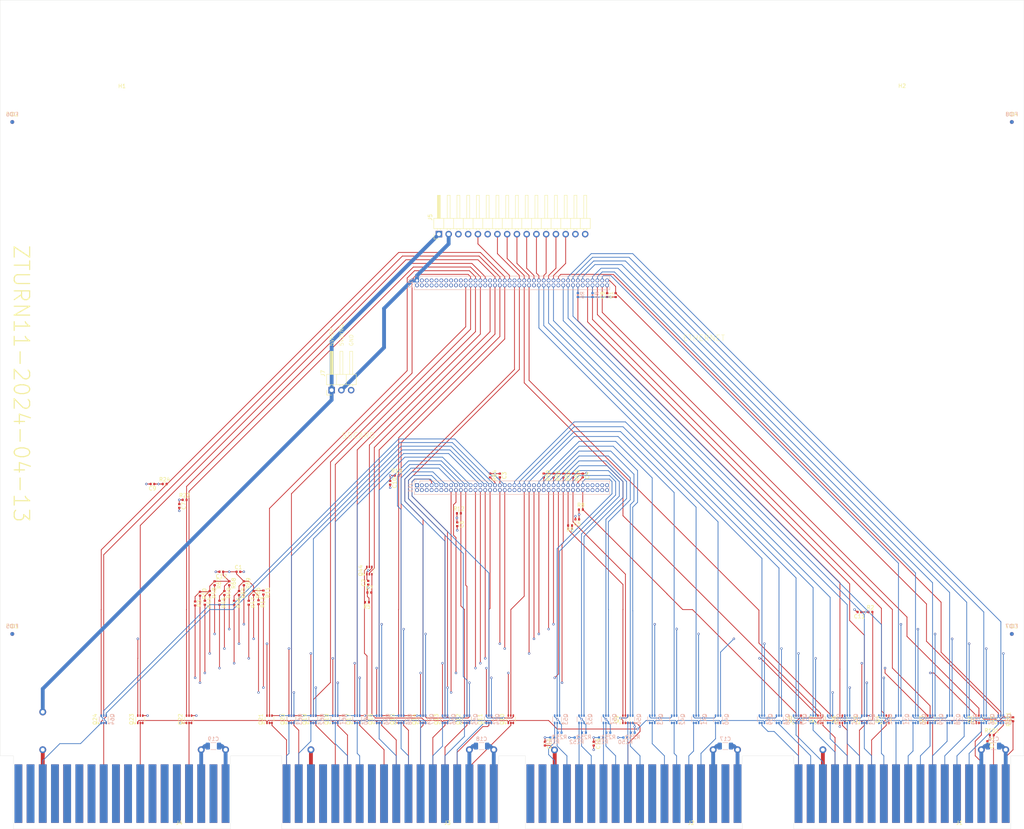
<source format=kicad_pcb>
(kicad_pcb (version 20221018) (generator pcbnew)
  (layers (0 "F.Cu" signal) (1 "In1.Cu" power) (2 "In2.Cu" power) (31 "B.Cu" signal) (34 "B.Paste" user) (35 "F.Paste" user) (36 "B.SilkS" user "B.Silkscreen") (37 "F.SilkS" user "F.Silkscreen") (38 "B.Mask" user) (39 "F.Mask" user) (44 "Edge.Cuts" user))
  (net 0 "")
  (net 1 "/BUS_NPG_IN_H")
  (net 2 "+5V")
  (net 3 "/BUS_NPG_OUT_H")
  (net 5 "/BUS_PA_L")
  (net 7 "/BUS_D15_L")
  (net 9 "/BUS_D14_L")
  (net 11 "/BUS_D13_L")
  (net 12 "/BUS_D11_L")
  (net 13 "/BUS_D12_L")
  (net 15 "/BUS_D10_L")
  (net 17 "/BUS_D09_L")
  (net 19 "/BUS_D08_L")
  (net 21 "/BUS_D07_L")
  (net 22 "/BUS_DC_LO_L")
  (net 23 "/BUS_D04_L")
  (net 24 "/HALT_RQST_L")
  (net 25 "/BUS_D05_L")
  (net 26 "/HALT_GRANT_H")
  (net 27 "/BUS_D01_L")
  (net 28 "/BUS_PB_L")
  (net 29 "/BUS_D00_L")
  (net 30 "/BUS_D03_L")
  (net 32 "/BUS_D02_L")
  (net 33 "/BUS_AC_LO_L")
  (net 34 "/BUS_D06_L")
  (net 40 "/BUS_BR7_L")
  (net 42 "/BUS_BR6_L")
  (net 44 "/BUS_BR5_L")
  (net 46 "/BUS_BR4_L")
  (net 50 "/BUS_BG7_IN_H")
  (net 51 "/BUS_INIT_L")
  (net 52 "/BUS_BG7_OUT_H")
  (net 54 "/BUS_BG6_IN_H")
  (net 56 "/BUS_BG6_OUT_H")
  (net 58 "/BUS_BG5_IN_H")
  (net 60 "/BUS_BG5_OUT_H")
  (net 62 "/BUS_BG4_IN_H")
  (net 63 "/BUS_BG4_OUT_H")
  (net 71 "/BUS_A12_L")
  (net 72 "/BUS_A17_L")
  (net 73 "/BUS_A15_L")
  (net 74 "/BUS_MSYN_L")
  (net 75 "/BUS_A16_L")
  (net 76 "/BUS_A02_L")
  (net 77 "/BUS_C1_L")
  (net 78 "/BUS_A01_L")
  (net 79 "/BUS_A00_L")
  (net 80 "/BUS_SSYN_L")
  (net 81 "/BUS_C0_L")
  (net 82 "/BUS_A14_L")
  (net 83 "/BUS_A13_L")
  (net 84 "/BUS_A11_L")
  (net 89 "/BUS_A08_L")
  (net 90 "/BUS_A10_L")
  (net 91 "/BUS_A07_L")
  (net 92 "/BUS_A09_L")
  (net 97 "/BUS_A06_L")
  (net 98 "/BUS_A04_L")
  (net 99 "/BUS_A05_L")
  (net 100 "/BUS_A03_L")
  (net 113 "/BUS_NPR_L")
  (net 119 "/BUS_INTR_L")
  (net 129 "/BUS_SACK_L")
  (net 134 "GND")
  (net 136 "/BUS_BBSY_L")
  (net 137 "/NPG_OUT_L")
  (net 138 "/NPG_IN_L")
  (net 140 "/RSEL3_H")
  (net 141 "/PA_OUT_H")
  (net 142 "/RSEL1_L")
  (net 143 "/D11_OUT_H")
  (net 145 "/DC_LO_IN_H")
  (net 146 "/HLTRQ_OUT_H")
  (net 147 "/RSEL3_L")
  (net 148 "/HLTGR_IN_L")
  (net 149 "/PB_OUT_H")
  (net 150 "/RSEL2_L")
  (net 151 "/AC_LO_IN_H")
  (net 152 "/INIT_OUT_H")
  (net 153 "/INIT_IN_H")
  (net 154 "/A12_OUT_H")
  (net 155 "/A17_OUT_H")
  (net 156 "/MSYN_OUT_H")
  (net 157 "/MSYN_IN_H")
  (net 158 "/A02_OUT_H")
  (net 159 "/A01_OUT_H")
  (net 160 "/SSYN_OUT_H")
  (net 161 "/SSYN_IN_H")
  (net 162 "/A14_OUT_H")
  (net 163 "/A11_OUT_H")
  (net 164 "/A10_OUT_H")
  (net 165 "/A09_OUT_H")
  (net 166 "/A06_OUT_H")
  (net 167 "/A05_OUT_H")
  (net 168 "/BBSY_OUT_H")
  (net 169 "/BBSY_IN_H")
  (net 170 "/NPR_OUT_H")
  (net 171 "/INTR_OUT_H")
  (net 172 "/INTR_IN_H")
  (net 173 "+3V3")
  (net 174 "/D15_OUT_H")
  (net 175 "/D14_OUT_H")
  (net 176 "/D13_OUT_H")
  (net 177 "/D12_OUT_H")
  (net 178 "/D10_OUT_H")
  (net 179 "/D09_OUT_H")
  (net 180 "/D08_OUT_H")
  (net 181 "/D07_OUT_H")
  (net 182 "/D04_OUT_H")
  (net 183 "/D05_OUT_H")
  (net 184 "/D01_OUT_H")
  (net 185 "/D00_OUT_H")
  (net 186 "/D03_OUT_H")
  (net 187 "/D02_OUT_H")
  (net 188 "/D06_OUT_H")
  (net 189 "/BR7_OUT_H")
  (net 190 "/BR6_OUT_H")
  (net 191 "/BR5_OUT_H")
  (net 192 "/BR4_OUT_H")
  (net 193 "/BG7_OUT_L")
  (net 194 "/BG7_IN_L")
  (net 195 "/BG6_OUT_L")
  (net 196 "/BG6_IN_L")
  (net 197 "/BG5_OUT_L")
  (net 198 "/BG5_IN_L")
  (net 199 "/BG4_OUT_L")
  (net 200 "/BG4_IN_L")
  (net 201 "/A15_OUT_H")
  (net 202 "/A16_OUT_H")
  (net 203 "/C1_OUT_H")
  (net 204 "/A00_OUT_H")
  (net 205 "/C0_OUT_H")
  (net 206 "/A13_OUT_H")
  (net 207 "/A08_OUT_H")
  (net 208 "/A07_OUT_H")
  (net 209 "/A04_OUT_H")
  (net 210 "/A03_OUT_H")
  (net 211 "/SACK_OUT_H")
  (net 212 "/V5ZYNQ")
  (net 221 "/MUXA")
  (net 222 "/MUXB")
  (net 223 "/MUXC")
  (net 224 "/MUXD")
  (net 225 "/MUXE")
  (net 226 "/MUXF")
  (net 227 "/MUXH")
  (net 231 "/MUXJ")
  (net 232 "/MUXK")
  (net 234 "/MUXL")
  (net 235 "/MUXM")
  (net 262 "/IOB35LN7")
  (net 263 "/IOB35LP9")
  (net 264 "/IOB35LN9")
  (net 265 "/IOB35LP11")
  (net 266 "/IOB35LN11")
  (net 267 "/VDDIO35")
  (net 268 "/IOB35LP13")
  (net 269 "/IOB35LN13")
  (net 270 "/IOB35LP15")
  (net 271 "/SACK_IN_H")
  (net 272 "/RSEL1_H")
  (net 273 "/RSEL2_H")
  (net 275 "/MUXN")
  (net 276 "/MUXP")
  (net 277 "/MUXR")
  (net 278 "/MUXS")
  (footprint "Resistor_SMD:R_0402_1005Metric" (layer "F.Cu") (at 103.3125 123.825)
    (fp_text reference "R15")
    (fp_text value "1K")
  )
  (footprint "Resistor_SMD:R_0402_1005Metric" (layer "F.Cu") (at 148.465 136.8425 180)
    (fp_text reference "R9")
    (fp_text value "1K")
  )
  (footprint "Fiducial:Fiducial_1mm_Mask2mm" (layer "F.Cu") (at 3.175 31.75)
    (fp_text reference "FID2")
    (fp_text value "Fiducial")
  )
  (footprint "Fiducial:Fiducial_1mm_Mask2mm" (layer "F.Cu") (at 263.525 165.1)
    (fp_text reference "FID3")
    (fp_text value "Fiducial")
  )
  (footprint "Package_TO_SOT_SMD:SOT-363_SC-70-6" (layer "F.Cu") (at 260.6675 187.325 90)
    (fp_text reference "Q1")
    (fp_text value "SSM6N15AFU")
  )
  (footprint "Package_TO_SOT_SMD:SOT-363_SC-70-6" (layer "F.Cu") (at 230.8225 187.325 90)
    (fp_text reference "Q4")
    (fp_text value "SSM6N15AFU")
  )
  (footprint "Capacitor_SMD:C_0402_1005Metric" (layer "F.Cu") (at 223.8375 159.385 180)
    (fp_text reference "C11")
    (fp_text value "0.1u")
  )
  (footprint "Resistor_SMD:R_0402_1005Metric" (layer "F.Cu") (at 95.5675 156.845 180)
    (fp_text reference "R5")
    (fp_text value "1K")
  )
  (footprint "Capacitor_SMD:C_0402_1005Metric" (layer "F.Cu") (at 39.6875 126.0475 180)
    (fp_text reference "C9")
    (fp_text value "0.1u")
  )
  (footprint "Package_TO_SOT_SMD:SOT-363_SC-70-6" (layer "F.Cu") (at 87.3125 187.325 90)
    (fp_text reference "Q18")
    (fp_text value "SSM6N15AFU")
  )
  (footprint "Resistor_SMD:R_0402_1005Metric" (layer "F.Cu") (at 141.605 123.825 -90)
    (fp_text reference "R50")
    (fp_text value "1K")
  )
  (footprint "Package_TO_SOT_SMD:SOT-363_SC-70-6" (layer "F.Cu") (at 98.7425 187.325 90)
    (fp_text reference "Q16")
    (fp_text value "SSM6N15AFU")
  )
  (footprint "Connector_PinHeader_2.54mm:PinHeader_1x03_P2.54mm_Horizontal" (layer "F.Cu") (at 86.36 101.6 90)
    (fp_text reference "J7")
    (fp_text value "Conn_01x03")
  )
  (footprint "footprints:2x18-edge" (layer "F.Cu") (at 138.1125 206.6925 180)
    (fp_text reference "J2")
    (fp_text value "2x18edgecon")
  )
  (footprint "Package_TO_SOT_SMD:SOT-363_SC-70-6" (layer "F.Cu") (at 254.9525 187.325 90)
    (fp_text reference "Q2")
    (fp_text value "SSM6N15AFU")
  )
  (footprint "Package_TO_SOT_SMD:SOT-363_SC-70-6" (layer "F.Cu") (at 81.5975 187.325 90)
    (fp_text reference "Q19")
    (fp_text value "SSM6N15AFU")
  )
  (footprint "footprints:2x18-edge" (layer "F.Cu") (at 74.6125 206.6925 180)
    (fp_text reference "J3")
    (fp_text value "2x18edgecon")
  )
  (footprint "Package_TO_SOT_SMD:SOT-363_SC-70-6" (layer "F.Cu") (at 162.8775 187.325 90)
    (fp_text reference "Q9")
    (fp_text value "SSM6N15AFU")
  )
  (footprint "Capacitor_SMD:C_0402_1005Metric" (layer "F.Cu") (at 257.175 193.52 -90)
    (fp_text reference "C13")
    (fp_text value "0.1u")
  )
  (footprint "Package_TO_SOT_SMD:SOT-363_SC-70-6" (layer "F.Cu") (at 219.3925 187.325 90)
    (fp_text reference "Q6")
    (fp_text value "SSM6N15AFU")
  )
  (footprint "Package_TO_SOT_SMD:SOT-363_SC-70-6" (layer "F.Cu") (at 121.6025 187.325 90)
    (fp_text reference "Q12")
    (fp_text value "SSM6N15AFU")
  )
  (footprint "Package_TO_SOT_SMD:SOT-363_SC-70-6" (layer "F.Cu") (at 49.2125 187.325 90)
    (fp_text reference "Q22")
    (fp_text value "SSM6N15AFU")
  )
  (footprint "Resistor_SMD:R_0402_1005Metric" (layer "F.Cu") (at 119.505 133.6675)
    (fp_text reference "R12")
    (fp_text value "1K")
  )
  (footprint "Resistor_SMD:R_0402_1005Metric" (layer "F.Cu") (at 58.42 154.43 -90)
    (fp_text reference "R49")
    (fp_text value "1K")
  )
  (footprint "Capacitor_SMD:C_0402_1005Metric" (layer "F.Cu") (at 119.0625 136.525 -90)
    (fp_text reference "C6")
    (fp_text value "0.1u")
  )
  (footprint "Package_TO_SOT_SMD:SOT-363_SC-70-6" (layer "F.Cu") (at 127.3175 187.325 90)
    (fp_text reference "Q11")
    (fp_text value "SSM6N15AFU")
  )
  (footprint "Capacitor_SMD:C_0402_1005Metric" (layer "F.Cu") (at 46.6725 131.7625 -90)
    (fp_text reference "C7")
    (fp_text value "0.1u")
  )
  (footprint "Capacitor_SMD:C_0402_1005Metric" (layer "F.Cu") (at 95.885 151.765 90)
    (fp_text reference "C2")
    (fp_text value "0.1u")
  )
  (footprint "Package_TO_SOT_SMD:SOT-363_SC-70-6" (layer "F.Cu") (at 26.9875 187.325 90)
    (fp_text reference "Q24")
    (fp_text value "SSM6N15AFU")
  )
  (footprint "Resistor_SMD:R_0402_1005Metric" (layer "F.Cu") (at 64.77 156.97 -90)
    (fp_text reference "R47")
    (fp_text value "1K")
  )
  (footprint "Capacitor_SMD:C_0402_1005Metric" (layer "F.Cu") (at 141.9225 193.675 -90)
    (fp_text reference "C14")
    (fp_text value "0.1u")
  )
  (footprint "Resistor_SMD:R_0402_1005Metric" (layer "F.Cu") (at 146.685 123.825 -90)
    (fp_text reference "R52")
    (fp_text value "1K")
  )
  (footprint "Resistor_SMD:R_0402_1005Metric" (layer "F.Cu") (at 53.34 156.97 -90)
    (fp_text reference "R44")
    (fp_text value "1K")
  )
  (footprint "Resistor_SMD:R_0402_1005Metric" (layer "F.Cu") (at 96.1725 154.305)
    (fp_text reference "R7")
    (fp_text value "1K")
  )
  (footprint "Capacitor_SMD:C_0402_1005Metric" (layer "F.Cu") (at 101.6 125.73 -90)
    (fp_text reference "C10")
    (fp_text value "0.1u")
  )
  (footprint "Package_TO_SOT_SMD:SOT-363_SC-70-6" (layer "F.Cu") (at 110.1725 187.325 90)
    (fp_text reference "Q14")
    (fp_text value "SSM6N15AFU")
  )
  (footprint "Package_TO_SOT_SMD:SOT-363_SC-70-6" (layer "F.Cu") (at 93.0275 187.325 90)
    (fp_text reference "Q17")
    (fp_text value "SSM6N15AFU")
  )
  (footprint "Resistor_SMD:R_0402_1005Metric" (layer "F.Cu") (at 263.8425 187.325 90)
    (fp_text reference "R201")
    (fp_text value "390")
  )
  (footprint "Capacitor_SMD:C_0402_1005Metric" (layer "F.Cu") (at 151.765 123.825 -90)
    (fp_text reference "C4")
    (fp_text value "0.1u")
  )
  (footprint "Resistor_SMD:R_0402_1005Metric" (layer "F.Cu") (at 42.8625 126.0475)
    (fp_text reference "R24")
    (fp_text value "1K")
  )
  (footprint "Connector_PinHeader_2.54mm:PinHeader_1x16_P2.54mm_Horizontal" (layer "F.Cu") (at 114.3 60.96 90)
    (fp_text reference "J5")
    (fp_text value "Conn_01x16")
  )
  (footprint "Package_TO_SOT_SMD:SOT-363_SC-70-6" (layer "F.Cu") (at 207.9625 187.325 90)
    (fp_text reference "Q8")
    (fp_text value "SSM6N15AFU")
  )
  (footprint "footprints:2x18-edge" (layer "F.Cu") (at 207.9625 206.6925 180)
    (fp_text reference "J1")
    (fp_text value "2x18edgecon")
  )
  (footprint "Capacitor_SMD:C_0402_1005Metric" (layer "F.Cu") (at 62.075 148.9075)
    (fp_text reference "C1")
    (fp_text value "0.1u")
  )
  (footprint "Package_TO_SOT_SMD:SOT-363_SC-70-6" (layer "F.Cu") (at 70.1675 187.325 90)
    (fp_text reference "Q21")
    (fp_text value "SSM6N15AFU")
  )
  (footprint "Resistor_SMD:R_0402_1005Metric" (layer "F.Cu") (at 151.285 132.715)
    (fp_text reference "R8")
    (fp_text value "1K")
  )
  (footprint "Resistor_SMD:R_0402_1005Metric" (layer "F.Cu") (at 144.145 123.825 -90)
    (fp_text reference "R51")
    (fp_text value "1K")
  )
  (footprint "MountingHole:MountingHole_8.4mm_M8" (layer "F.Cu") (at 234.95 31.75)
    (fp_text reference "H2")
    (fp_text value "MountingHole")
  )
  (footprint "Fiducial:Fiducial_1mm_Mask2mm" (layer "F.Cu") (at 3.175 165.1)
    (fp_text reference "FID1")
    (fp_text value "Fiducial")
  )
  (footprint "Capacitor_SMD:C_0402_1005Metric" (layer "F.Cu") (at 154.6225 193.675 -90)
    (fp_text reference "C15")
    (fp_text value "0.1u")
  )
  (footprint "Capacitor_SMD:C_0402_1005Metric" (layer "F.Cu") (at 150.3325 135.255 180)
    (fp_text reference "C5")
    (fp_text value "0.1u")
  )
  (footprint "Package_TO_SOT_SMD:SOT-363_SC-70-6" (layer "F.Cu") (at 242.2525 187.325 90)
    (fp_text reference "Q3")
    (fp_text value "SSM6N15AFU")
  )
  (footprint "Capacitor_SMD:C_0402_1005Metric" (layer "F.Cu") (at 130.175 123.825 -90)
    (fp_text reference "C3")
    (fp_text value "0.1u")
  )
  (footprint "Resistor_SMD:R_0402_1005Metric" (layer "F.Cu") (at 52.07 154.6225 -90)
    (fp_text reference "R10")
    (fp_text value "1K")
  )
  (footprint "Resistor_SMD:R_0402_1005Metric" (layer "F.Cu") (at 50.8 157.1625 -90)
    (fp_text reference "R3")
    (fp_text value "1K")
  )
  (footprint "Resistor_SMD:R_0402_1005Metric" (layer "F.Cu") (at 66.04 154.43 -90)
    (fp_text reference "R66")
    (fp_text value "1K")
  )
  (footprint "Package_TO_SOT_SMD:SOT-363_SC-70-6" (layer "F.Cu") (at 133.0325 187.325 90)
    (fp_text reference "Q10")
    (fp_text value "SSM6N15AFU")
  )
  (footprint "Resistor_SMD:R_0402_1005Metric" (layer "F.Cu") (at 55.88 151.89 -90)
    (fp_text reference "R67")
    (fp_text value "1K")
  )
  (footprint "Resistor_SMD:R_0402_1005Metric" (layer "F.Cu") (at 59.69 151.89 -90)
    (fp_text reference "R68")
    (fp_text value "1K")
  )
  (footprint "Resistor_SMD:R_0402_1005Metric" (layer "F.Cu") (at 127.635 123.825 -90)
    (fp_text reference "R64")
    (fp_text value "1K")
  )
  (footprint "Resistor_SMD:R_0402_1005Metric" (layer "F.Cu") (at 68.58 154.305 -90)
    (fp_text reference "R11")
    (fp_text value "1K")
  )
  (footprint "Capacitor_SMD:C_0402_1005Metric" (layer "F.Cu") (at 57.6225 148.9075 180)
    (fp_text reference "C12")
    (fp_text value "0.1u")
  )
  (footprint "Package_TO_SOT_SMD:SOT-363_SC-70-6" (layer "F.Cu") (at 225.1075 187.325 90)
    (fp_text reference "Q5")
    (fp_text value "SSM6N15AFU")
  )
  (footprint "MountingHole:MountingHole_8.4mm_M8" (layer "F.Cu") (at 31.75 31.815)
    (fp_text reference "H1")
    (fp_text value "MountingHole")
  )
  (footprint "Resistor_SMD:R_0402_1005Metric" (layer "F.Cu") (at 258.32 191.4525)
    (fp_text reference "R101")
    (fp_text value "180")
  )
  (footprint "Resistor_SMD:R_0402_1005Metric" (layer "F.Cu") (at 57.15 156.97 -90)
    (fp_text reference "R45")
    (fp_text value "1K")
  )
  (footprint "footprints:2x18-edge" (layer "F.Cu") (at 4.7625 206.6925 180)
    (fp_text reference "J4")
    (fp_text value "2x18edgecon")
  )
  (footprint "Resistor_SMD:R_0402_1005Metric" (layer "F.Cu") (at 67.31 156.845 -90)
    (fp_text reference "R13")
    (fp_text value "1K")
  )
  (footprint "Resistor_SMD:R_0402_1005Metric" (layer "F.Cu") (at 226.695 159.385)
    (fp_text reference "R2")
    (fp_text value "1K")
  )
  (footprint "Package_TO_SOT_SMD:SOT-363_SC-70-6" (layer "F.Cu") (at 115.8875 187.325 90)
    (fp_text reference "Q13")
    (fp_text value "SSM6N15AFU")
  )
  (footprint "Resistor_SMD:R_0402_1005Metric" (layer "F.Cu") (at 63.5 151.89 -90)
    (fp_text reference "R69")
    (fp_text value "1K")
  )
  (footprint "Capacitor_SMD:C_0402_1005Metric" (layer "F.Cu") (at 158.115 76.835 90)
    (fp_text reference "C8")
    (fp_text value "0.1u")
  )
  (footprint "Resistor_SMD:R_0402_1005Metric" (layer "F.Cu") (at 149.225 123.825 -90)
    (fp_text reference "R53")
    (fp_text value "1K")
  )
  (footprint "Package_TO_SOT_SMD:SOT-363_SC-70-6" (layer "F.Cu") (at 213.6775 187.325 90)
    (fp_text reference "Q7")
    (fp_text value "SSM6N15AFU")
  )
  (footprint "Fiducial:Fiducial_1mm_Mask2mm" (layer "F.Cu") (at 263.525 31.75)
    (fp_text reference "FID4")
    (fp_text value "Fiducial")
  )
  (footprint "Package_TO_SOT_SMD:SOT-363_SC-70-6" (layer "F.Cu") (at 96.1875 148.5875 90)
    (fp_text reference "Q44")
    (fp_text value "SSM6N15AFU")
  )
  (footprint "Resistor_SMD:R_0402_1005Metric" (layer "F.Cu") (at 62.23 154.43 -90)
    (fp_text reference "R65")
    (fp_text value "1K")
  )
  (footprint "Resistor_SMD:R_0402_1005Metric" (layer "F.Cu") (at 48.0675 130.175)
    (fp_text reference "R22")
    (fp_text value "1K")
  )
  (footprint "Package_TO_SOT_SMD:SOT-363_SC-70-6" (layer "F.Cu") (at 75.8825 187.325 90)
    (fp_text reference "Q20")
    (fp_text value "SSM6N15AFU")
  )
  (footprint "Resistor_SMD:R_0402_1005Metric" (layer "F.Cu") (at 60.96 156.97 -90)
    (fp_text reference "R46")
    (fp_text value "1K")
  )
  (footprint "Package_TO_SOT_SMD:SOT-363_SC-70-6" (layer "F.Cu") (at 36.5125 187.325 90)
    (fp_text reference "Q23")
    (fp_text value "SSM6N15AFU")
  )
  (footprint "Package_TO_SOT_SMD:SOT-363_SC-70-6" (layer "F.Cu") (at 104.4575 187.325 90)
    (fp_text reference "Q15")
    (fp_text value "SSM6N15AFU")
  )
  (footprint "Resistor_SMD:R_0402_1005Metric" (layer "F.Cu") (at 160.3375 76.835 90)
    (fp_text reference "R1")
    (fp_text value "1K")
  )
  (footprint "Resistor_SMD:R_0402_1005Metric" (layer "F.Cu") (at 54.61 154.43 -90)
    (fp_text reference "R48")
    (fp_text value "1K")
  )
  (footprint "Package_TO_SOT_SMD:SOT-363_SC-70-6" (layer "B.Cu") (at 151.4475 187.325 90)
    (fp_text reference "Q52")
    (fp_text value "SSM6N15AFU")
  )
  (footprint "Package_TO_SOT_SMD:SOT-363_SC-70-6" (layer "B.Cu") (at 229.5525 187.325 90)
    (fp_text reference "Q32")
    (fp_text value "SSM6N15AFU")
  )
  (footprint "Resistor_SMD:R_0402_1005Metric" (layer "B.Cu") (at 154.305 76.835 90)
    (fp_text reference "R4")
    (fp_text value "1K")
  )
  (footprint "Package_TO_SOT_SMD:SOT-363_SC-70-6" (layer "B.Cu") (at 169.8625 187.325 90)
    (fp_text reference "Q43")
    (fp_text value "SSM6N15AFU")
  )
  (footprint "Package_TO_SOT_SMD:SOT-363_SC-70-6" (layer "B.Cu") (at 104.4575 187.325 90)
    (fp_text reference "Q58")
    (fp_text value "SSM6N15AFU")
  )
  (footprint "Package_TO_SOT_SMD:SOT-363_SC-70-6" (layer "B.Cu") (at 198.4375 187.325 90)
    (fp_text reference "Q39")
    (fp_text value "SSM6N15AFU")
  )
  (footprint "Package_TO_SOT_SMD:SOT-363_SC-70-6" (layer "B.Cu") (at 216.2175 187.325 90)
    (fp_text reference "Q35")
    (fp_text value "SSM6N15AFU")
  )
  (footprint "Capacitor_SMD:C_1206_3216Metric" (layer "B.Cu") (at 188.9125 194.31 180)
    (fp_text reference "C17")
    (fp_text value "10u")
  )
  (footprint "Package_TO_SOT_SMD:SOT-363_SC-70-6" (layer "B.Cu") (at 98.7425 187.325 90)
    (fp_text reference "Q59")
    (fp_text value "SSM6N15AFU")
  )
  (footprint "Package_TO_SOT_SMD:SOT-363_SC-70-6" (layer "B.Cu") (at 75.8825 187.325 90)
    (fp_text reference "Q63")
    (fp_text value "SSM6N15AFU")
  )
  (footprint "Fiducial:Fiducial_1mm_Mask2mm" (layer "B.Cu") (at 263.525 165.1 180)
    (fp_text reference "FID7")
    (fp_text value "Fiducial")
  )
  (footprint "Capacitor_SMD:C_1206_3216Metric" (layer "B.Cu") (at 258.7625 194.31 180)
    (fp_text reference "C16")
    (fp_text value "10u")
  )
  (footprint "Package_TO_SOT_SMD:SOT-363_SC-70-6" (layer "B.Cu") (at 220.6625 187.325 90)
    (fp_text reference "Q34")
    (fp_text value "SSM6N15AFU")
  )
  (footprint "Package_TO_SOT_SMD:SOT-363_SC-70-6" (layer "B.Cu") (at 157.7975 187.325 90)
    (fp_text reference "Q51")
    (fp_text value "SSM6N15AFU")
  )
  (footprint "Package_TO_SOT_SMD:SOT-363_SC-70-6" (layer "B.Cu") (at 81.5975 187.325 90)
    (fp_text reference "Q62")
    (fp_text value "SSM6N15AFU")
  )
  (footprint "Capacitor_SMD:C_1206_3216Metric" (layer "B.Cu") (at 55.5625 194.31 180)
    (fp_text reference "C19")
    (fp_text value "10u")
  )
  (footprint "Resistor_SMD:R_0402_1005Metric" (layer "B.Cu") (at 158.4325 190.8175)
    (fp_text reference "R251")
    (fp_text value "390")
  )
  (footprint "Resistor_SMD:R_0402_1005Metric" (layer "B.Cu") (at 143.8275 192.0875)
    (fp_text reference "R153")
    (fp_text value "180")
  )
  (footprint "Package_TO_SOT_SMD:SOT-363_SC-70-6" (layer "B.Cu") (at 93.0275 187.325 90)
    (fp_text reference "Q60")
    (fp_text value "SSM6N15AFU")
  )
  (footprint "Resistor_SMD:R_0402_1005Metric" (layer "B.Cu") (at 164.7825 190.8175)
    (fp_text reference "R250")
    (fp_text value "390")
  )
  (footprint "Connector_PinHeader_1.27mm:PinHeader_2x40_P1.27mm_Vertical" (layer "B.Cu") (at 108.585 73.025 -90)
    (fp_text reference "J12")
    (fp_text value "Conn_02x40_Odd_Even")
  )
  (footprint "Package_TO_SOT_SMD:SOT-363_SC-70-6" (layer "B.Cu") (at 202.8825 187.325 90)
    (fp_text reference "Q38")
    (fp_text value "SSM6N15AFU")
  )
  (footprint "Resistor_SMD:R_0402_1005Metric" (layer "B.Cu") (at 152.0825 190.8175)
    (fp_text reference "R252")
    (fp_text value "390")
  )
  (footprint "Package_TO_SOT_SMD:SOT-363_SC-70-6" (layer "B.Cu") (at 26.9875 187.325 90)
    (fp_text reference "Q64")
    (fp_text value "SSM6N15AFU")
  )
  (footprint "Package_TO_SOT_SMD:SOT-363_SC-70-6" (layer "B.Cu") (at 211.7725 187.325 90)
    (fp_text reference "Q36")
    (fp_text value "SSM6N15AFU")
  )
  (footprint "Package_TO_SOT_SMD:SOT-363_SC-70-6" (layer "B.Cu") (at 187.0075 187.325 90)
    (fp_text reference "Q40")
    (fp_text value "SSM6N15AFU")
  )
  (footprint "Package_TO_SOT_SMD:SOT-363_SC-70-6" (layer "B.Cu") (at 115.8875 187.325 90)
    (fp_text reference "Q56")
    (fp_text value "SSM6N15AFU")
  )
  (footprint "Fiducial:Fiducial_1mm_Mask2mm" (layer "B.Cu") (at 263.525 31.75 180)
    (fp_text reference "FID8")
    (fp_text value "Fiducial")
  )
  (footprint "Package_TO_SOT_SMD:SOT-363_SC-70-6" (layer "B.Cu") (at 127.3175 187.325 90)
    (fp_text reference "Q54")
    (fp_text value "SSM6N15AFU")
  )
  (footprint "Capacitor_SMD:C_1206_3216Metric" (layer "B.Cu") (at 125.4125 194.31 180)
    (fp_text reference "C18")
    (fp_text value "10u")
  )
  (footprint "Package_TO_SOT_SMD:SOT-363_SC-70-6" (layer "B.Cu") (at 247.3325 187.325 90)
    (fp_text reference "Q28")
    (fp_text value "SSM6N15AFU")
  )
  (footprint "Resistor_SMD:R_0402_1005Metric" (layer "B.Cu") (at 156.5275 192.0875)
    (fp_text reference "R151")
    (fp_text value "180")
  )
  (footprint "Package_TO_SOT_SMD:SOT-363_SC-70-6" (layer "B.Cu") (at 238.4425 187.325 90)
    (fp_text reference "Q30")
    (fp_text value "SSM6N15AFU")
  )
  (footprint "Package_TO_SOT_SMD:SOT-363_SC-70-6" (layer "B.Cu") (at 121.6025 187.325 90)
    (fp_text reference "Q55")
    (fp_text value "SSM6N15AFU")
  )
  (footprint "Resistor_SMD:R_0402_1005Metric" (layer "B.Cu") (at 162.8775 192.0875)
    (fp_text reference "R150")
    (fp_text value "180")
  )
  (footprint "Package_TO_SOT_SMD:SOT-363_SC-70-6" (layer "B.Cu") (at 256.2225 187.325 90)
    (fp_text reference "Q26")
    (fp_text value "SSM6N15AFU")
  )
  (footprint "Package_TO_SOT_SMD:SOT-363_SC-70-6" (layer "B.Cu") (at 164.1475 187.325 90)
    (fp_text reference "Q50")
    (fp_text value "SSM6N15AFU")
  )
  (footprint "Package_TO_SOT_SMD:SOT-363_SC-70-6" (layer "B.Cu") (at 110.1725 187.325 90)
    (fp_text reference "Q57")
    (fp_text value "SSM6N15AFU")
  )
  (footprint "Package_TO_SOT_SMD:SOT-363_SC-70-6" (layer "B.Cu") (at 225.1075 187.325 90)
    (fp_text reference "Q33")
    (fp_text value "SSM6N15AFU")
  )
  (footprint "Package_TO_SOT_SMD:SOT-363_SC-70-6" (layer "B.Cu") (at 207.3275 187.325 90)
    (fp_text reference "Q37")
    (fp_text value "SSM6N15AFU")
  )
  (footprint "Package_TO_SOT_SMD:SOT-363_SC-70-6" (layer "B.Cu") (at 181.2925 187.325 90)
    (fp_text reference "Q41")
    (fp_text value "SSM6N15AFU")
  )
  (footprint "Package_TO_SOT_SMD:SOT-363_SC-70-6" (layer "B.Cu") (at 251.7775 187.325 90)
    (fp_text reference "Q27")
    (fp_text value "SSM6N15AFU")
  )
  (footprint "Package_TO_SOT_SMD:SOT-363_SC-70-6" (layer "B.Cu") (at 87.3125 187.325 90)
    (fp_text reference "Q61")
    (fp_text value "SSM6N15AFU")
  )
  (footprint "Package_TO_SOT_SMD:SOT-363_SC-70-6" (layer "B.Cu") (at 175.5775 187.325 90)
    (fp_text reference "Q42")
    (fp_text value "SSM6N15AFU")
  )
  (footprint "Fiducial:Fiducial_1mm_Mask2mm" (layer "B.Cu") (at 3.175 165.1 180)
    (fp_text reference "FID5")
    (fp_text value "Fiducial")
  )
  (footprint "Connector_PinHeader_1.27mm:PinHeader_2x40_P1.27mm_Vertical" (layer "B.Cu") (at 108.585 126.365 -90)
    (fp_text reference "J11")
    (fp_text value "Conn_02x40_Odd_Even")
  )
  (footprint "Package_TO_SOT_SMD:SOT-363_SC-70-6" (layer "B.Cu") (at 260.6675 187.325 90)
    (fp_text reference "Q25")
    (fp_text value "SSM6N15AFU")
  )
  (footprint "Resistor_SMD:R_0402_1005Metric" (layer "B.Cu") (at 145.7325 190.8175)
    (fp_text reference "R253")
    (fp_text value "390")
  )
  (footprint "Package_TO_SOT_SMD:SOT-363_SC-70-6" (layer "B.Cu") (at 145.0975 187.325 90)
    (fp_text reference "Q53")
    (fp_text value "SSM6N15AFU")
  )
  (footprint "Fiducial:Fiducial_1mm_Mask2mm" (layer "B.Cu") (at 3.175 31.75 180)
    (fp_text reference "FID6")
    (fp_text value "Fiducial")
  )
  (footprint "Resistor_SMD:R_0402_1005Metric" (layer "B.Cu") (at 150.495 76.835 90)
    (fp_text reference "R6")
    (fp_text value "1K")
  )
  (footprint "Resistor_SMD:R_0402_1005Metric" (layer "B.Cu") (at 150.1775 192.0875)
    (fp_text reference "R152")
    (fp_text value "180")
  )
  (footprint "Package_TO_SOT_SMD:SOT-363_SC-70-6" (layer "B.Cu") (at 233.9975 187.325 90)
    (fp_text reference "Q31")
    (fp_text value "SSM6N15AFU")
  )
  (footprint "Package_TO_SOT_SMD:SOT-363_SC-70-6" (layer "B.Cu") (at 242.8875 187.325 90)
    (fp_text reference "Q29")
    (fp_text value "SSM6N15AFU")
  )
  (gr_poly (pts (xy 0 0) (xy 0 196.85) (xy 3.4925 196.85) (xy 3.4925 215.9) (xy 60.0075 215.9) (xy 60.0075 196.85) (xy 73.3425 196.85) (xy 73.3425 215.9) (xy 129.8575 215.9) (xy 129.8575 196.85) (xy 136.8425 196.85) (xy 136.8425 215.9) (xy 193.3575 215.9) (xy 193.3575 196.85) (xy 206.6925 196.85) (xy 206.6925 215.9) (xy 263.2075 215.9) (xy 263.2075 196.85) (xy 266.7 196.85) (xy 266.7 0)) (stroke (width 0.05)) (fill none) (layer "Edge.Cuts"))
  (gr_text "SDCARD" (at 88.9 114.3) (layer "F.SilkS") (effects (font (size 1.5 1.5) (thickness 0.1)) (justify left bottom)))
  (gr_text "ETHERNET" (at 177.8 88.9) (layer "F.SilkS") (effects (font (size 1.5 1.5) (thickness 0.1)) (justify left bottom)))
  (gr_text "ZTURN11-2024-04-13" (at 3.175 63.5 270) (layer "F.SilkS") (effects (font (size 4.0132 4.0132) (thickness 0.3) bold) (justify left bottom)))
  (gr_text "5VPDP" (at 86.995 90.17 90) (layer "F.SilkS") (effects (font (size 1 1) (thickness 0.1)) (justify left bottom)))
  (gr_text "GND" (at 92.075 90.17 90) (layer "F.SilkS") (effects (font (size 1 1) (thickness 0.1)) (justify left bottom)))
  (gr_text "5VZYNQ" (at 89.535 90.17 90) (layer "F.SilkS") (effects (font (size 1 1) (thickness 0.1)) (justify left bottom)))
  (segment (start 260.985 187.6425) (end 263.65 187.6425) (width 0.2) (layer "F.Cu") (net 1))
  (segment (start 260.6675 187.96) (end 260.6675 188.275) (width 0.2) (layer "F.Cu") (net 1))
  (segment (start 263.8425 195.2625) (end 263.8425 187.835) (width 0.2) (layer "F.Cu") (net 1))
  (segment (start 261.9375 197.1675) (end 263.8425 195.2625) (width 0.2) (layer "F.Cu") (net 1))
  (segment (start 260.985 187.6425) (end 260.6675 187.96) (width 0.2) (layer "F.Cu") (net 1))
  (segment (start 263.65 187.6425) (end 263.8425 187.835) (width 0.2) (layer "F.Cu") (net 1))
  (segment (start 261.9375 203.5175) (end 261.9375 197.1675) (width 0.2) (layer "F.Cu") (net 1))
  (segment (start 257.81 192.405) (end 257.175 193.04) (width 0.2) (layer "F.Cu") (net 2))
  (segment (start 257.81 191.4525) (end 257.81 192.405) (width 0.2) (layer "F.Cu") (net 2))
  (segment (start 154.6225 193.195) (end 154.6225 192.0875) (width 0.2) (layer "F.Cu") (net 2))
  (segment (start 141.9225 193.195) (end 141.9225 192.0875) (width 0.2) (layer "F.Cu") (net 2))
  (via (at 128.5875 195.2625) (size 1.8) (drill 1) (layers "F.Cu" "B.Cu") (net 2))
  (via (at 192.0875 195.2625) (size 1.8) (drill 1) (layers "F.Cu" "B.Cu") (net 2))
  (via (at 261.9375 195.2625) (size 1.8) (drill 1) (layers "F.Cu" "B.Cu") (net 2))
  (via (at 257.81 192.405) (size 0.6) (drill 0.3) (layers "F.Cu" "B.Cu") (net 2))
  (via (at 11.1125 185.42) (size 1.8) (drill 1) (layers "F.Cu" "B.Cu") (net 2))
  (via (at 160.9725 192.0875) (size 0.6) (drill 0.3) (layers "F.Cu" "B.Cu") (net 2))
  (via (at 141.9225 192.0875) (size 0.6) (drill 0.3) (layers "F.Cu" "B.Cu") (net 2))
  (via (at 154.6225 192.0875) (size 0.6) (drill 0.3) (layers "F.Cu" "B.Cu") (net 2))
  (via (at 148.2725 192.0875) (size 0.6) (drill 0.3) (layers "F.Cu" "B.Cu") (net 2))
  (via (at 58.7375 195.2625) (size 1.8) (drill 1) (layers "F.Cu" "B.Cu") (net 2))
  (segment (start 260.2375 194.31) (end 260.985 194.31) (width 1) (layer "B.Cu") (net 2))
  (segment (start 86.36 101.6) (end 86.36 88.9) (width 1) (layer "B.Cu") (net 2))
  (segment (start 11.1125 185.42) (end 11.1125 179.3875) (width 1) (layer "B.Cu") (net 2))
  (segment (start 86.36 104.14) (end 86.36 101.6) (width 1) (layer "B.Cu") (net 2))
  (segment (start 190.3875 194.31) (end 191.135 194.31) (width 1) (layer "B.Cu") (net 2))
  (segment (start 58.7375 206.6925) (end 58.7375 195.2625) (width 1) (layer "B.Cu") (net 2))
  (segment (start 127.635 194.31) (end 128.5875 195.2625) (width 1) (layer "B.Cu") (net 2))
  (segment (start 57.0375 194.31) (end 57.785 194.31) (width 1) (layer "B.Cu") (net 2))
  (segment (start 192.0875 206.6925) (end 192.0875 195.2625) (width 1) (layer "B.Cu") (net 2))
  (segment (start 260.985 194.31) (end 261.9375 195.2625) (width 1) (layer "B.Cu") (net 2))
  (segment (start 57.785 194.31) (end 58.7375 195.2625) (width 1) (layer "B.Cu") (net 2))
  (segment (start 162.3675 192.0875) (end 160.9725 192.0875) (width 0.2) (layer "B.Cu") (net 2))
  (segment (start 86.36 88.9) (end 114.3 60.96) (width 1) (layer "B.Cu") (net 2))
  (segment (start 191.135 194.31) (end 192.0875 195.2625) (width 1) (layer "B.Cu") (net 2))
  (segment (start 128.5875 206.6925) (end 128.5875 195.2625) (width 1) (layer "B.Cu") (net 2))
  (segment (start 11.1125 179.3875) (end 86.36 104.14) (width 1) (layer "B.Cu") (net 2))
  (segment (start 261.9375 206.6925) (end 261.9375 195.2625) (width 1) (layer "B.Cu") (net 2))
  (segment (start 149.6675 192.0875) (end 148.2725 192.0875) (width 0.2) (layer "B.Cu") (net 2))
  (segment (start 126.8875 194.31) (end 127.635 194.31) (width 1) (layer "B.Cu") (net 2))
  (segment (start 156.0175 192.0875) (end 154.6225 192.0875) (width 0.2) (layer "B.Cu") (net 2))
  (segment (start 143.3175 192.0875) (end 141.9225 192.0875) (width 0.2) (layer "B.Cu") (net 2))
  (segment (start 261.3175 188.275) (end 261.3175 188.8975) (width 0.2) (layer "F.Cu") (net 3))
  (segment (start 261.3175 188.8975) (end 258.7625 191.4525) (width 0.2) (layer "F.Cu") (net 3))
  (segment (start 258.7625 191.4525) (end 258.7625 203.5175) (width 0.2) (layer "F.Cu") (net 3))
  (segment (start 255.6025 203.5025) (end 255.6025 198.4375) (width 0.2) (layer "F.Cu") (net 5))
  (segment (start 255.6025 191.4525) (end 255.5875 191.4525) (width 0.2) (layer "F.Cu") (net 5))
  (segment (start 255.6025 191.4525) (end 255.6025 188.275) (width 0.2) (layer "F.Cu") (net 5))
  (segment (start 255.5875 191.4525) (end 254 193.04) (width 0.2) (layer "F.Cu") (net 5))
  (segment (start 254 196.835) (end 255.6025 198.4375) (width 0.2) (layer "F.Cu") (net 5))
  (segment (start 254 193.04) (end 254 196.835) (width 0.2) (layer "F.Cu") (net 5))
  (segment (start 255.6025 188.275) (end 254.9525 188.275) (width 0.2) (layer "F.Cu") (net 5))
  (segment (start 260.0175 188.61) (end 260.0175 188.275) (width 0.2) (layer "B.Cu") (net 7))
  (segment (start 260.0175 188.275) (end 260.6675 188.275) (width 0.2) (layer "B.Cu") (net 7))
  (segment (start 252.4125 206.6925) (end 252.4125 196.215) (width 0.2) (layer "B.Cu") (net 7))
  (segment (start 252.4125 196.215) (end 260.0175 188.61) (width 0.2) (layer "B.Cu") (net 7))
  (segment (start 249.2375 196.85) (end 249.2375 206.6925) (width 0.2) (layer "B.Cu") (net 9))
  (segment (start 255.5725 188.275) (end 256.2225 188.275) (width 0.2) (layer "B.Cu") (net 9))
  (segment (start 255.5725 188.275) (end 255.5725 190.515) (width 0.2) (layer "B.Cu") (net 9))
  (segment (start 255.5725 190.515) (end 249.2375 196.85) (width 0.2) (layer "B.Cu") (net 9))
  (segment (start 251.1275 188.275) (end 251.7775 188.275) (width 0.2) (layer "B.Cu") (net 11))
  (segment (start 251.1275 191.785) (end 251.1275 188.275) (width 0.2) (layer "B.Cu") (net 11))
  (segment (start 246.0625 196.85) (end 251.1275 191.785) (width 0.2) (layer "B.Cu") (net 11))
  (segment (start 246.0625 206.6925) (end 246.0625 196.85) (width 0.2) (layer "B.Cu") (net 11))
  (segment (start 242.9025 188.275) (end 242.9025 203.5025) (width 0.2) (layer "F.Cu") (net 12))
  (segment (start 242.9025 188.275) (end 242.2525 188.275) (width 0.2) (layer "F.Cu") (net 12))
  (segment (start 246.6825 193.055) (end 246.6825 188.275) (width 0.2) (layer "B.Cu") (net 13))
  (segment (start 242.8875 196.85) (end 246.6825 193.055) (width 0.2) (layer "B.Cu") (net 13))
  (segment (start 246.6825 188.275) (end 247.3325 188.275) (width 0.2) (layer "B.Cu") (net 13))
  (segment (start 242.8875 206.6925) (end 242.8875 196.85) (width 0.2) (layer "B.Cu") (net 13))
  (segment (start 239.7125 206.6925) (end 239.7125 196.85) (width 0.2) (layer "B.Cu") (net 15))
  (segment (start 242.2375 194.325) (end 242.2375 188.275) (width 0.2) (layer "B.Cu") (net 15))
  (segment (start 242.2375 188.275) (end 242.8875 188.275) (width 0.2) (layer "B.Cu") (net 15))
  (segment (start 239.7125 196.85) (end 242.2375 194.325) (width 0.2) (layer "B.Cu") (net 15))
  (segment (start 236.5375 206.6925) (end 236.5375 196.85) (width 0.2) (layer "B.Cu") (net 17))
  (segment (start 236.5375 196.85) (end 237.7925 195.595) (width 0.2) (layer "B.Cu") (net 17))
  (segment (start 237.7925 188.275) (end 238.4425 188.275) (width 0.2) (layer "B.Cu") (net 17))
  (segment (start 237.7925 195.595) (end 237.7925 188.275) (width 0.2) (layer "B.Cu") (net 17))
  (segment (start 233.3475 188.275) (end 233.9975 188.275) (width 0.2) (layer "B.Cu") (net 19))
  (segment (start 233.3625 206.6925) (end 233.3625 188.29) (width 0.2) (layer "B.Cu") (net 19))
  (segment (start 229.5525 188.275) (end 228.9025 188.275) (width 0.2) (layer "B.Cu") (net 21))
  (segment (start 229.5525 196.215) (end 229.5525 188.275) (width 0.2) (layer "B.Cu") (net 21))
  (segment (start 230.1875 206.6925) (end 230.1875 196.85) (width 0.2) (layer "B.Cu") (net 21))
  (segment (start 230.1875 196.85) (end 229.5525 196.215) (width 0.2) (layer "B.Cu") (net 21))
  (segment (start 227.0125 192.7225) (end 227.0125 203.5175) (width 0.2) (layer "F.Cu") (net 22))
  (segment (start 230.8225 188.275) (end 230.8225 188.9125) (width 0.2) (layer "F.Cu") (net 22))
  (segment (start 230.8225 188.9125) (end 227.0125 192.7225) (width 0.2) (layer "F.Cu") (net 22))
  (segment (start 225.1075 188.275) (end 224.4575 188.275) (width 0.2) (layer "B.Cu") (net 23))
  (segment (start 227.0125 196.85) (end 225.1075 194.945) (width 0.2) (layer "B.Cu") (net 23))
  (segment (start 227.0125 206.6925) (end 227.0125 196.85) (width 0.2) (layer "B.Cu") (net 23))
  (segment (start 225.1075 194.945) (end 225.1075 188.275) (width 0.2) (layer "B.Cu") (net 23))
  (segment (start 225.7575 188.275) (end 225.1075 188.275) (width 0.2) (layer "F.Cu") (net 24))
  (segment (start 223.8375 190.1825) (end 223.8375 203.5175) (width 0.2) (layer "F.Cu") (net 24))
  (segment (start 225.1075 188.9125) (end 223.8375 190.1825) (width 0.2) (layer "F.Cu") (net 24))
  (segment (start 225.1075 188.275) (end 225.1075 188.9125) (width 0.2) (layer "F.Cu") (net 24))
  (segment (start 223.8375 196.85) (end 220.6625 193.675) (width 0.2) (layer "B.Cu") (net 25))
  (segment (start 220.6625 193.675) (end 220.6625 188.275) (width 0.2) (layer "B.Cu") (net 25))
  (segment (start 220.6625 188.275) (end 220.0125 188.275) (width 0.2) (layer "B.Cu") (net 25))
  (segment (start 223.8375 206.6925) (end 223.8375 196.85) (width 0.2) (layer "B.Cu") (net 25))
  (segment (start 219.3925 188.275) (end 219.3925 188.9125) (width 0.2) (layer "F.Cu") (net 26))
  (segment (start 220.6625 190.1825) (end 220.6625 203.5175) (width 0.2) (layer "F.Cu") (net 26))
  (segment (start 219.3925 188.9125) (end 220.6625 190.1825) (width 0.2) (layer "F.Cu") (net 26))
  (segment (start 216.2175 188.275) (end 215.5675 188.275) (width 0.2) (layer "B.Cu") (net 27))
  (segment (start 216.2175 192.405) (end 216.2175 188.275) (width 0.2) (layer "B.Cu") (net 27))
  (segment (start 220.6625 206.6925) (end 220.6625 196.85) (width 0.2) (layer "B.Cu") (net 27))
  (segment (start 220.6625 196.85) (end 216.2175 192.405) (width 0.2) (layer "B.Cu") (net 27))
  (segment (start 214.3125 188.9125) (end 217.4875 192.0875) (width 0.2) (layer "F.Cu") (net 28))
  (segment (start 213.6775 188.275) (end 214.3275 188.275) (width 0.2) (layer "F.Cu") (net 28))
  (segment (start 217.4875 192.0875) (end 217.4875 203.5175) (width 0.2) (layer "F.Cu") (net 28))
  (segment (start 214.3275 188.275) (end 214.3275 188.8975) (width 0.2) (layer "F.Cu") (net 28))
  (segment (start 214.3275 188.8975) (end 214.3125 188.9125) (width 0.2) (layer "F.Cu") (net 28))
  (segment (start 217.4875 195.8975) (end 211.7725 190.1825) (width 0.2) (layer "B.Cu") (net 29))
  (segment (start 211.7725 188.275) (end 211.1225 188.275) (width 0.2) (layer "B.Cu") (net 29))
  (segment (start 217.4875 206.6925) (end 217.4875 195.8975) (width 0.2) (layer "B.Cu") (net 29))
  (segment (start 211.7725 190.1825) (end 211.7725 188.275) (width 0.2) (layer "B.Cu") (net 29))
  (segment (start 207.3275 191.4525) (end 207.3275 188.275) (width 0.2) (layer "B.Cu") (net 30))
  (segment (start 214.3125 198.4375) (end 207.3275 191.4525) (width 0.2) (layer "B.Cu") (net 30))
  (segment (start 207.3275 188.275) (end 206.6775 188.275) (width 0.2) (layer "B.Cu") (net 30))
  (segment (start 214.3125 206.6925) (end 214.3125 198.4375) (width 0.2) (layer "B.Cu") (net 30))
  (segment (start 211.1375 206.6925) (end 211.1375 196.85) (width 0.2) (layer "B.Cu") (net 32))
  (segment (start 202.8825 188.275) (end 202.2325 188.275) (width 0.2) (layer "B.Cu") (net 32))
  (segment (start 211.1375 196.85) (end 202.8825 188.595) (width 0.2) (layer "B.Cu") (net 32))
  (segment (start 202.8825 188.595) (end 202.8825 188.275) (width 0.2) (layer "B.Cu") (net 32))
  (segment (start 207.9625 188.275) (end 207.9625 203.5175) (width 0.2) (layer "F.Cu") (net 33))
  (segment (start 201.6125 190.5) (end 207.9625 196.85) (width 0.2) (layer "B.Cu") (net 34))
  (segment (start 200.025 190.5) (end 201.6125 190.5) (width 0.2) (layer "B.Cu") (net 34))
  (segment (start 198.4375 188.275) (end 197.7875 188.275) (width 0.2) (layer "B.Cu") (net 34))
  (segment (start 198.4375 188.275) (end 198.4375 188.9125) (width 0.2) (layer "B.Cu") (net 34))
  (segment (start 207.9625 196.85) (end 207.9625 206.6925) (width 0.2) (layer "B.Cu") (net 34))
  (segment (start 198.4375 188.9125) (end 200.025 190.5) (width 0.2) (layer "B.Cu") (net 34))
  (segment (start 182.5625 196.2) (end 182.5625 206.6925) (width 0.2) (layer "B.Cu") (net 40))
  (segment (start 186.3575 188.275) (end 187.0075 188.275) (width 0.2) (layer "B.Cu") (net 40))
  (segment (start 186.3575 188.275) (end 186.3575 192.405) (width 0.2) (layer "B.Cu") (net 40))
  (segment (start 186.3575 192.405) (end 182.5625 196.2) (width 0.2) (layer "B.Cu") (net 40))
  (segment (start 179.3875 196.85) (end 180.6425 195.595) (width 0.2) (layer "B.Cu") (net 42))
  (segment (start 179.3875 206.6925) (end 179.3875 196.85) (width 0.2) (layer "B.Cu") (net 42))
  (segment (start 180.6425 195.595) (end 180.6425 188.275) (width 0.2) (layer "B.Cu") (net 42))
  (segment (start 180.6425 188.275) (end 181.2925 188.275) (width 0.2) (layer "B.Cu") (net 42))
  (segment (start 175.5775 188.275) (end 174.9275 188.275) (width 0.2) (layer "B.Cu") (net 44))
  (segment (start 175.5775 196.215) (end 175.5775 188.275) (width 0.2) (layer "B.Cu") (net 44))
  (segment (start 176.2125 196.85) (end 175.5775 196.215) (width 0.2) (layer "B.Cu") (net 44))
  (segment (start 176.2125 206.6925) (end 176.2125 196.85) (width 0.2) (layer "B.Cu") (net 44))
  (segment (start 173.0375 196.85) (end 169.8625 193.675) (width 0.2) (layer "B.Cu") (net 46))
  (segment (start 169.8625 193.675) (end 169.8625 188.275) (width 0.2) (layer "B.Cu") (net 46))
  (segment (start 169.8625 188.275) (end 169.2125 188.275) (width 0.2) (layer "B.Cu") (net 46))
  (segment (start 173.0375 206.6925) (end 173.0375 196.85) (width 0.2) (layer "B.Cu") (net 46))
  (segment (start 164.1475 194.31) (end 164.1475 188.275) (width 0.2) (layer "B.Cu") (net 50))
  (segment (start 166.6875 206.6925) (end 166.6875 196.85) (width 0.2) (layer "B.Cu") (net 50))
  (segment (start 166.6875 196.85) (end 164.1475 194.31) (width 0.2) (layer "B.Cu") (net 50))
  (segment (start 166.695 190.5075) (end 166.695 189.2375) (width 0.2) (layer "F.Cu") (net 51))
  (segment (start 163.5275 193.675) (end 166.695 190.5075) (width 0.2) (layer "F.Cu") (net 51))
  (segment (start 163.5275 193.9775) (end 163.5275 193.675) (width 0.2) (layer "F.Cu") (net 51))
  (segment (start 163.5125 203.5175) (end 163.5125 193.9925) (width 0.2) (layer "F.Cu") (net 51))
  (segment (start 165.7325 188.275) (end 163.5275 188.275) (width 0.2) (layer "F.Cu") (net 51))
  (segment (start 163.5125 193.9925) (end 163.5275 193.9775) (width 0.2) (layer "F.Cu") (net 51))
  (segment (start 163.5275 188.275) (end 162.8775 188.275) (width 0.2) (layer "F.Cu") (net 51))
  (segment (start 166.695 189.2375) (end 165.7325 188.275) (width 0.2) (layer "F.Cu") (net 51))
  (segment (start 163.5125 206.6925) (end 163.5125 188.29) (width 0.2) (layer "B.Cu") (net 52))
  (segment (start 157.7975 194.31) (end 157.7975 188.275) (width 0.2) (layer "B.Cu") (net 54))
  (segment (start 160.3375 196.85) (end 157.7975 194.31) (width 0.2) (layer "B.Cu") (net 54))
  (segment (start 160.3375 206.6925) (end 160.3375 196.85) (width 0.2) (layer "B.Cu") (net 54))
  (segment (start 157.1625 206.6925) (end 157.1625 188.29) (width 0.2) (layer "B.Cu") (net 56))
  (segment (start 151.4475 194.31) (end 151.4475 188.275) (width 0.2) (layer "B.Cu") (net 58))
  (segment (start 153.9875 206.6925) (end 153.9875 196.85) (width 0.2) (layer "B.Cu") (net 58))
  (segment (start 153.9875 196.85) (end 151.4475 194.31) (width 0.2) (layer "B.Cu") (net 58))
  (segment (start 150.8125 206.6925) (end 150.8125 188.29) (width 0.2) (layer "B.Cu") (net 60))
  (segment (start 147.6375 196.85) (end 145.0975 194.31) (width 0.2) (layer "B.Cu") (net 62))
  (segment (start 145.0975 194.31) (end 145.0975 188.275) (width 0.2) (layer "B.Cu") (net 62))
  (segment (start 147.6375 206.6925) (end 147.6375 196.85) (width 0.2) (layer "B.Cu") (net 62))
  (segment (start 143.51 194.31) (end 142.875 194.945) (width 0.2) (layer "B.Cu") (net 63))
  (segment (start 144.4625 198.12) (end 144.4625 206.6925) (width 0.2) (layer "B.Cu") (net 63))
  (segment (start 142.875 194.945) (end 142.875 196.5325) (width 0.2) (layer "B.Cu") (net 63))
  (segment (start 142.875 196.5325) (end 144.4625 198.12) (width 0.2) (layer "B.Cu") (net 63))
  (segment (start 144.4475 193.3575) (end 143.51 194.295) (width 0.2) (layer "B.Cu") (net 63))
  (segment (start 144.4475 188.275) (end 144.4475 193.3575) (width 0.2) (layer "B.Cu") (net 63))
  (segment (start 143.51 194.295) (end 143.51 194.31) (width 0.2) (layer "B.Cu") (net 63))
  (segment (start 133.0325 188.9125) (end 122.2375 199.7075) (width 0.2) (layer "F.Cu") (net 71))
  (segment (start 133.6825 188.275) (end 133.0325 188.275) (width 0.2) (layer "F.Cu") (net 71))
  (segment (start 133.0325 188.275) (end 133.0325 188.9125) (width 0.2) (layer "F.Cu") (net 71))
  (segment (start 125.73 189.23) (end 127 189.23) (width 0.2) (layer "F.Cu") (net 72))
  (segment (start 127.9675 188.275) (end 127.3175 188.275) (width 0.2) (layer "F.Cu") (net 72))
  (segment (start 127 189.23) (end 127.3175 188.9125) (width 0.2) (layer "F.Cu") (net 72))
  (segment (start 127.3175 188.9125) (end 127.3175 188.275) (width 0.2) (layer "F.Cu") (net 72))
  (segment (start 119.0625 206.6925) (end 119.0625 195.8975) (width 0.2) (layer "F.Cu") (net 72))
  (segment (start 119.0625 195.8975) (end 125.73 189.23) (width 0.2) (layer "F.Cu") (net 72))
  (segment (start 119.0625 195.2625) (end 126.05 188.275) (width 0.2) (layer "B.Cu") (net 73))
  (segment (start 126.05 188.275) (end 126.6675 188.275) (width 0.2) (layer "B.Cu") (net 73))
  (segment (start 119.0625 206.6925) (end 119.0625 195.2625) (width 0.2) (layer "B.Cu") (net 73))
  (segment (start 126.6675 188.275) (end 127.3175 188.275) (width 0.2) (layer "B.Cu") (net 73))
  (segment (start 122.2525 188.275) (end 121.6025 188.275) (width 0.2) (layer "F.Cu") (net 74))
  (segment (start 115.8875 194.6275) (end 115.8875 206.6925) (width 0.2) (layer "F.Cu") (net 74))
  (segment (start 121.6025 188.9125) (end 115.8875 194.6275) (width 0.2) (layer "F.Cu") (net 74))
  (segment (start 121.6025 188.275) (end 121.6025 188.9125) (width 0.2) (layer "F.Cu") (net 74))
  (segment (start 115.8875 206.6925) (end 115.8875 196.85) (width 0.2) (layer "B.Cu") (net 75))
  (segment (start 120.9525 191.785) (end 120.9525 188.275) (width 0.2) (layer "B.Cu") (net 75))
  (segment (start 115.8875 196.85) (end 120.9525 191.785) (width 0.2) (layer "B.Cu") (net 75))
  (segment (start 120.9525 188.275) (end 121.6025 188.275) (width 0.2) (layer "B.Cu") (net 75))
  (segment (start 115.8875 188.275) (end 115.8875 188.9125) (width 0.2) (layer "F.Cu") (net 76))
  (segment (start 116.5375 188.275) (end 115.8875 188.275) (width 0.2) (layer "F.Cu") (net 76))
  (segment (start 115.8875 188.9125) (end 112.7125 192.0875) (width 0.2) (layer "F.Cu") (net 76))
  (segment (start 112.7125 192.0875) (end 112.7125 206.6925) (width 0.2) (layer "F.Cu") (net 76))
  (segment (start 115.2375 188.275) (end 115.8875 188.275) (width 0.2) (layer "B.Cu") (net 77))
  (segment (start 115.2375 194.325) (end 115.2375 188.275) (width 0.2) (layer "B.Cu") (net 77))
  (segment (start 112.7125 196.85) (end 115.2375 194.325) (width 0.2) (layer "B.Cu") (net 77))
  (segment (start 112.7125 206.6925) (end 112.7125 196.85) (width 0.2) (layer "B.Cu") (net 77))
  (segment (start 110.1725 188.275) (end 110.1725 188.9125) (width 0.2) (layer "F.Cu") (net 78))
  (segment (start 109.5375 189.5475) (end 109.5375 206.6925) (width 0.2) (layer "F.Cu") (net 78))
  (segment (start 110.8225 188.275) (end 110.1725 188.275) (width 0.2) (layer "F.Cu") (net 78))
  (segment (start 110.1725 188.9125) (end 109.5375 189.5475) (width 0.2) (layer "F.Cu") (net 78))
  (segment (start 109.5375 206.6925) (end 109.5375 188.29) (width 0.2) (layer "B.Cu") (net 79))
  (segment (start 109.5225 188.275) (end 110.1725 188.275) (width 0.2) (layer "B.Cu") (net 79))
  (segment (start 106.3625 190.1825) (end 106.3625 206.6925) (width 0.2) (layer "F.Cu") (net 80))
  (segment (start 105.1075 188.275) (end 105.1075 188.8975) (width 0.2) (layer "F.Cu") (net 80))
  (segment (start 104.4575 188.275) (end 105.1075 188.275) (width 0.2) (layer "F.Cu") (net 80))
  (segment (start 105.0925 188.9125) (end 106.3625 190.1825) (width 0.2) (layer "F.Cu") (net 80))
  (segment (start 105.1075 188.8975) (end 105.0925 188.9125) (width 0.2) (layer "F.Cu") (net 80))
  (segment (start 106.3625 196.85) (end 104.4575 194.945) (width 0.2) (layer "B.Cu") (net 81))
  (segment (start 104.4575 188.275) (end 103.8075 188.275) (width 0.2) (layer "B.Cu") (net 81))
  (segment (start 106.3625 206.6925) (end 106.3625 196.85) (width 0.2) (layer "B.Cu") (net 81))
  (segment (start 104.4575 194.945) (end 104.4575 188.275) (width 0.2) (layer "B.Cu") (net 81))
  (segment (start 99.3775 188.9125) (end 103.1875 192.7225) (width 0.2) (layer "F.Cu") (net 82))
  (segment (start 98.7425 188.275) (end 99.3925 188.275) (width 0.2) (layer "F.Cu") (net 82))
  (segment (start 99.3925 188.275) (end 99.3925 188.8975) (width 0.2) (layer "F.Cu") (net 82))
  (segment (start 103.1875 192.7225) (end 103.1875 206.6925) (width 0.2) (layer "F.Cu") (net 82))
  (segment (start 99.3925 188.8975) (end 99.3775 188.9125) (width 0.2) (layer "F.Cu") (net 82))
  (segment (start 98.7425 188.275) (end 98.0925 188.275) (width 0.2) (layer "B.Cu") (net 83))
  (segment (start 98.7425 192.405) (end 98.7425 188.275) (width 0.2) (layer "B.Cu") (net 83))
  (segment (start 103.1875 206.6925) (end 103.1875 196.85) (width 0.2) (layer "B.Cu") (net 83))
  (segment (start 103.1875 196.85) (end 98.7425 192.405) (width 0.2) (layer "B.Cu") (net 83))
  (segment (start 93.6625 188.9125) (end 100.0125 195.2625) (width 0.2) (layer "F.Cu") (net 84))
  (segment (start 93.0275 188.275) (end 93.6775 188.275) (width 0.2) (layer "F.Cu") (net 84))
  (segment (start 93.6775 188.275) (end 93.6775 188.8975) (width 0.2) (layer "F.Cu") (net 84))
  (segment (start 100.0125 195.2625) (end 100.0125 206.6925) (width 0.2) (layer "F.Cu") (net 84))
  (segment (start 93.6775 188.8975) (end 93.6625 188.9125) (width 0.2) (layer "F.Cu") (net 84))
  (segment (start 93.0275 188.275) (end 92.3775 188.275) (width 0.2) (layer "B.Cu") (net 89))
  (segment (start 93.6625 196.85) (end 93.0275 196.215) (width 0.2) (layer "B.Cu") (net 89))
  (segment (start 93.6625 206.6925) (end 93.6625 196.85) (width 0.2) (layer "B.Cu") (net 89))
  (segment (start 93.0275 196.215) (end 93.0275 188.275) (width 0.2) (layer "B.Cu") (net 89))
  (segment (start 87.9625 188.8975) (end 87.9475 188.9125) (width 0.2) (layer "F.Cu") (net 90))
  (segment (start 90.4875 191.4525) (end 90.4875 206.6925) (width 0.2) (layer "F.Cu") (net 90))
  (segment (start 87.9625 188.275) (end 87.9625 188.8975) (width 0.2) (layer "F.Cu") (net 90))
  (segment (start 87.9475 188.9125) (end 90.4875 191.4525) (width 0.2) (layer "F.Cu") (net 90))
  (segment (start 87.3125 188.275) (end 87.9625 188.275) (width 0.2) (layer "F.Cu") (net 90))
  (segment (start 87.3125 193.675) (end 87.3125 188.275) (width 0.2) (layer "B.Cu") (net 91))
  (segment (start 90.4875 206.6925) (end 90.4875 196.85) (width 0.2) (layer "B.Cu") (net 91))
  (segment (start 87.3125 188.275) (end 86.6625 188.275) (width 0.2) (layer "B.Cu") (net 91))
  (segment (start 90.4875 196.85) (end 87.3125 193.675) (width 0.2) (layer "B.Cu") (net 91))
  (segment (start 82.2475 188.8975) (end 82.2325 188.9125) (width 0.2) (layer "F.Cu") (net 92))
  (segment (start 82.2325 188.9125) (end 87.3125 193.9925) (width 0.2) (layer "F.Cu") (net 92))
  (segment (start 87.3125 193.9925) (end 87.3125 206.6925) (width 0.2) (layer "F.Cu") (net 92))
  (segment (start 82.2475 188.275) (end 82.2475 188.8975) (width 0.2) (layer "F.Cu") (net 92))
  (segment (start 81.5975 188.275) (end 82.2475 188.275) (width 0.2) (layer "F.Cu") (net 92))
  (segment (start 76.5325 188.8975) (end 76.5175 188.9125) (width 0.2) (layer "F.Cu") (net 97))
  (segment (start 75.8825 188.275) (end 76.5325 188.275) (width 0.2) (layer "F.Cu") (net 97))
  (segment (start 77.7875 190.1825) (end 77.7875 206.6925) (width 0.2) (layer "F.Cu") (net 97))
  (segment (start 76.5325 188.275) (end 76.5325 188.8975) (width 0.2) (layer "F.Cu") (net 97))
  (segment (start 76.5175 188.9125) (end 77.7875 190.1825) (width 0.2) (layer "F.Cu") (net 97))
  (segment (start 80.9475 193.04) (end 80.9475 188.275) (width 0.2) (layer "B.Cu") (net 98))
  (segment (start 80.9475 188.275) (end 81.5975 188.275) (width 0.2) (layer "B.Cu") (net 98))
  (segment (start 77.7875 206.6925) (end 77.7875 196.2) (width 0.2) (layer "B.Cu") (net 98))
  (segment (start 77.7875 196.2) (end 80.9475 193.04) (width 0.2) (layer "B.Cu") (net 98))
  (segment (start 70.8175 188.8975) (end 70.8025 188.9125) (width 0.2) (layer "F.Cu") (net 99))
  (segment (start 70.1675 188.275) (end 70.8175 188.275) (width 0.2) (layer "F.Cu") (net 99))
  (segment (start 70.8175 188.275) (end 70.8175 188.8975) (width 0.2) (layer "F.Cu") (net 99))
  (segment (start 70.8025 188.9125) (end 74.6125 192.7225) (width 0.2) (layer "F.Cu") (net 99))
  (segment (start 74.6125 192.7225) (end 74.6125 206.6925) (width 0.2) (layer "F.Cu") (net 99))
  (segment (start 74.6125 206.6925) (end 74.6125 196.85) (width 0.2) (layer "B.Cu") (net 100))
  (segment (start 75.2475 196.215) (end 75.2475 195.58) (width 0.2) (layer "B.Cu") (net 100))
  (segment (start 75.2325 195.565) (end 75.2325 188.275) (width 0.2) (layer "B.Cu") (net 100))
  (segment (start 75.2475 195.58) (end 75.2325 195.565) (width 0.2) (layer "B.Cu") (net 100))
  (segment (start 75.2325 188.275) (end 75.8825 188.275) (width 0.2) (layer "B.Cu") (net 100))
  (segment (start 74.6125 196.85) (end 75.2475 196.215) (width 0.2) (layer "B.Cu") (net 100))
  (segment (start 36.5125 188.275) (end 36.5125 206.6925) (width 0.2) (layer "F.Cu") (net 113))
  (segment (start 37.1625 188.275) (end 36.5125 188.275) (width 0.2) (layer "F.Cu") (net 113))
  (segment (start 26.9875 188.275) (end 26.9875 206.6925) (width 0.2) (layer "F.Cu") (net 119))
  (segment (start 27.6375 188.275) (end 26.9875 188.275) (width 0.2) (layer "F.Cu") (net 119))
  (segment (start 26.9875 188.275) (end 26.3375 188.275) (width 0.2) (layer "B.Cu") (net 129))
  (segment (start 25.7175 188.9125) (end 25.7175 188.895) (width 0.2) (layer "B.Cu") (net 129))
  (segment (start 11.1125 198.12) (end 15.5575 193.675) (width 0.2) (layer "B.Cu") (net 129))
  (segment (start 25.7175 188.895) (end 26.3375 188.275) (width 0.2) (layer "B.Cu") (net 129))
  (segment (start 15.5575 193.675) (end 20.955 193.675) (width 0.2) (layer "B.Cu") (net 129))
  (segment (start 20.955 193.675) (end 25.7175 188.9125) (width 0.2) (layer "B.Cu") (net 129))
  (segment (start 11.1125 206.6925) (end 11.1125 198.12) (width 0.2) (layer "B.Cu") (net 129))
  (segment (start 256.85 194) (end 255.5875 195.2625) (width 0.2) (layer "F.Cu") (net 134))
  (segment (start 95.5375 150.9375) (end 95.885 151.285) (width 0.2) (layer "F.Cu") (net 134))
  (segment (start 260.0175 187.945) (end 259.3975 187.325) (width 0.2) (layer "F.Cu") (net 134))
  (segment (start 82.2475 186.375) (end 84.455 186.375) (width 0.2) (layer "F.Cu") (net 134))
  (segment (start 27.6375 186.618456) (end 27.6375 186.375) (width 0.2) (layer "F.Cu") (net 134))
  (segment (start 116.205 187.0075) (end 111.125 187.0075) (width 0.2) (layer "F.Cu") (net 134))
  (segment (start 242.9025 186.675) (end 242.57 187.0075) (width 0.2) (layer "F.Cu") (net 134))
  (segment (start 144.4625 195.2625) (end 144.407721 195.317279) (width 1) (layer "F.Cu") (net 134))
  (segment (start 223.2025 159.385) (end 222.5675 158.75) (width 0.2) (layer "F.Cu") (net 134))
  (segment (start 93.6775 186.375) (end 94.9325 186.375) (width 0.2) (layer "F.Cu") (net 134))
  (segment (start 207.3125 188.275) (end 207.3125 187.975) (width 0.2) (layer "F.Cu") (net 134))
  (segment (start 163.5275 186.699999) (end 163.5275 186.375) (width 0.2) (layer "F.Cu") (net 134))
  (segment (start 149.8525 135.255) (end 149.8525 134.4575) (width 0.2) (layer "F.Cu") (net 134))
  (segment (start 62.555 148.9075) (end 63.5 148.9075) (width 0.2) (layer "F.Cu") (net 134))
  (segment (start 70.8175 186.375) (end 73.0225 186.375) (width 0.2) (layer "F.Cu") (net 134))
  (segment (start 95.5375 148.914262) (end 95.861762 148.59) (width 0.2) (layer "F.Cu") (net 134))
  (segment (start 110.8225 186.705) (end 110.8225 186.375) (width 0.2) (layer "F.Cu") (net 134))
  (segment (start 214.3275 186.675) (end 213.995 187.0075) (width 0.2) (layer "F.Cu") (net 134))
  (segment (start 141.9225 194.155) (end 143.245442 194.155) (width 0.2) (layer "F.Cu") (net 134))
  (segment (start 127.9675 186.705) (end 127.9675 186.375) (width 0.2) (layer "F.Cu") (net 134))
  (segment (start 231.4725 186.675) (end 231.4725 186.375) (width 0.2) (layer "F.Cu") (net 134))
  (segment (start 37.1625 186.375) (end 38.415 186.375) (width 0.2) (layer "F.Cu") (net 134))
  (segment (start 230.1725 187.975) (end 231.4725 186.675) (width 0.2) (layer "F.Cu") (net 134))
  (segment (start 122.2525 186.675) (end 121.92 187.0075) (width 0.2) (layer "F.Cu") (net 134))
  (segment (start 49.8625 186.375) (end 51.115 186.375) (width 0.2) (layer "F.Cu") (net 134))
  (segment (start 208.28 187.0075) (end 208.448575 187.0075) (width 0.2) (layer "F.Cu") (net 134))
  (segment (start 220.0425 186.9925) (end 220.0425 186.375) (width 0.2) (layer "F.Cu") (net 134))
  (segment (start 260.0175 188.275) (end 260.0175 187.950001) (width 0.2) (layer "F.Cu") (net 134))
  (segment (start 207.3125 187.975) (end 208.28 187.0075) (width 0.2) (layer "F.Cu") (net 134))
  (segment (start 121.92 187.0075) (end 116.84 187.0075) (width 0.2) (layer "F.Cu") (net 134))
  (segment (start 150.495 126.365) (end 150.495 125.575) (width 0.2) (layer "F.Cu") (net 134))
  (segment (start 163.219999 187.0075) (end 163.5275 186.699999) (width 0.2) (layer "F.Cu") (net 134))
  (segment (start 257.175 194) (end 256.85 194) (width 0.2) (layer "F.Cu") (net 134))
  (segment (start 120.9525 188.275) (end 120.0175 188.275) (width 0.2) (layer "F.Cu") (net 134))
  (segment (start 263.8425 186.815) (end 261.7575 186.815) (width 0.2) (layer "F.Cu") (net 134))
  (segment (start 208.6125 186.675) (end 208.6125 186.375) (width 0.2) (layer "F.Cu") (net 134))
  (segment (start 122.2525 186.375) (end 122.2525 186.675) (width 0.2) (layer "F.Cu") (net 134))
  (segment (start 261.3175 186.650001) (end 261.3175 186.375) (width 0.2) (layer "F.Cu") (net 134))
  (segment (start 214.3275 186.375) (end 214.3275 186.675) (width 0.2) (layer "F.Cu") (net 134))
  (segment (start 95.5375 149.5375) (end 95.5375 150.9375) (width 0.2) (layer "F.Cu") (net 134))
  (segment (start 150.495 125.575) (end 151.765 124.305) (width 0.2) (layer "F.Cu") (net 134))
  (segment (start 95.861762 148.59) (end 96.241544 148.59) (width 0.2) (layer "F.Cu") (net 134))
  (segment (start 133.35 187.0075) (end 131.1275 187.0075) (width 0.2) (layer "F.Cu") (net 134))
  (segment (start 154.6225 194.155) (end 154.6225 195.2625) (width 0.2) (layer "F.Cu") (net 134))
  (segment (start 101.92 186.375) (end 99.3925 186.375) (width 0.2) (layer "F.Cu") (net 134))
  (segment (start 26.3375 188.275) (end 26.3375 187.918456) (width 0.2) (layer "F.Cu") (net 134))
  (segment (start 230.1725 188.275) (end 230.1725 187.975) (width 0.2) (layer "F.Cu") (net 134))
  (segment (start 144.4625 206.6925) (end 144.4625 195.2625) (width 1) (layer "F.Cu") (net 134))
  (segment (start 105.1075 186.375) (end 108.585 186.375) (width 0.2) (layer "F.Cu") (net 134))
  (segment (start 57.1425 148.9075) (end 56.1975 148.9075) (width 0.2) (layer "F.Cu") (net 134))
  (segment (start 116.84 187.0075) (end 116.5375 186.705) (width 0.2) (layer "F.Cu") (net 134))
  (segment (start 242.9025 186.375) (end 242.9025 186.675) (width 0.2) (layer "F.Cu") (net 134))
  (segment (start 255.6025 186.705) (end 256.2225 187.325) (width 0.2) (layer "F.Cu") (net 134))
  (segment (start 255.6025 186.375) (end 255.6025 186.705) (width 0.2) (layer "F.Cu") (net 134))
  (segment (start 96.8375 147.994044) (end 96.8375 147.6375) (width 0.2) (layer "F.Cu") (net 134))
  (segment (start 161.6075 187.0075) (end 162.2275 187.6275) (width 0.2) (layer "F.Cu") (net 134))
  (segment (start 162.2275 187.6275) (end 162.2275 187.975) (width 0.2) (layer "F.Cu") (net 134))
  (segment (start 259.3975 187.325) (end 256.2225 187.325) (width 0.2) (layer "F.Cu") (net 134))
  (segment (start 103.8075 188.275) (end 102.8725 188.275) (width 0.2) (layer "F.Cu") (net 134))
  (segment (start 213.995 187.0075) (end 208.520361 187.0075) (width 0.2) (layer "F.Cu") (net 134))
  (segment (start 116.5375 186.675) (end 116.205 187.0075) (width 0.2) (layer "F.Cu") (net 134))
  (segment (start 242.57 187.0075) (end 240.3475 187.0075) (width 0.2) (layer "F.Cu") (net 134))
  (segment (start 111.125 187.0075) (end 110.8225 186.705) (width 0.2) (layer "F.Cu") (net 134))
  (segment (start 161.6075 187.0075) (end 163.219999 187.0075) (width 0.2) (layer "F.Cu") (net 134))
  (segment (start 116.5375 186.375) (end 116.5375 186.675) (width 0.2) (layer "F.Cu") (net 134))
  (segment (start 96.241544 148.59) (end 96.8375 147.994044) (width 0.2) (layer "F.Cu") (net 134))
  (segment (start 208.448575 187.0075) (end 208.484468 187.043393) (width 0.2) (layer "F.Cu") (net 134))
  (segment (start 261.7575 186.815) (end 261.3175 186.375) (width 0.2) (layer "F.Cu") (net 134))
  (segment (start 218.7425 188.275) (end 218.7425 189.215) (width 0.2) (layer "F.Cu") (net 134))
  (segment (start 73.0225 186.375) (end 73.025 186.3725) (width 0.2) (layer "F.Cu") (net 134))
  (segment (start 119.0625 137.005) (end 119.0625 138.1125) (width 0.2) (layer "F.Cu") (net 134))
  (segment (start 208.28 187.0075) (end 208.6125 186.675) (width 0.2) (layer "F.Cu") (net 134))
  (segment (start 101.6 126.21) (end 101.6 127) (width 0.2) (layer "F.Cu") (net 134))
  (segment (start 131.1275 187.0075) (end 128.27 187.0075) (width 0.2) (layer "F.Cu") (net 134))
  (segment (start 76.5325 186.375) (end 78.7375 186.375) (width 0.2) (layer "F.Cu") (net 134))
  (segment (start 133.6825 186.675) (end 133.35 187.0075) (width 0.2) (layer "F.Cu") (net 134))
  (segment (start 260.0175 187.950001) (end 261.3175 186.650001) (width 0.2) (layer "F.Cu") (net 134))
  (segment (start 46.6725 132.56) (end 46.6725 133.0325) (width 0.2) (layer "F.Cu") (net 134))
  (segment (start 208.520361 187.0075) (end 208.484468 187.043393) (width 0.2) (layer "F.Cu") (net 134))
  (segment (start 133.6825 186.375) (end 133.6825 186.675) (width 0.2) (layer "F.Cu") (net 134))
  (segment (start 130.175 124.305) (end 130.175 126.365) (width 0.2) (layer "F.Cu") (net 134))
  (segment (start 39.2075 126.0475) (end 38.1 126.0475) (width 0.2) (layer "F.Cu") (net 134))
  (segment (start 80.9625 206.6925) (end 80.9625 195.2625) (width 1) (layer "F.Cu") (net 134))
  (segment (start 116.5375 186.705) (end 116.5375 186.375) (width 0.2) (layer "F.Cu") (net 134))
  (segment (start 26.3375 187.918456) (end 27.6375 186.618456) (width 0.2) (layer "F.Cu") (net 134))
  (segment (start 162.2275 188.275) (end 162.2275 187.975) (width 0.2) (layer "F.Cu") (net 134))
  (segment (start 260.0175 188.275) (end 260.0175 187.945) (width 0.2) (layer "F.Cu") (net 134))
  (segment (start 87.9625 186.375) (end 90.17 186.375) (width 0.2) (layer "F.Cu") (net 134))
  (segment (start 214.3125 206.6925) (end 214.3125 195.2625) (width 1) (layer "F.Cu") (net 134))
  (segment (start 48.5625 188.275) (end 46.9925 188.275) (width 0.2) (layer "F.Cu") (net 134))
  (segment (start 143.245442 194.155) (end 144.407721 195.317279) (width 0.2) (layer "F.Cu") (net 134))
  (segment (start 11.1125 206.6925) (end 11.1125 195.2625) (width 1) (layer "F.Cu") (net 134))
  (segment (start 128.27 187.0075) (end 127.9675 186.705) (width 0.2) (layer "F.Cu") (net 134))
  (segment (start 158.115 76.355) (end 158.115 74.295) (width 0.2) (layer "F.Cu") (net 134))
  (segment (start 225.7575 186.375) (end 226.695 186.375) (width 0.2) (layer "F.Cu") (net 134))
  (segment (start 95.5375 149.5375) (end 95.5375 148.914262) (width 0.2) (layer "F.Cu") (net 134))
  (via (at 52.3875 195.2625) (size 1.8) (drill 1) (layers "F.Cu" "B.Cu") (net 134))
  (via (at 119.6975 187.0075) (size 0.6) (drill 0.3) (layers "F.Cu" "B.Cu") (net 134))
  (via (at 154.6225 195.2625) (size 0.6) (drill 0.3) (layers "F.Cu" "B.Cu") (net 134))
  (via (at 230.8225 187.325) (size 0.6) (drill 0.3) (layers "F.Cu" "B.Cu") (net 134))
  (via (at 56.1975 148.9075) (size 0.6) (drill 0.3) (layers "F.Cu" "B.Cu") (net 134))
  (via (at 11.1125 195.2625) (size 1.8) (drill 1) (layers "F.Cu" "B.Cu") (net 134))
  (via (at 120.0175 188.275) (size 0.6) (drill 0.3) (layers "F.Cu" "B.Cu") (net 134))
  (via (at 149.8525 134.4575) (size 0.6) (drill 0.3) (layers "F.Cu" "B.Cu") (net 134))
  (via (at 214.3125 195.2625) (size 1.8) (drill 1) (layers "F.Cu" "B.Cu") (net 134))
  (via (at 262.5725 186.815) (size 0.6) (drill 0.3) (layers "F.Cu" "B.Cu") (net 134))
  (via (at 200.025 187.0075) (size 0.6) (drill 0.3) (layers "F.Cu" "B.Cu") (net 134))
  (via (at 151.475772 187.296728) (size 0.6) (drill 0.3) (layers "F.Cu" "B.Cu") (net 134))
  (via (at 94.9325 186.375) (size 0.6) (drill 0.3) (layers "F.Cu" "B.Cu") (net 134))
  (via (at 119.0625 138.1125) (size 0.6) (drill 0.3) (layers "F.Cu" "B.Cu") (net 134))
  (via (at 73.025 186.3725) (size 0.6) (drill 0.3) (layers "F.Cu" "B.Cu") (net 134))
  (via (at 185.7375 195.2625) (size 1.8) (drill 1) (layers "F.Cu" "B.Cu") (net 134))
  (via (at 84.455 186.375) (size 0.6) (drill 0.3) (layers "F.Cu" "B.Cu") (net 134))
  (via (at 161.6075 187.0075) (size 0.6) (drill 0.3) (layers "F.Cu" "B.Cu") (net 134))
  (via (at 218.7425 189.215) (size 0.6) (drill 0.3) (layers "F.Cu" "B.Cu") (net 134))
  (via (at 78.7375 186.375) (size 0.6) (drill 0.3) (layers "F.Cu" "B.Cu") (net 134))
  (via (at 46.6725 133.0325) (size 0.6) (drill 0.3) (layers "F.Cu" "B.Cu") (net 134))
  (via (at 101.6 127) (size 0.6) (drill 0.3) (layers "F.Cu" "B.Cu") (net 134))
  (via (at 102.8725 188.275) (size 0.6) (drill 0.3) (layers "F.Cu" "B.Cu") (net 134))
  (via (at 144.407721 195.317279) (size 1.8) (drill 1) (layers "F.Cu" "B.Cu") (net 134))
  (via (at 171.7675 187.0075) (size 0.6) (drill 0.3) (layers "F.Cu" "B.Cu") (net 134))
  (via (at 46.9925 188.275) (size 0.6) (drill 0.3) (layers "F.Cu" "B.Cu") (net 134))
  (via (at 63.5 148.9075) (size 0.6) (drill 0.3) (layers "F.Cu" "B.Cu") (net 134))
  (via (at 226.695 186.375) (size 0.6) (drill 0.3) (layers "F.Cu" "B.Cu") (net 134))
  (via (at 101.92 186.375) (size 0.6) (drill 0.3) (layers "F.Cu" "B.Cu") (net 134))
  (via (at 38.1 126.0475) (size 0.6) (drill 0.3) (layers "F.Cu" "B.Cu") (net 134))
  (via (at 240.3475 187.0075) (size 0.6) (drill 0.3) (layers "F.Cu" "B.Cu") (net 134))
  (via (at 255.5875 195.2625) (size 1.8) (drill 1) (layers "F.Cu" "B.Cu") (net 134))
  (via (at 122.2375 195.2625) (size 1.8) (drill 1) (layers "F.Cu" "B.Cu") (net 134))
  (via (at 95.861762 148.59) (size 0.6) (drill 0.3) (layers "F.Cu" "B.Cu") (net 134))
  (via (at 80.9625 195.2625) (size 1.8) (drill 1) (layers "F.Cu" "B.Cu") (net 134))
  (via (at 131.1275 187.0075) (size 0.6) (drill 0.3) (layers "F.Cu" "B.Cu") (net 134))
  (via (at 108.585 186.375) (size 0.6) (drill 0.3) (layers "F.Cu" "B.Cu") (net 134))
  (via (at 208.484468 187.043393) (size 0.6) (drill 0.3) (layers "F.Cu" "B.Cu") (net 134))
  (via (at 145.11 187.3125) (size 0.6) (drill 0.3) (layers "F.Cu" "B.Cu") (net 134))
  (via (at 183.1975 187.0075) (size 0.6) (drill 0.3) (layers "F.Cu" "B.Cu") (net 134))
  (via (at 90.17 186.375) (size 0.6) (drill 0.3) (layers "F.Cu" "B.Cu") (net 134))
  (via (at 157.81 187.3125) (size 0.6) (drill 0.3) (layers "F.Cu" "B.Cu") (net 134))
  (via (at 51.115 186.375) (size 0.6) (drill 0.3) (layers "F.Cu" "B.Cu") (net 134))
  (via (at 38.415 186.375) (size 0.6) (drill 0.3) (layers "F.Cu" "B.Cu") (net 134))
  (via (at 222.5675 158.75) (size 0.6) (drill 0.3) (layers "F.Cu" "B.Cu") (net 134))
  (via (at 26.9875 187.325) (size 0.6) (drill 0.3) (layers "F.Cu" "B.Cu") (net 134))
  (via (at 220.0425 186.9925) (size 0.6) (drill 0.3) (layers "F.Cu" "B.Cu") (net 134))
  (via (at 165.2925 189.23) (size 0.6) (drill 0.3) (layers "F.Cu" "B.Cu") (net 134))
  (segment (start 27.044044 187.325) (end 26.9875 187.325) (width 0.2) (layer "B.Cu") (net 134))
  (segment (start 152.0975 187.918456) (end 150.7975 186.618456) (width 0.2) (layer "B.Cu") (net 134))
  (segment (start 163.4975 186.375) (end 163.4975 186.675) (width 0.2) (layer "B.Cu") (net 134))
  (segment (start 92.3775 186.375) (end 90.17 186.375) (width 0.2) (layer "B.Cu") (net 134))
  (segment (start 123.19 194.31) (end 122.2375 195.2625) (width 1) (layer "B.Cu") (net 134))
  (segment (start 237.7925 186.675) (end 238.125 187.0075) (width 0.2) (layer "B.Cu") (net 134))
  (segment (start 260.0175 186.375) (end 260.0175 186.675) (width 0.2) (layer "B.Cu") (net 134))
  (segment (start 187.4375 194.31) (end 186.69 194.31) (width 1) (layer "B.Cu") (net 134))
  (segment (start 186.055 187.0075) (end 180.950001 187.0075) (width 0.2) (layer "B.Cu") (net 134))
  (segment (start 152.5925 188.77) (end 152.0975 188.275) (width 0.2) (layer "B.Cu") (net 134))
  (segment (start 255.5875 206.6925) (end 255.5875 195.2625) (width 1) (layer "B.Cu") (net 134))
  (segment (start 207.020894 187.043393) (end 208.484468 187.043393) (width 0.2) (layer "B.Cu") (net 134))
  (segment (start 78.7375 186.375) (end 80.9475 186.375) (width 0.2) (layer "B.Cu") (net 134))
  (segment (start 53.34 194.31) (end 52.3875 195.2625) (width 1) (layer "B.Cu") (net 134))
  (segment (start 158.4475 187.950001) (end 157.1475 186.650001) (width 0.2) (layer "B.Cu") (net 134))
  (segment (start 251.1275 186.675) (end 251.46 187.0075) (width 0.2) (layer "B.Cu") (net 134))
  (segment (start 251.1275 186.375) (end 251.1275 186.675) (width 0.2) (layer "B.Cu") (net 134))
  (segment (start 145.7475 188.275) (end 145.7475 187.950001) (width 0.2) (layer "B.Cu") (net 134))
  (segment (start 115.57 187.0075) (end 119.6975 187.0075) (width 0.2) (layer "B.Cu") (net 134))
  (segment (start 150.7975 186.618456) (end 150.7975 186.375) (width 0.2) (layer "B.Cu") (net 134))
  (segment (start 186.3575 186.675) (end 186.3725 186.69) (width 0.2) (layer "B.Cu") (net 134))
  (segment (start 119.6975 187.0075) (end 120.65 187.0075) (width 0.2) (layer "B.Cu") (net 134))
  (segment (start 206.6775 186.375) (end 206.6775 186.699999) (width 0.2) (layer "B.Cu") (net 134))
  (segment (start 185.7375 206.6925) (end 185.7375 195.2625) (width 1) (layer "B.Cu") (net 134))
  (segment (start 201.93 187.0075) (end 198.095001 187.0075) (width 0.2) (layer "B.Cu") (net 134))
  (segment (start 228.9025 186.699999) (end 228.9025 186.375) (width 0.2) (layer "B.Cu") (net 134))
  (segment (start 94.9325 186.375) (end 98.0925 186.375) (width 0.2) (layer "B.Cu") (net 134))
  (segment (start 255.27 187.0075) (end 255.5725 186.705) (width 0.2) (layer "B.Cu") (net 134))
  (segment (start 255.5725 186.675) (end 255.905 187.0075) (width 0.2) (layer "B.Cu") (net 134))
  (segment (start 206.6775 186.699999) (end 207.020894 187.043393) (width 0.2) (layer "B.Cu") (net 134))
  (segment (start 186.3575 186.375) (end 186.3575 186.675) (width 0.2) (layer "B.Cu") (net 134))
  (segment (start 186.3725 186.69) (end 186.055 187.0075) (width 0.2) (layer "B.Cu") (net 134))
  (segment (start 229.202501 187) (end 228.9025 186.699999) (width 0.2) (layer "B.Cu") (net 134))
  (segment (start 242.57 187.0075) (end 246.38 187.0075) (width 0.2) (layer "B.Cu") (net 134))
  (segment (start 246.6825 186.705) (end 246.6825 186.375) (width 0.2) (layer "B.Cu") (net 134))
  (segment (start 256.54 194.31) (end 255.5875 195.2625) (width 1) (layer "B.Cu") (net 134))
  (segment (start 165.2925 188.77) (end 164.7975 188.275) (width 0.2) (layer "B.Cu") (net 134))
  (segment (start 174.625 187.0075) (end 169.520001 187.0075) (width 0.2) (layer "B.Cu") (net 134))
  (segment (start 122.2375 206.6925) (end 122.2375 195.2625) (width 1) (layer "B.Cu") (net 134))
  (segment (start 230.8225 187.325) (end 230.4975 187) (width 0.2) (layer "B.Cu") (net 134))
  (segment (start 158.4475 188.275) (end 158.4475 187.950001) (width 0.2) (layer "B.Cu") (net 134))
  (segment (start 246.38 187.0075) (end 246.6825 186.705) (width 0.2) (layer "B.Cu") (net 134))
  (segment (start 257.2875 194.31) (end 256.54 194.31) (width 1) (layer "B.Cu") (net 134))
  (segment (start 120.65 187.0075) (end 120.9525 186.705) (width 0.2) (layer "B.Cu") (net 134))
  (segment (start 73.025 186.3725) (end 73.0275 186.375) (width 0.2) (layer "B.Cu") (net 134))
  (segment (start 157.1475 186.650001) (end 157.1475 186.375) (width 0.2) (layer "B.Cu") (net 134))
  (segment (start 231.14 187.0075) (end 233.045 187.0075) (width 0.2) (layer "B.Cu") (net 134))
  (segment (start 211.1225 186.375) (end 210.454107 187.043393) (width 0.2) (layer "B.Cu") (net 134))
  (segment (start 260.0175 186.705) (end 259.715 187.0075) (width 0.2) (layer "B.Cu") (net 134))
  (segment (start 215.875001 187.0075) (end 220.0275 187.0075) (width 0.2) (layer "B.Cu") (net 134))
  (segment (start 260.0175 186.675) (end 260.35 187.0075) (width 0.2) (layer "B.Cu") (net 134))
  (segment (start 220.0425 186.9925) (end 220.0575 187.0075) (width 0.2) (layer "B.Cu") (net 134))
  (segment (start 158.9425 190.8175) (end 158.9425 188.77) (width 0.2) (layer "B.Cu") (net 134))
  (segment (start 120.9525 186.705) (end 120.9525 186.375) (width 0.2) (layer "B.Cu") (net 134))
  (segment (start 169.2125 186.699999) (end 169.2125 186.375) (width 0.2) (layer "B.Cu") (net 134))
  (segment (start 115.2375 186.675) (end 115.57 187.0075) (width 0.2) (layer "B.Cu") (net 134))
  (segment (start 52.3875 206.6925) (end 52.3875 195.2625) (width 1) (layer "B.Cu") (net 134))
  (segment (start 240.3475 187.0075) (end 241.935 187.0075) (width 0.2) (layer "B.Cu") (net 134))
  (segment (start 174.9425 186.69) (end 174.625 187.0075) (width 0.2) (layer "B.Cu") (net 134))
  (segment (start 109.5225 186.375) (end 108.585 186.375) (width 0.2) (layer "B.Cu") (net 134))
  (segment (start 260.35 187.0075) (end 262.38 187.0075) (width 0.2) (layer "B.Cu") (net 134))
  (segment (start 123.9375 194.31) (end 123.19 194.31) (width 1) (layer "B.Cu") (net 134))
  (segment (start 174.9275 186.675) (end 174.9425 186.69) (width 0.2) (layer "B.Cu") (net 134))
  (segment (start 26.9875 187.268456) (end 26.3375 186.618456) (width 0.2) (layer "B.Cu") (net 134))
  (segment (start 230.8225 187.325) (end 231.14 187.0075) (width 0.2) (layer "B.Cu") (net 134))
  (segment (start 238.125 187.0075) (end 240.3475 187.0075) (width 0.2) (layer "B.Cu") (net 134))
  (segment (start 242.2375 186.375) (end 242.2375 186.675) (width 0.2) (layer "B.Cu") (net 134))
  (segment (start 103.8075 186.375) (end 101.92 186.375) (width 0.2) (layer "B.Cu") (net 134))
  (segment (start 255.905 187.0075) (end 259.715 187.0075) (width 0.2) (layer "B.Cu") (net 134))
  (segment (start 255.5725 186.705) (end 255.5725 186.375) (width 0.2) (layer "B.Cu") (net 134))
  (segment (start 163.4975 186.675) (end 163.5125 186.69) (width 0.2) (layer "B.Cu") (net 134))
  (segment (start 163.5125 186.69) (end 163.195 187.0075) (width 0.2) (layer "B.Cu") (net 134))
  (segment (start 242.2375 186.675) (end 242.57 187.0075) (width 0.2) (layer "B.Cu") (net 134))
  (segment (start 220.0575 187.0075) (end 224.155 187.0075) (width 0.2) (layer "B.Cu") (net 134))
  (segment (start 126.6675 186.375) (end 126.6675 186.675) (width 0.2) (layer "B.Cu") (net 134))
  (segment (start 152.0975 188.275) (end 152.0975 187.918456) (width 0.2) (layer "B.Cu") (net 134))
  (segment (start 145.7475 187.950001) (end 144.4475 186.650001) (width 0.2) (layer "B.Cu") (net 134))
  (segment (start 198.095001 187.0075) (end 197.7875 186.699999) (width 0.2) (layer "B.Cu") (net 134))
  (segment (start 241.935 187.0075) (end 242.2375 186.705) (width 0.2) (layer "B.Cu") (net 134))
  (segment (start 224.4575 186.705) (end 224.4575 186.375) (width 0.2) (layer "B.Cu") (net 134))
  (segment (start 54.0875 194.31) (end 53.34 194.31) (width 1) (layer "B.Cu") (net 134))
  (segment (start 126.6675 186.675) (end 127 187.0075) (width 0.2) (layer "B.Cu") (net 134))
  (segment (start 220.0275 187.0075) (end 220.0425 186.9925) (width 0.2) (layer "B.Cu") (net 134))
  (segment (start 146.2425 188.77) (end 145.7475 188.275) (width 0.2) (layer "B.Cu") (net 134))
  (segment (start 230.4975 187) (end 229.202501 187) (width 0.2) (layer "B.Cu") (net 134))
  (segment (start 233.045 187.0075) (end 233.3475 186.705) (width 0.2) (layer "B.Cu") (net 134))
  (segment (start 215.5675 186.699999) (end 215.875001 187.0075) (width 0.2) (layer "B.Cu") (net 134))
  (segment (start 152.5925 190.8175) (end 152.5925 188.77) (width 0.2) (layer "B.Cu") (net 134))
  (segment (start 115.2375 186.375) (end 115.2375 186.675) (width 0.2) (layer "B.Cu") (net 134))
  (segment (start 180.950001 187.0075) (end 180.6425 186.699999) (width 0.2) (layer "B.Cu") (net 134))
  (segment (start 224.155 187.0075) (end 224.4575 186.705) (width 0.2) (layer "B.Cu") (net 134))
  (segment (start 27.6375 188.275) (end 27.6375 187.918456) (width 0.2) (layer "B.Cu") (net 134))
  (segment (start 26.9875 187.325) (end 26.9875 187.268456) (width 0.2) (layer "B.Cu") (net 134))
  (segment (start 202.2475 186.69) (end 201.93 187.0075) (width 0.2) (layer "B.Cu") (net 134))
  (segment (start 251.46 187.0075) (end 255.27 187.0075) (width 0.2) (layer "B.Cu") (net 134))
  (segment (start 202.2325 186.675) (end 202.2475 186.69) (width 0.2) (layer "B.Cu") (net 134))
  (segment (start 210.454107 187.043393) (end 208.484468 187.043393) (width 0.2) (layer "B.Cu") (net 134))
  (segment (start 169.520001 187.0075) (end 169.2125 186.699999) (width 0.2) (layer "B.Cu") (net 134))
  (segment (start 158.9425 188.77) (end 158.4475 188.275) (width 0.2) (layer "B.Cu") (net 134))
  (segment (start 73.0275 186.375) (end 75.2325 186.375) (width 0.2) (layer "B.Cu") (net 134))
  (segment (start 262.38 187.0075) (end 262.5725 186.815) (width 0.2) (layer "B.Cu") (net 134))
  (segment (start 180.6425 186.699999) (end 180.6425 186.375) (width 0.2) (layer "B.Cu") (net 134))
  (segment (start 202.2325 186.375) (end 202.2325 186.675) (width 0.2) (layer "B.Cu") (net 134))
  (segment (start 165.2925 190.8175) (end 165.2925 188.77) (width 0.2) (layer "B.Cu") (net 134))
  (segment (start 26.3375 186.618456) (end 26.3375 186.375) (width 0.2) (layer "B.Cu") (net 134))
  (segment (start 233.3475 186.705) (end 233.3475 186.375) (width 0.2) (layer "B.Cu") (net 134))
  (segment (start 186.69 194.31) (end 185.7375 195.2625) (width 1) (layer "B.Cu") (net 134))
  (segment (start 127 187.0075) (end 131.1275 187.0075) (width 0.2) (layer "B.Cu") (net 134))
  (segment (start 215.5675 186.375) (end 215.5675 186.699999) (width 0.2) (layer "B.Cu") (net 134))
  (segment (start 242.2375 186.705) (end 242.2375 186.375) (width 0.2) (layer "B.Cu") (net 134))
  (segment (start 86.6625 186.375) (end 84.455 186.375) (width 0.2) (layer "B.Cu") (net 134))
  (segment (start 255.5725 186.375) (end 255.5725 186.675) (width 0.2) (layer "B.Cu") (net 134))
  (segment (start 237.7925 186.375) (end 237.7925 186.675) (width 0.2) (layer "B.Cu") (net 134))
  (segment (start 260.0175 186.375) (end 260.0175 186.705) (width 0.2) (layer "B.Cu") (net 134))
  (segment (start 163.195 187.0075) (end 161.6075 187.0075) (width 0.2) (layer "B.Cu") (net 134))
  (segment (start 197.7875 186.699999) (end 197.7875 186.375) (width 0.2) (layer "B.Cu") (net 134))
  (segment (start 146.2425 190.8175) (end 146.2425 188.77) (width 0.2) (layer "B.Cu") (net 134))
  (segment (start 144.4475 186.650001) (end 144.4475 186.375) (width 0.2) (layer "B.Cu") (net 134))
  (segment (start 174.9275 186.375) (end 174.9275 186.675) (width 0.2) (layer "B.Cu") (net 134))
  (segment (start 27.6375 187.918456) (end 27.044044 187.325) (width 0.2) (layer "B.Cu") (net 134))
  (segment (start 49.8625 188.275) (end 49.2125 188.275) (width 0.2) (layer "F.Cu") (net 136))
  (segment (start 49.2125 188.275) (end 49.2125 206.6925) (width 0.2) (layer "F.Cu") (net 136))
  (segment (start 145.415 72.0725) (end 146.05 71.4375) (width 0.2) (layer "F.Cu") (net 137))
  (segment (start 145.415 73.025) (end 145.415 72.0725) (width 0.2) (layer "F.Cu") (net 137))
  (segment (start 245.11 156.845) (end 245.11 169.8625) (width 0.2) (layer "F.Cu") (net 137))
  (segment (start 245.11 169.8625) (end 260.6675 185.42) (width 0.2) (layer "F.Cu") (net 137))
  (segment (start 260.6675 185.42) (end 260.6675 186.375) (width 0.2) (layer "F.Cu") (net 137))
  (segment (start 159.7025 71.4375) (end 245.11 156.845) (width 0.2) (layer "F.Cu") (net 137))
  (segment (start 146.05 71.4375) (end 159.7025 71.4375) (width 0.2) (layer "F.Cu") (net 137))
  (segment (start 160.3375 74.6125) (end 160.3375 76.325) (width 0.2) (layer "F.Cu") (net 138))
  (segment (start 241.3 167.005) (end 260.0175 185.7225) (width 0.2) (layer "F.Cu") (net 138))
  (segment (start 241.3 157.2875) (end 241.3 167.005) (width 0.2) (layer "F.Cu") (net 138))
  (segment (start 158.75 73.025) (end 160.3375 74.6125) (width 0.2) (layer "F.Cu") (net 138))
  (segment (start 260.0175 185.7225) (end 260.0175 186.375) (width 0.2) (layer "F.Cu") (net 138))
  (segment (start 160.3375 76.325) (end 241.3 157.2875) (width 0.2) (layer "F.Cu") (net 138))
  (segment (start 158.115 73.025) (end 158.75 73.025) (width 0.2) (layer "F.Cu") (net 138))
  (segment (start 96.1875 149.5375) (end 96.1875 149.24) (width 0.2) (layer "F.Cu") (net 140))
  (segment (start 96.1875 149.24) (end 97.4725 147.955) (width 0.2) (layer "F.Cu") (net 140))
  (segment (start 97.4725 147.955) (end 97.4725 116.5225) (width 0.2) (layer "F.Cu") (net 140))
  (segment (start 97.4725 116.5225) (end 127.635 86.36) (width 0.2) (layer "F.Cu") (net 140))
  (segment (start 127.635 74.295) (end 127.635 86.36) (width 0.2) (layer "F.Cu") (net 140))
  (segment (start 156.845 74.295) (end 156.845 81.333924) (width 0.2) (layer "F.Cu") (net 141))
  (segment (start 236.22 165.735) (end 254.9525 184.4675) (width 0.2) (layer "F.Cu") (net 141))
  (segment (start 254.9525 184.4675) (end 254.9525 186.375) (width 0.2) (layer "F.Cu") (net 141))
  (segment (start 236.22 160.708924) (end 236.22 165.735) (width 0.2) (layer "F.Cu") (net 141))
  (segment (start 156.845 81.333924) (end 236.22 160.708924) (width 0.2) (layer "F.Cu") (net 141))
  (segment (start 224.4575 187.975) (end 224.4725 187.96) (width 0.2) (layer "F.Cu") (net 142))
  (segment (start 213.335001 187.6425) (end 213.0275 187.950001) (width 0.2) (layer "F.Cu") (net 142))
  (segment (start 224.4575 188.275) (end 224.4575 187.975) (width 0.2) (layer "F.Cu") (net 142))
  (segment (start 220.0425 188.275) (end 220.0425 187.975) (width 0.2) (layer "F.Cu") (net 142))
  (segment (start 227.0125 187.6425) (end 224.765001 187.6425) (width 0.2) (layer "F.Cu") (net 142))
  (segment (start 224.155 187.6425) (end 220.345 187.6425) (width 0.2) (layer "F.Cu") (net 142))
  (segment (start 220.0425 187.975) (end 219.71 187.6425) (width 0.2) (layer "F.Cu") (net 142))
  (segment (start 219.71 187.6425) (end 213.335001 187.6425) (width 0.2) (layer "F.Cu") (net 142))
  (segment (start 227.295 159.475) (end 227.295 187.36) (width 0.2) (layer "F.Cu") (net 142))
  (segment (start 241.910001 187.6425) (end 241.6025 187.950001) (width 0.2) (layer "F.Cu") (net 142))
  (segment (start 224.4725 187.96) (end 224.155 187.6425) (width 0.2) (layer "F.Cu") (net 142))
  (segment (start 241.6025 188.275) (end 241.6025 187.945) (width 0.2) (layer "F.Cu") (net 142))
  (segment (start 224.4575 187.950001) (end 224.4575 188.275) (width 0.2) (layer "F.Cu") (net 142))
  (segment (start 213.0275 187.950001) (end 213.0275 188.275) (width 0.2) (layer "F.Cu") (net 142))
  (segment (start 254 187.6425) (end 241.910001 187.6425) (width 0.2) (layer "F.Cu") (net 142))
  (segment (start 220.345 187.6425) (end 220.0425 187.945) (width 0.2) (layer "F.Cu") (net 142))
  (segment (start 220.0425 187.945) (end 220.0425 188.275) (width 0.2) (layer "F.Cu") (net 142))
  (segment (start 241.6025 187.950001) (end 241.6025 188.275) (width 0.2) (layer "F.Cu") (net 142))
  (segment (start 224.765001 187.6425) (end 224.4575 187.950001) (width 0.2) (layer "F.Cu") (net 142))
  (segment (start 254.3175 187.96) (end 254 187.6425) (width 0.2) (layer "F.Cu") (net 142))
  (segment (start 254.3025 187.975) (end 254.3175 187.96) (width 0.2) (layer "F.Cu") (net 142))
  (segment (start 227.295 187.36) (end 227.0125 187.6425) (width 0.2) (layer "F.Cu") (net 142))
  (segment (start 254.3025 188.275) (end 254.3025 187.975) (width 0.2) (layer "F.Cu") (net 142))
  (via (at 222.885 187.6425) (size 0.6) (drill 0.3) (layers "F.Cu" "B.Cu") (net 142))
  (via (at 253.365 187.6425) (size 0.6) (drill 0.3) (layers "F.Cu" "B.Cu") (net 142))
  (segment (start 243.84 187.6425) (end 247.68 187.6425) (width 0.2) (layer "B.Cu") (net 142))
  (segment (start 247.68 187.6425) (end 247.9825 187.945) (width 0.2) (layer "B.Cu") (net 142))
  (segment (start 238.784999 187.6425) (end 239.0925 187.950001) (width 0.2) (layer "B.Cu") (net 142))
  (segment (start 230.2025 187.950001) (end 230.2025 188.275) (width 0.2) (layer "B.Cu") (net 142))
  (segment (start 252.4275 187.945) (end 252.3975 187.945) (width 0.2) (layer "B.Cu") (net 142))
  (segment (start 252.73 187.6425) (end 252.4275 187.945) (width 0.2) (layer "B.Cu") (net 142))
  (segment (start 234.6475 188.275) (end 234.6475 187.945) (width 0.2) (layer "B.Cu") (net 142))
  (segment (start 221.004999 187.6425) (end 221.3125 187.950001) (width 0.2) (layer "B.Cu") (net 142))
  (segment (start 243.5375 187.950001) (end 243.5375 188.275) (width 0.2) (layer "B.Cu") (net 142))
  (segment (start 260.985 187.6425) (end 257.175 187.6425) (width 0.2) (layer "B.Cu") (net 142))
  (segment (start 261.3175 188.275) (end 261.3175 187.975) (width 0.2) (layer "B.Cu") (net 142))
  (segment (start 256.564999 187.6425) (end 252.73 187.6425) (width 0.2) (layer "B.Cu") (net 142))
  (segment (start 252.4275 187.945) (end 252.4275 188.275) (width 0.2) (layer "B.Cu") (net 142))
  (segment (start 234.95 187.6425) (end 238.784999 187.6425) (width 0.2) (layer "B.Cu") (net 142))
  (segment (start 256.8725 187.950001) (end 256.564999 187.6425) (width 0.2) (layer "B.Cu") (net 142))
  (segment (start 230.82 188.275) (end 230.8225 188.2775) (width 0.2) (layer "B.Cu") (net 142))
  (segment (start 243.5375 187.945) (end 243.84 187.6425) (width 0.2) (layer "B.Cu") (net 142))
  (segment (start 252.095 187.6425) (end 248.285 187.6425) (width 0.2) (layer "B.Cu") (net 142))
  (segment (start 225.7575 188.275) (end 225.7575 187.945) (width 0.2) (layer "B.Cu") (net 142))
  (segment (start 217.17 187.6425) (end 221.004999 187.6425) (width 0.2) (layer "B.Cu") (net 142))
  (segment (start 243.5375 188.275) (end 243.5375 187.945) (width 0.2) (layer "B.Cu") (net 142))
  (segment (start 229.894999 187.6425) (end 230.2025 187.950001) (width 0.2) (layer "B.Cu") (net 142))
  (segment (start 243.229999 187.6425) (end 243.5375 187.950001) (width 0.2) (layer "B.Cu") (net 142))
  (segment (start 256.8725 187.945) (end 256.8725 188.275) (width 0.2) (layer "B.Cu") (net 142))
  (segment (start 231.4575 187.6425) (end 234.339999 187.6425) (width 0.2) (layer "B.Cu") (net 142))
  (segment (start 230.8225 188.2775) (end 231.4575 187.6425) (width 0.2) (layer "B.Cu") (net 142))
  (segment (start 239.395 187.6425) (end 243.229999 187.6425) (width 0.2) (layer "B.Cu") (net 142))
  (segment (start 248.285 187.6425) (end 247.9825 187.945) (width 0.2) (layer "B.Cu") (net 142))
  (segment (start 221.3125 187.945) (end 221.615 187.6425) (width 0.2) (layer "B.Cu") (net 142))
  (segment (start 257.175 187.6425) (end 256.8725 187.945) (width 0.2) (layer "B.Cu") (net 142))
  (segment (start 256.8725 188.275) (end 256.8725 187.950001) (width 0.2) (layer "B.Cu") (net 142))
  (segment (start 261.3175 187.975) (end 260.985 187.6425) (width 0.2) (layer "B.Cu") (net 142))
  (segment (start 234.339999 187.6425) (end 234.6475 187.950001) (width 0.2) (layer "B.Cu") (net 142))
  (segment (start 239.0925 187.950001) (end 239.0925 188.275) (width 0.2) (layer "B.Cu") (net 142))
  (segment (start 239.0925 187.945) (end 239.395 187.6425) (width 0.2) (layer "B.Cu") (net 142))
  (segment (start 234.6475 187.945) (end 234.95 187.6425) (width 0.2) (layer "B.Cu") (net 142))
  (segment (start 225.449999 187.6425) (end 225.7575 187.950001) (width 0.2) (layer "B.Cu") (net 142))
  (segment (start 230.2025 188.275) (end 230.82 188.275) (width 0.2) (layer "B.Cu") (net 142))
  (segment (start 234.6475 187.950001) (end 234.6475 188.275) (width 0.2) (layer "B.Cu") (net 142))
  (segment (start 221.615 187.6425) (end 225.449999 187.6425) (width 0.2) (layer "B.Cu") (net 142))
  (segment (start 221.3125 187.950001) (end 221.3125 188.275) (width 0.2) (layer "B.Cu") (net 142))
  (segment (start 216.8675 188.275) (end 216.8675 187.945) (width 0.2) (layer "B.Cu") (net 142))
  (segment (start 239.0925 188.275) (end 239.0925 187.945) (width 0.2) (layer "B.Cu") (net 142))
  (segment (start 225.7575 187.950001) (end 225.7575 188.275) (width 0.2) (layer "B.Cu") (net 142))
  (segment (start 226.06 187.6425) (end 229.894999 187.6425) (width 0.2) (layer "B.Cu") (net 142))
  (segment (start 252.3975 187.945) (end 252.095 187.6425) (width 0.2) (layer "B.Cu") (net 142))
  (segment (start 216.8675 187.945) (end 217.17 187.6425) (width 0.2) (layer "B.Cu") (net 142))
  (segment (start 221.3125 188.275) (end 221.3125 187.945) (width 0.2) (layer "B.Cu") (net 142))
  (segment (start 225.7575 187.945) (end 226.06 187.6425) (width 0.2) (layer "B.Cu") (net 142))
  (segment (start 247.9825 187.945) (end 247.9825 188.275) (width 0.2) (layer "B.Cu") (net 142))
  (segment (start 155.575 81.915) (end 232.41 158.75) (width 0.2) (layer "F.Cu") (net 143))
  (segment (start 232.41 173.99) (end 242.2525 183.8325) (width 0.2) (layer "F.Cu") (net 143))
  (segment (start 232.41 158.75) (end 232.41 173.99) (width 0.2) (layer "F.Cu") (net 143))
  (segment (start 242.2525 183.8325) (end 242.2525 186.375) (width 0.2) (layer "F.Cu") (net 143))
  (segment (start 155.575 74.295) (end 155.575 81.915) (width 0.2) (layer "F.Cu") (net 143))
  (segment (start 154.305 83.185) (end 229.5525 158.4325) (width 0.2) (layer "F.Cu") (net 145))
  (segment (start 229.5525 185.1175) (end 230.1725 185.7375) (width 0.2) (layer "F.Cu") (net 145))
  (segment (start 154.305 74.295) (end 154.305 83.185) (width 0.2) (layer "F.Cu") (net 145))
  (segment (start 230.1725 185.7375) (end 230.1725 186.375) (width 0.2) (layer "F.Cu") (net 145))
  (segment (start 229.5525 158.4325) (end 229.5525 185.1175) (width 0.2) (layer "F.Cu") (net 145))
  (segment (start 154.305 76.325) (end 154.305 74.295) (width 0.2) (layer "B.Cu") (net 145))
  (segment (start 153.035 83.82) (end 221.2975 152.0825) (width 0.2) (layer "F.Cu") (net 146))
  (segment (start 221.2975 161.6075) (end 225.1075 165.4175) (width 0.2) (layer "F.Cu") (net 146))
  (segment (start 153.035 74.295) (end 153.035 83.82) (width 0.2) (layer "F.Cu") (net 146))
  (segment (start 221.2975 152.0825) (end 221.2975 161.6075) (width 0.2) (layer "F.Cu") (net 146))
  (segment (start 225.1075 165.4175) (end 225.1075 186.375) (width 0.2) (layer "F.Cu") (net 146))
  (segment (start 86.6625 188.275) (end 86.6625 187.945) (width 0.2) (layer "F.Cu") (net 147))
  (segment (start 95.5375 147.955) (end 94.9025 148.59) (width 0.2) (layer "F.Cu") (net 147))
  (segment (start 94.9025 148.59) (end 94.9025 170.15) (width 0.2) (layer "F.Cu") (net 147))
  (segment (start 69.215 187.6425) (end 36.170001 187.6425) (width 0.2) (layer "F.Cu") (net 147))
  (segment (start 69.5175 187.945) (end 69.215 187.6425) (width 0.2) (layer "F.Cu") (net 147))
  (segment (start 75.2325 188.275) (end 75.2325 187.945) (width 0.2) (layer "F.Cu") (net 147))
  (segment (start 80.9475 187.950001) (end 80.9475 188.275) (width 0.2) (layer "F.Cu") (net 147))
  (segment (start 75.2325 187.945) (end 74.93 187.6425) (width 0.2) (layer "F.Cu") (net 147))
  (segment (start 95.5375 147.6375) (end 95.5375 147.955) (width 0.2) (layer "F.Cu") (net 147))
  (segment (start 36.170001 187.6425) (end 35.8625 187.950001) (width 0.2) (layer "F.Cu") (net 147))
  (segment (start 75.2325 187.950001) (end 75.2325 188.275) (width 0.2) (layer "F.Cu") (net 147))
  (segment (start 98.0925 187.950001) (end 98.0925 188.275) (width 0.2) (layer "F.Cu") (net 147))
  (segment (start 109.5225 188.275) (end 109.5225 187.975) (width 0.2) (layer "F.Cu") (net 147))
  (segment (start 95.5675 187.6425) (end 92.685001 187.6425) (width 0.2) (layer "F.Cu") (net 147))
  (segment (start 86.6625 187.950001) (end 86.6625 188.275) (width 0.2) (layer "F.Cu") (net 147))
  (segment (start 92.3775 187.950001) (end 92.3775 188.275) (width 0.2) (layer "F.Cu") (net 147))
  (segment (start 98.0925 188.275) (end 98.0925 187.945) (width 0.2) (layer "F.Cu") (net 147))
  (segment (start 92.3775 187.945) (end 92.075 187.6425) (width 0.2) (layer "F.Cu") (net 147))
  (segment (start 86.970001 187.6425) (end 86.6625 187.950001) (width 0.2) (layer "F.Cu") (net 147))
  (segment (start 98.0925 187.945) (end 97.79 187.6425) (width 0.2) (layer "F.Cu") (net 147))
  (segment (start 92.685001 187.6425) (end 92.3775 187.950001) (width 0.2) (layer "F.Cu") (net 147))
  (segment (start 80.645 187.6425) (end 75.540001 187.6425) (width 0.2) (layer "F.Cu") (net 147))
  (segment (start 80.9475 187.945) (end 80.645 187.6425) (width 0.2) (layer "F.Cu") (net 147))
  (segment (start 81.255001 187.6425) (end 80.9475 187.950001) (width 0.2) (layer "F.Cu") (net 147))
  (segment (start 69.825001 187.6425) (end 69.5175 187.950001) (width 0.2) (layer "F.Cu") (net 147))
  (segment (start 35.8625 187.950001) (end 35.8625 188.275) (width 0.2) (layer "F.Cu") (net 147))
  (segment (start 86.36 187.6425) (end 81.255001 187.6425) (width 0.2) (layer "F.Cu") (net 147))
  (segment (start 94.9025 170.15) (end 95.5675 170.815) (width 0.2) (layer "F.Cu") (net 147))
  (segment (start 95.5675 170.815) (end 95.5675 187.6425) (width 0.2) (layer "F.Cu") (net 147))
  (segment (start 69.5175 188.275) (end 69.5175 187.945) (width 0.2) (layer "F.Cu") (net 147))
  (segment (start 69.5175 187.950001) (end 69.5175 188.275) (width 0.2) (layer "F.Cu") (net 147))
  (segment (start 92.075 187.6425) (end 86.970001 187.6425) (width 0.2) (layer "F.Cu") (net 147))
  (segment (start 74.93 187.6425) (end 69.825001 187.6425) (width 0.2) (layer "F.Cu") (net 147))
  (segment (start 109.22 187.6425) (end 98.400001 187.6425) (width 0.2) (layer "F.Cu") (net 147))
  (segment (start 86.6625 187.945) (end 86.36 187.6425) (width 0.2) (layer "F.Cu") (net 147))
  (segment (start 80.9475 188.275) (end 80.9475 187.945) (width 0.2) (layer "F.Cu") (net 147))
  (segment (start 75.540001 187.6425) (end 75.2325 187.950001) (width 0.2) (layer "F.Cu") (net 147))
  (segment (start 109.5375 187.96) (end 109.22 187.6425) (width 0.2) (layer "F.Cu") (net 147))
  (segment (start 97.79 187.6425) (end 95.5675 187.6425) (width 0.2) (layer "F.Cu") (net 147))
  (segment (start 98.400001 187.6425) (end 98.0925 187.950001) (width 0.2) (layer "F.Cu") (net 147))
  (segment (start 92.3775 188.275) (end 92.3775 187.945) (width 0.2) (layer "F.Cu") (net 147))
  (segment (start 109.5225 187.975) (end 109.5375 187.96) (width 0.2) (layer "F.Cu") (net 147))
  (via (at 95.5675 187.6425) (size 0.6) (drill 0.3) (layers "F.Cu" "B.Cu") (net 147))
  (segment (start 81.939999 187.6425) (end 82.2475 187.950001) (width 0.2) (layer "B.Cu") (net 147))
  (segment (start 93.369999 187.6425) (end 93.6775 187.950001) (width 0.2) (layer "B.Cu") (net 147))
  (segment (start 93.6775 188.275) (end 93.6775 187.945) (width 0.2) (layer "B.Cu") (net 147))
  (segment (start 99.3925 187.945) (end 99.695 187.6425) (width 0.2) (layer "B.Cu") (net 147))
  (segment (start 76.5325 188.275) (end 76.5325 187.975) (width 0.2) (layer "B.Cu") (net 147))
  (segment (start 105.1075 188.275) (end 105.1075 187.945) (width 0.2) (layer "B.Cu") (net 147))
  (segment (start 76.5175 187.96) (end 76.835 187.6425) (width 0.2) (layer "B.Cu") (net 147))
  (segment (start 104.799999 187.6425) (end 105.1075 187.950001) (width 0.2) (layer "B.Cu") (net 147))
  (segment (start 99.3925 187.950001) (end 99.3925 188.275) (width 0.2) (layer "B.Cu") (net 147))
  (segment (start 99.084999 187.6425) (end 99.3925 187.950001) (width 0.2) (layer "B.Cu") (net 147))
  (segment (start 105.1075 187.950001) (end 105.1075 188.275) (width 0.2) (layer "B.Cu") (net 147))
  (segment (start 87.9625 187.945) (end 88.265 187.6425) (width 0.2) (layer "B.Cu") (net 147))
  (segment (start 93.6775 187.945) (end 93.98 187.6425) (width 0.2) (layer "B.Cu") (net 147))
  (segment (start 82.2475 187.945) (end 82.55 187.6425) (width 0.2) (layer "B.Cu") (net 147))
  (segment (start 87.9625 188.275) (end 87.9625 187.945) (width 0.2) (layer "B.Cu") (net 147))
  (segment (start 82.2475 187.950001) (end 82.2475 188.275) (width 0.2) (layer "B.Cu") (net 147))
  (segment (start 110.514999 187.6425) (end 110.8225 187.950001) (width 0.2) (layer "B.Cu") (net 147))
  (segment (start 87.654999 187.6425) (end 87.9625 187.950001) (width 0.2) (layer "B.Cu") (net 147))
  (segment (start 82.55 187.6425) (end 87.654999 187.6425) (width 0.2) (layer "B.Cu") (net 147))
  (segment (start 93.6775 187.950001) (end 93.6775 188.275) (width 0.2) (layer "B.Cu") (net 147))
  (segment (start 93.98 187.6425) (end 99.084999 187.6425) (width 0.2) (layer "B.Cu") (net 147))
  (segment (start 76.5325 187.975) (end 76.5175 187.96) (width 0.2) (layer "B.Cu") (net 147))
  (segment (start 88.265 187.6425) (end 93.369999 187.6425) (width 0.2) (layer "B.Cu") (net 147))
  (segment (start 99.3925 188.275) (end 99.3925 187.945) (width 0.2) (layer "B.Cu") (net 147))
  (segment (start 76.835 187.6425) (end 81.939999 187.6425) (width 0.2) (layer "B.Cu") (net 147))
  (segment (start 82.2475 188.275) (end 82.2475 187.945) (width 0.2) (layer "B.Cu") (net 147))
  (segment (start 99.695 187.6425) (end 104.799999 187.6425) (width 0.2) (layer "B.Cu") (net 147))
  (segment (start 87.9625 187.950001) (end 87.9625 188.275) (width 0.2) (layer "B.Cu") (net 147))
  (segment (start 110.8225 187.950001) (end 110.8225 188.275) (width 0.2) (layer "B.Cu") (net 147))
  (segment (start 105.41 187.6425) (end 110.514999 187.6425) (width 0.2) (layer "B.Cu") (net 147))
  (segment (start 105.1075 187.945) (end 105.41 187.6425) (width 0.2) (layer "B.Cu") (net 147))
  (segment (start 150.495 83.5025) (end 218.7575 151.765) (width 0.2) (layer "F.Cu") (net 148))
  (segment (start 150.495 74.295) (end 150.495 83.5025) (width 0.2) (layer "F.Cu") (net 148))
  (segment (start 218.7425 174.2925) (end 218.7425 186.375) (width 0.2) (layer "F.Cu") (net 148))
  (segment (start 218.7575 174.2775) (end 218.7425 174.2925) (width 0.2) (layer "F.Cu") (net 148))
  (segment (start 218.7575 151.765) (end 218.7575 174.2775) (width 0.2) (layer "F.Cu") (net 148))
  (segment (start 150.495 76.325) (end 150.495 74.295) (width 0.2) (layer "B.Cu") (net 148))
  (segment (start 136.525 99.695) (end 162.2425 125.4125) (width 0.2) (layer "F.Cu") (net 149))
  (segment (start 162.2425 125.4125) (end 162.2425 134.3025) (width 0.2) (layer "F.Cu") (net 149))
  (segment (start 136.525 74.295) (end 136.525 99.695) (width 0.2) (layer "F.Cu") (net 149))
  (segment (start 162.2425 134.3025) (end 213.6775 185.7375) (width 0.2) (layer "F.Cu") (net 149))
  (segment (start 213.6775 185.7375) (end 213.6775 186.375) (width 0.2) (layer "F.Cu") (net 149))
  (segment (start 115.57 187.6425) (end 126.365 187.6425) (width 0.2) (layer "F.Cu") (net 150))
  (segment (start 109.855 187.0075) (end 97.79 187.0075) (width 0.2) (layer "F.Cu") (net 150))
  (segment (start 114.935 187.6425) (end 115.2375 187.945) (width 0.2) (layer "F.Cu") (net 150))
  (segment (start 126.6675 187.975) (end 127 187.6425) (width 0.2) (layer "F.Cu") (net 150))
  (segment (start 97.79 187.0075) (end 96.8375 186.055) (width 0.2) (layer "F.Cu") (net 150))
  (segment (start 110.49 187.6425) (end 114.935 187.6425) (width 0.2) (layer "F.Cu") (net 150))
  (segment (start 132.3825 188.275) (end 132.3825 187.975) (width 0.2) (layer "F.Cu") (net 150))
  (segment (start 132.715 187.6425) (end 132.3825 187.975) (width 0.2) (layer "F.Cu") (net 150))
  (segment (start 126.6675 188.275) (end 126.6675 187.975) (width 0.2) (layer "F.Cu") (net 150))
  (segment (start 126.365 187.6425) (end 126.6675 187.945) (width 0.2) (layer "F.Cu") (net 150))
  (segment (start 115.2375 188.275) (end 115.2375 187.975) (width 0.2) (layer "F.Cu") (net 150))
  (segment (start 145.0975 189.865) (end 142.875 187.6425) (width 0.2) (layer "F.Cu") (net 150))
  (segment (start 127 187.6425) (end 132.08 187.6425) (width 0.2) (layer "F.Cu") (net 150))
  (segment (start 132.3975 187.96) (end 132.08 187.6425) (width 0.2) (layer "F.Cu") (net 150))
  (segment (start 109.855 187.0075) (end 110.49 187.6425) (width 0.2) (layer "F.Cu") (net 150))
  (segment (start 166.0525 189.865) (end 145.0975 189.865) (width 0.2) (layer "F.Cu") (net 150))
  (segment (start 115.2375 187.945) (end 115.2375 188.275) (width 0.2) (layer "F.Cu") (net 150))
  (segment (start 142.875 187.6425) (end 132.715 187.6425) (width 0.2) (layer "F.Cu") (net 150))
  (segment (start 132.3825 187.975) (end 132.3975 187.96) (width 0.2) (layer "F.Cu") (net 150))
  (segment (start 96.8375 149.5375) (end 96.8375 186.055) (width 0.2) (layer "F.Cu") (net 150))
  (segment (start 126.6675 187.945) (end 126.6675 188.275) (width 0.2) (layer "F.Cu") (net 150))
  (segment (start 115.2375 187.975) (end 115.57 187.6425) (width 0.2) (layer "F.Cu") (net 150))
  (via (at 166.0525 189.865) (size 0.6) (drill 0.3) (layers "F.Cu" "B.Cu") (net 150))
  (via (at 118.745 187.6425) (size 0.6) (drill 0.3) (layers "F.Cu" "B.Cu") (net 150))
  (segment (start 170.5125 188.275) (end 170.5125 187.945) (width 0.2) (layer "B.Cu") (net 150))
  (segment (start 199.39 187.6425) (end 203.224999 187.6425) (width 0.2) (layer "B.Cu") (net 150))
  (segment (start 168.275 187.6425) (end 170.18 187.6425) (width 0.2) (layer "B.Cu") (net 150))
  (segment (start 127.659999 187.6425) (end 127.9675 187.950001) (width 0.2) (layer "B.Cu") (net 150))
  (segment (start 187.349999 187.6425) (end 187.6575 187.950001) (width 0.2) (layer "B.Cu") (net 150))
  (segment (start 212.4225 188.275) (end 212.4225 187.975) (width 0.2) (layer "B.Cu") (net 150))
  (segment (start 121.944999 187.6425) (end 122.2525 187.950001) (width 0.2) (layer "B.Cu") (net 150))
  (segment (start 116.5375 188.275) (end 116.5375 187.945) (width 0.2) (layer "B.Cu") (net 150))
  (segment (start 170.5125 188.275) (end 170.5125 187.975) (width 0.2) (layer "B.Cu") (net 150))
  (segment (start 187.6575 187.950001) (end 187.6575 188.275) (width 0.2) (layer "B.Cu") (net 150))
  (segment (start 166.0525 189.865) (end 168.275 187.6425) (width 0.2) (layer "B.Cu") (net 150))
  (segment (start 176.2275 187.950001) (end 176.2275 188.275) (width 0.2) (layer "B.Cu") (net 150))
  (segment (start 116.84 187.6425) (end 121.944999 187.6425) (width 0.2) (layer "B.Cu") (net 150))
  (segment (start 187.9675 187.65) (end 198.787499 187.65) (width 0.2) (layer "B.Cu") (net 150))
  (segment (start 199.0875 187.945) (end 199.39 187.6425) (width 0.2) (layer "B.Cu") (net 150))
  (segment (start 170.815 187.6425) (end 175.919999 187.6425) (width 0.2) (layer "B.Cu") (net 150))
  (segment (start 207.9775 187.945893) (end 207.9775 188.275) (width 0.2) (layer "B.Cu") (net 150))
  (segment (start 176.2275 188.275) (end 176.2275 187.945) (width 0.2) (layer "B.Cu") (net 150))
  (segment (start 176.2275 187.945) (end 176.53 187.6425) (width 0.2) (layer "B.Cu") (net 150))
  (segment (start 212.09 187.6425) (end 212.089107 187.643393) (width 0.2) (layer "B.Cu") (net 150))
  (segment (start 198.787499 187.65) (end 199.0875 187.950001) (width 0.2) (layer "B.Cu") (net 150))
  (segment (start 116.5375 187.945) (end 116.84 187.6425) (width 0.2) (layer "B.Cu") (net 150))
  (segment (start 212.4225 187.975) (end 212.09 187.6425) (width 0.2) (layer "B.Cu") (net 150))
  (segment (start 182.245 187.6425) (end 187.349999 187.6425) (width 0.2) (layer "B.Cu") (net 150))
  (segment (start 181.9425 187.945) (end 182.245 187.6425) (width 0.2) (layer "B.Cu") (net 150))
  (segment (start 212.089107 187.643393) (end 208.28 187.643393) (width 0.2) (layer "B.Cu") (net 150))
  (segment (start 175.919999 187.6425) (end 176.2275 187.950001) (width 0.2) (layer "B.Cu") (net 150))
  (segment (start 122.2525 187.945) (end 122.555 187.6425) (width 0.2) (layer "B.Cu") (net 150))
  (segment (start 187.6575 188.275) (end 187.6575 187.945) (width 0.2) (layer "B.Cu") (net 150))
  (segment (start 203.224999 187.6425) (end 203.5325 187.950001) (width 0.2) (layer "B.Cu") (net 150))
  (segment (start 208.28 187.643393) (end 207.9775 187.945893) (width 0.2) (layer "B.Cu") (net 150))
  (segment (start 187.6575 187.945) (end 187.96 187.6425) (width 0.2) (layer "B.Cu") (net 150))
  (segment (start 207.9775 187.950001) (end 207.9775 188.275) (width 0.2) (layer "B.Cu") (net 150))
  (segment (start 170.5125 187.975) (end 170.18 187.6425) (width 0.2) (layer "B.Cu") (net 150))
  (segment (start 199.0875 187.950001) (end 199.0875 188.275) (width 0.2) (layer "B.Cu") (net 150))
  (segment (start 181.9425 187.950001) (end 181.9425 188.275) (width 0.2) (layer "B.Cu") (net 150))
  (segment (start 203.5325 188.275) (end 203.5325 187.945) (width 0.2) (layer "B.Cu") (net 150))
  (segment (start 199.0875 188.275) (end 199.0875 187.945) (width 0.2) (layer "B.Cu") (net 150))
  (segment (start 122.2525 187.950001) (end 122.2525 188.275) (width 0.2) (layer "B.Cu") (net 150))
  (segment (start 127.9675 187.950001) (end 127.9675 188.275) (width 0.2) (layer "B.Cu") (net 150))
  (segment (start 187.96 187.6425) (end 187.9675 187.65) (width 0.2) (layer "B.Cu") (net 150))
  (segment (start 181.634999 187.6425) (end 181.9425 187.950001) (width 0.2) (layer "B.Cu") (net 150))
  (segment (start 122.555 187.6425) (end 127.659999 187.6425) (width 0.2) (layer "B.Cu") (net 150))
  (segment (start 122.2525 188.275) (end 122.2525 187.945) (width 0.2) (layer "B.Cu") (net 150))
  (segment (start 170.5125 187.945) (end 170.815 187.6425) (width 0.2) (layer "B.Cu") (net 150))
  (segment (start 203.835 187.6425) (end 207.669999 187.6425) (width 0.2) (layer "B.Cu") (net 150))
  (segment (start 203.5325 187.950001) (end 203.5325 188.275) (width 0.2) (layer "B.Cu") (net 150))
  (segment (start 181.9425 188.275) (end 181.9425 187.945) (width 0.2) (layer "B.Cu") (net 150))
  (segment (start 203.5325 187.945) (end 203.835 187.6425) (width 0.2) (layer "B.Cu") (net 150))
  (segment (start 176.53 187.6425) (end 181.634999 187.6425) (width 0.2) (layer "B.Cu") (net 150))
  (segment (start 207.669999 187.6425) (end 207.9775 187.950001) (width 0.2) (layer "B.Cu") (net 150))
  (segment (start 177.815 158.765) (end 180.355 158.765) (width 0.2) (layer "F.Cu") (net 151))
  (segment (start 173.6725 154.5925) (end 173.6725 154.6225) (width 0.2) (layer "F.Cu") (net 151))
  (segment (start 173.6725 154.6225) (end 177.815 158.765) (width 0.2) (layer "F.Cu") (net 151))
  (segment (start 151.765 127.635) (end 151.765 132.685) (width 0.2) (layer "F.Cu") (net 151))
  (segment (start 151.795 132.715) (end 173.6725 154.5925) (width 0.2) (layer "F.Cu") (net 151))
  (segment (start 180.355 158.765) (end 207.3125 185.7225) (width 0.2) (layer "F.Cu") (net 151))
  (segment (start 207.3125 185.7225) (end 207.3125 186.375) (width 0.2) (layer "F.Cu") (net 151))
  (segment (start 149.225 127.635) (end 149.225 135.89) (width 0.2) (layer "F.Cu") (net 152))
  (segment (start 149.225 135.89) (end 162.8775 149.5425) (width 0.2) (layer "F.Cu") (net 152))
  (segment (start 162.8775 149.5425) (end 162.8775 186.375) (width 0.2) (layer "F.Cu") (net 152))
  (segment (start 162.2275 158.765) (end 162.2275 186.375) (width 0.2) (layer "F.Cu") (net 153))
  (segment (start 147.955 127.635) (end 147.955 136.8425) (width 0.2) (layer "F.Cu") (net 153))
  (segment (start 162.2425 152.228529) (end 162.2425 158.75) (width 0.2) (layer "F.Cu") (net 153))
  (segment (start 147.955 137.941029) (end 162.2425 152.228529) (width 0.2) (layer "F.Cu") (net 153))
  (segment (start 162.2425 158.75) (end 162.2275 158.765) (width 0.2) (layer "F.Cu") (net 153))
  (segment (start 147.955 136.8425) (end 147.955 137.941029) (width 0.2) (layer "F.Cu") (net 153))
  (segment (start 136.525 127.635) (end 136.525 155.2575) (width 0.2) (layer "F.Cu") (net 154))
  (segment (start 133.0325 158.75) (end 133.0325 186.375) (width 0.2) (layer "F.Cu") (net 154))
  (segment (start 136.525 155.2575) (end 133.0325 158.75) (width 0.2) (layer "F.Cu") (net 154))
  (segment (start 127.635 158.4325) (end 127.635 127.635) (width 0.2) (layer "F.Cu") (net 155))
  (segment (start 127.3175 158.75) (end 127.635 158.4325) (width 0.2) (layer "F.Cu") (net 155))
  (segment (start 127.3175 186.375) (end 127.3175 158.75) (width 0.2) (layer "F.Cu") (net 155))
  (segment (start 121.285 127.635) (end 121.285 152.4) (width 0.2) (layer "F.Cu") (net 156))
  (segment (start 121.6025 152.7175) (end 121.6025 186.375) (width 0.2) (layer "F.Cu") (net 156))
  (segment (start 121.285 152.4) (end 121.6025 152.7175) (width 0.2) (layer "F.Cu") (net 156))
  (segment (start 120.9675 158.75) (end 120.015 157.7975) (width 0.2) (layer "F.Cu") (net 157))
  (segment (start 120.9525 186.375) (end 120.9525 176.545) (width 0.2) (layer "F.Cu") (net 157))
  (segment (start 120.9675 176.53) (end 120.9675 158.75) (width 0.2) (layer "F.Cu") (net 157))
  (segment (start 120.9525 176.545) (end 120.9675 176.53) (width 0.2) (layer "F.Cu") (net 157))
  (segment (start 120.015 157.7975) (end 120.015 127.635) (width 0.2) (layer "F.Cu") (net 157))
  (segment (start 106.3625 129.8575) (end 106.3625 125.095) (width 0.2) (layer "F.Cu") (net 158))
  (segment (start 115.8875 139.3825) (end 106.3625 129.8575) (width 0.2) (layer "F.Cu") (net 158))
  (segment (start 135.255 96.2025) (end 135.255 74.295) (width 0.2) (layer "F.Cu") (net 158))
  (segment (start 106.3625 125.095) (end 135.255 96.2025) (width 0.2) (layer "F.Cu") (net 158))
  (segment (start 115.8875 186.375) (end 115.8875 139.3825) (width 0.2) (layer "F.Cu") (net 158))
  (segment (start 133.985 96.2025) (end 133.985 74.295) (width 0.2) (layer "F.Cu") (net 159))
  (segment (start 110.1725 186.375) (end 110.1725 135.255) (width 0.2) (layer "F.Cu") (net 159))
  (segment (start 105.41 124.7775) (end 133.985 96.2025) (width 0.2) (layer "F.Cu") (net 159))
  (segment (start 105.41 130.4925) (end 105.41 124.7775) (width 0.2) (layer "F.Cu") (net 159))
  (segment (start 110.1725 135.255) (end 105.41 130.4925) (width 0.2) (layer "F.Cu") (net 159))
  (segment (start 104.4575 115.2525) (end 131.445 88.265) (width 0.2) (layer "F.Cu") (net 160))
  (segment (start 131.445 74.295) (end 131.445 88.265) (width 0.2) (layer "F.Cu") (net 160))
  (segment (start 104.4575 186.375) (end 104.4575 115.2525) (width 0.2) (layer "F.Cu") (net 160))
  (segment (start 103.8075 186.375) (end 103.8075 158.765) (width 0.2) (layer "F.Cu") (net 161))
  (segment (start 130.175 74.295) (end 130.175 87.63) (width 0.2) (layer "F.Cu") (net 161))
  (segment (start 103.8225 113.9825) (end 130.175 87.63) (width 0.2) (layer "F.Cu") (net 161))
  (segment (start 103.8225 158.75) (end 103.8225 113.9825) (width 0.2) (layer "F.Cu") (net 161))
  (segment (start 103.8075 158.765) (end 103.8225 158.75) (width 0.2) (layer "F.Cu") (net 161))
  (segment (start 128.905 74.295) (end 128.905 86.995) (width 0.2) (layer "F.Cu") (net 162))
  (segment (start 98.7425 186.375) (end 98.7425 117.1575) (width 0.2) (layer "F.Cu") (net 162))
  (segment (start 98.7425 117.1575) (end 128.905 86.995) (width 0.2) (layer "F.Cu") (net 162))
  (segment (start 93.0275 117.1575) (end 123.825 86.36) (width 0.2) (layer "F.Cu") (net 163))
  (segment (start 93.0275 186.375) (end 93.0275 117.1575) (width 0.2) (layer "F.Cu") (net 163))
  (segment (start 123.825 74.295) (end 123.825 86.36) (width 0.2) (layer "F.Cu") (net 163))
  (segment (start 87.3125 186.375) (end 87.3125 120.9675) (width 0.2) (layer "F.Cu") (net 164))
  (segment (start 87.3125 120.9675) (end 122.555 85.725) (width 0.2) (layer "F.Cu") (net 164))
  (segment (start 122.555 74.295) (end 122.555 85.725) (width 0.2) (layer "F.Cu") (net 164))
  (segment (start 86.0625 120.3125) (end 121.285 85.09) (width 0.2) (layer "F.Cu") (net 165))
  (segment (start 81.5975 186.375) (end 81.5975 182.203456) (width 0.2) (layer "F.Cu") (net 165))
  (segment (start 86.0625 177.738456) (end 86.0625 120.3125) (width 0.2) (layer "F.Cu") (net 165))
  (segment (start 121.285 74.295) (end 121.285 85.09) (width 0.2) (layer "F.Cu") (net 165))
  (segment (start 81.5975 182.203456) (end 86.0625 177.738456) (width 0.2) (layer "F.Cu") (net 165))
  (segment (start 108.585 71.4375) (end 107.315 72.7075) (width 0.2) (layer "F.Cu") (net 166))
  (segment (start 122.555 72.0725) (end 121.92 71.4375) (width 0.2) (layer "F.Cu") (net 166))
  (segment (start 107.315 97.155) (end 75.8825 128.5875) (width 0.2) (layer "F.Cu") (net 166))
  (segment (start 107.315 72.7075) (end 107.315 97.155) (width 0.2) (layer "F.Cu") (net 166))
  (segment (start 121.92 71.4375) (end 108.585 71.4375) (width 0.2) (layer "F.Cu") (net 166))
  (segment (start 122.555 73.025) (end 122.555 72.0725) (width 0.2) (layer "F.Cu") (net 166))
  (segment (start 75.8825 128.5875) (end 75.8825 186.375) (width 0.2) (layer "F.Cu") (net 166))
  (segment (start 123.825 72.0725) (end 122.2375 70.485) (width 0.2) (layer "F.Cu") (net 167))
  (segment (start 107.95 70.485) (end 106.045 72.39) (width 0.2) (layer "F.Cu") (net 167))
  (segment (start 122.2375 70.485) (end 107.95 70.485) (width 0.2) (layer "F.Cu") (net 167))
  (segment (start 106.045 72.39) (end 106.045 96.52) (width 0.2) (layer "F.Cu") (net 167))
  (segment (start 70.1675 132.3975) (end 70.1675 186.375) (width 0.2) (layer "F.Cu") (net 167))
  (segment (start 123.825 73.025) (end 123.825 72.0725) (width 0.2) (layer "F.Cu") (net 167))
  (segment (start 106.045 96.52) (end 70.1675 132.3975) (width 0.2) (layer "F.Cu") (net 167))
  (segment (start 122.555 69.5325) (end 107.6325 69.5325) (width 0.2) (layer "F.Cu") (net 168))
  (segment (start 49.2125 186.375) (end 49.2125 127.9525) (width 0.2) (layer "F.Cu") (net 168))
  (segment (start 125.095 72.0725) (end 122.555 69.5325) (width 0.2) (layer "F.Cu") (net 168))
  (segment (start 49.2125 127.9525) (end 107.6325 69.5325) (width 0.2) (layer "F.Cu") (net 168))
  (segment (start 125.095 73.025) (end 125.095 72.0725) (width 0.2) (layer "F.Cu") (net 168))
  (segment (start 48.5775 158.75) (end 48.5625 158.765) (width 0.2) (layer "F.Cu") (net 169))
  (segment (start 126.365 72.0725) (end 122.8725 68.58) (width 0.2) (layer "F.Cu") (net 169))
  (segment (start 48.5775 126.6825) (end 48.5775 158.75) (width 0.2) (layer "F.Cu") (net 169))
  (segment (start 48.5775 126.6825) (end 106.68 68.58) (width 0.2) (layer "F.Cu") (net 169))
  (segment (start 126.365 73.025) (end 126.365 72.0725) (width 0.2) (layer "F.Cu") (net 169))
  (segment (start 122.8725 68.58) (end 106.68 68.58) (width 0.2) (layer "F.Cu") (net 169))
  (segment (start 48.5625 158.765) (end 48.5625 186.375) (width 0.2) (layer "F.Cu") (net 169))
  (segment (start 128.905 72.0725) (end 124.46 67.6275) (width 0.2) (layer "F.Cu") (net 170))
  (segment (start 36.5125 136.8425) (end 105.7275 67.6275) (width 0.2) (layer "F.Cu") (net 170))
  (segment (start 128.905 73.025) (end 128.905 72.0725) (width 0.2) (layer "F.Cu") (net 170))
  (segment (start 36.5125 136.8425) (end 36.5125 186.375) (width 0.2) (layer "F.Cu") (net 170))
  (segment (start 124.46 67.6275) (end 105.7275 67.6275) (width 0.2) (layer "F.Cu") (net 170))
  (segment (start 26.9875 144.4625) (end 104.775 66.675) (width 0.2) (layer "F.Cu") (net 171))
  (segment (start 130.175 73.025) (end 130.175 72.0725) (width 0.2) (layer "F.Cu") (net 171))
  (segment (start 130.175 72.0725) (end 124.7775 66.675) (width 0.2) (layer "F.Cu") (net 171))
  (segment (start 124.7775 66.675) (end 104.775 66.675) (width 0.2) (layer "F.Cu") (net 171))
  (segment (start 26.9875 144.4625) (end 26.9875 186.375) (width 0.2) (layer "F.Cu") (net 171))
  (segment (start 131.445 73.025) (end 131.445 72.0725) (width 0.2) (layer "F.Cu") (net 172))
  (segment (start 26.3525 143.1925) (end 103.8225 65.7225) (width 0.2) (layer "F.Cu") (net 172))
  (segment (start 26.3525 158.75) (end 26.3375 158.765) (width 0.2) (layer "F.Cu") (net 172))
  (segment (start 26.3525 143.1925) (end 26.3525 158.75) (width 0.2) (layer "F.Cu") (net 172))
  (segment (start 131.445 72.0725) (end 125.095 65.7225) (width 0.2) (layer "F.Cu") (net 172))
  (segment (start 125.095 65.7225) (end 103.8225 65.7225) (width 0.2) (layer "F.Cu") (net 172))
  (segment (start 26.3375 158.765) (end 26.3375 186.375) (width 0.2) (layer "F.Cu") (net 172))
  (segment (start 67.31 155.19) (end 66.04 153.92) (width 0.2) (layer "F.Cu") (net 173))
  (segment (start 62.23 153.92) (end 62.23 152.65) (width 0.2) (layer "F.Cu") (net 173))
  (segment (start 58.42 153.92) (end 58.42 152.65) (width 0.2) (layer "F.Cu") (net 173))
  (segment (start 57.15 156.46) (end 57.15 155.19) (width 0.2) (layer "F.Cu") (net 173))
  (segment (start 96.0775 155.7675) (end 95.6625 155.3525) (width 0.2) (layer "F.Cu") (net 173))
  (segment (start 52.07 154.1125) (end 54.4175 154.1125) (width 0.2) (layer "F.Cu") (net 173))
  (segment (start 53.34 156.46) (end 53.34 155.19) (width 0.2) (layer "F.Cu") (net 173))
  (segment (start 95.6625 154.305) (end 95.6625 153.231985) (width 0.2) (layer "F.Cu") (net 173))
  (segment (start 118.995 134.87) (end 118.995 135.9775) (width 0.2) (layer "F.Cu") (net 173))
  (segment (start 66.04 153.92) (end 66.04 152.65) (width 0.2) (layer "F.Cu") (net 173))
  (segment (start 96.0775 156.845) (end 96.0775 155.7675) (width 0.2) (layer "F.Cu") (net 173))
  (segment (start 61.595 148.9075) (end 61.595 149.475) (width 0.2) (layer "F.Cu") (net 173))
  (segment (start 54.61 153.92) (end 54.61 152.65) (width 0.2) (layer "F.Cu") (net 173))
  (segment (start 58.1025 148.9075) (end 58.1025 149.7925) (width 0.2) (layer "F.Cu") (net 173))
  (segment (start 61.595 149.475) (end 63.5 151.38) (width 0.2) (layer "F.Cu") (net 173))
  (segment (start 101.6 125.25) (end 101.6 123.825) (width 0.2) (layer "F.Cu") (net 173))
  (segment (start 102.8025 123.825) (end 101.6 123.825) (width 0.2) (layer "F.Cu") (net 173))
  (segment (start 46.6725 130.175) (end 46.6725 131.2825) (width 0.2) (layer "F.Cu") (net 173))
  (segment (start 160.3375 77.345) (end 158.145 77.345) (width 0.2) (layer "F.Cu") (net 173))
  (segment (start 151.765 123.345) (end 152.5625 123.345) (width 0.2) (layer "F.Cu") (net 173))
  (segment (start 62.23 152.65) (end 63.5 151.38) (width 0.2) (layer "F.Cu") (net 173))
  (segment (start 61.595 148.9075) (end 58.1025 148.9075) (width 0.2) (layer "F.Cu") (net 173))
  (segment (start 50.8 155.3825) (end 52.07 154.1125) (width 0.2) (layer "F.Cu") (net 173))
  (segment (start 152.5625 123.345) (end 152.7175 123.19) (width 0.2) (layer "F.Cu") (net 173))
  (segment (start 224.155 159.385) (end 225.425 159.385) (width 0.2) (layer "F.Cu") (net 173))
  (segment (start 54.4175 154.1125) (end 54.61 153.92) (width 0.2) (layer "F.Cu") (net 173))
  (segment (start 60.96 155.19) (end 62.23 153.92) (width 0.2) (layer "F.Cu") (net 173))
  (segment (start 150.8125 133.985) (end 150.8125 133.83) (width 0.2) (layer "F.Cu") (net 173))
  (segment (start 149.225 123.315) (end 146.685 123.315) (width 0.2) (layer "F.Cu") (net 173))
  (segment (start 148.975 136.8425) (end 148.975 138.1125) (width 0.2) (layer "F.Cu") (net 173))
  (segment (start 54.61 152.65) (end 55.88 151.38) (width 0.2) (layer "F.Cu") (net 173))
  (segment (start 150.775 132.715) (end 150.8125 133.985) (width 0.2) (layer "F.Cu") (net 173))
  (segment (start 151.765 123.345) (end 149.255 123.345) (width 0.2) (layer "F.Cu") (net 173))
  (segment (start 64.77 151.38) (end 63.5 151.38) (width 0.2) (layer "F.Cu") (net 173))
  (segment (start 64.77 156.46) (end 64.77 155.19) (width 0.2) (layer "F.Cu") (net 173))
  (segment (start 146.685 123.315) (end 144.145 123.315) (width 0.2) (layer "F.Cu") (net 173))
  (segment (start 95.859485 153.035) (end 95.859485 152.270515) (width 0.2) (layer "F.Cu") (net 173))
  (segment (start 95.6625 153.231985) (end 95.859485 153.035) (width 0.2) (layer "F.Cu") (net 173))
  (segment (start 118.995 133.6675) (end 118.995 134.87) (width 0.2) (layer "F.Cu") (net 173))
  (segment (start 57.15 155.19) (end 58.42 153.92) (width 0.2) (layer "F.Cu") (net 173))
  (segment (start 66.04 152.65) (end 64.77 151.38) (width 0.2) (layer "F.Cu") (net 173))
  (segment (start 64.77 155.19) (end 66.04 153.92) (width 0.2) (layer "F.Cu") (net 173))
  (segment (start 50.8 156.6525) (end 50.8 155.3825) (width 0.2) (layer "F.Cu") (net 173))
  (segment (start 150.8125 133.83) (end 150.8125 135.255) (width 0.2) (layer "F.Cu") (net 173))
  (segment (start 144.145 123.315) (end 141.605 123.315) (width 0.2) (layer "F.Cu") (net 173))
  (segment (start 67.31 156.335) (end 67.31 155.19) (width 0.2) (layer "F.Cu") (net 173))
  (segment (start 59.69 151.38) (end 55.88 151.38) (width 0.2) (layer "F.Cu") (net 173))
  (segment (start 68.58 153.795) (end 66.165 153.795) (width 0.2) (layer "F.Cu") (net 173))
  (segment (start 58.1025 149.7925) (end 59.69 151.38) (width 0.2) (layer "F.Cu") (net 173))
  (segment (start 60.96 156.46) (end 60.96 155.19) (width 0.2) (layer "F.Cu") (net 173))
  (segment (start 53.34 155.19) (end 54.61 153.92) (width 0.2) (layer "F.Cu") (net 173))
  (segment (start 95.6625 155.3525) (end 95.6625 154.305) (width 0.2) (layer "F.Cu") (net 173))
  (segment (start 58.42 152.65) (end 59.69 151.38) (width 0.2) (layer "F.Cu") (net 173))
  (segment (start 41.275 126.0475) (end 40.1675 126.0475) (width 0.2) (layer "F.Cu") (net 173))
  (segment (start 42.3525 126.0475) (end 41.275 126.0475) (width 0.2) (layer "F.Cu") (net 173))
  (segment (start 47.5575 130.175) (end 46.6725 130.175) (width 0.2) (layer "F.Cu") (net 173))
  (segment (start 226.185 159.385) (end 225.425 159.385) (width 0.2) (layer "F.Cu") (net 173))
  (segment (start 130.175 123.345) (end 127.665 123.345) (width 0.2) (layer "F.Cu") (net 173))
  (via (at 152.7175 123.19) (size 0.6) (drill 0.3) (layers "F.Cu" "B.Cu") (net 173))
  (via (at 59.69 148.9075) (size 0.6) (drill 0.3) (layers "F.Cu" "B.Cu") (net 173))
  (via (at 225.425 159.385) (size 0.6) (drill 0.3) (layers "F.Cu" "B.Cu") (net 173))
  (via (at 159.0675 77.345) (size 0.6) (drill 0.3) (layers "F.Cu" "B.Cu") (net 173))
  (via (at 118.995 134.87) (size 0.6) (drill 0.3) (layers "F.Cu" "B.Cu") (net 173))
  (via (at 46.6725 130.175) (size 0.6) (drill 0.3) (layers "F.Cu" "B.Cu") (net 173))
  (via (at 148.975 138.1125) (size 0.6) (drill 0.3) (layers "F.Cu" "B.Cu") (net 173))
  (via (at 150.8125 133.985) (size 0.6) (drill 0.3) (layers "F.Cu" "B.Cu") (net 173))
  (via (at 128.905 123.345) (size 0.6) (drill 0.3) (layers "F.Cu" "B.Cu") (net 173))
  (via (at 95.859485 153.035) (size 0.6) (drill 0.3) (layers "F.Cu" "B.Cu") (net 173))
  (via (at 41.275 126.0475) (size 0.6) (drill 0.3) (layers "F.Cu" "B.Cu") (net 173))
  (via (at 101.6 123.825) (size 0.6) (drill 0.3) (layers "F.Cu" "B.Cu") (net 173))
  (segment (start 159.0675 77.345) (end 154.305 77.345) (width 0.2) (layer "B.Cu") (net 173))
  (segment (start 150.495 77.345) (end 154.305 77.345) (width 0.2) (layer "B.Cu") (net 173))
  (segment (start 260.6675 161.925) (end 260.6675 186.375) (width 0.2) (layer "B.Cu") (net 174))
  (segment (start 153.9875 66.04) (end 164.7825 66.04) (width 0.2) (layer "B.Cu") (net 174))
  (segment (start 147.955 72.0725) (end 153.9875 66.04) (width 0.2) (layer "B.Cu") (net 174))
  (segment (start 164.7825 66.04) (end 260.6675 161.925) (width 0.2) (layer "B.Cu") (net 174))
  (segment (start 147.955 73.025) (end 147.955 72.0725) (width 0.2) (layer "B.Cu") (net 174))
  (segment (start 149.225 73.025) (end 149.225 72.0725) (width 0.2) (layer "B.Cu") (net 175))
  (segment (start 154.305 66.9925) (end 163.83 66.9925) (width 0.2) (layer "B.Cu") (net 175))
  (segment (start 149.225 72.0725) (end 154.305 66.9925) (width 0.2) (layer "B.Cu") (net 175))
  (segment (start 163.83 66.9925) (end 256.2225 159.385) (width 0.2) (layer "B.Cu") (net 175))
  (segment (start 256.2225 159.385) (end 256.2225 186.375) (width 0.2) (layer "B.Cu") (net 175))
  (segment (start 162.8775 67.945) (end 251.7775 156.845) (width 0.2) (layer "B.Cu") (net 176))
  (segment (start 154.6225 67.945) (end 162.8775 67.945) (width 0.2) (layer "B.Cu") (net 176))
  (segment (start 150.495 73.025) (end 150.495 72.0725) (width 0.2) (layer "B.Cu") (net 176))
  (segment (start 251.7775 156.845) (end 251.7775 186.375) (width 0.2) (layer "B.Cu") (net 176))
  (segment (start 150.495 72.0725) (end 154.6225 67.945) (width 0.2) (layer "B.Cu") (net 176))
  (segment (start 247.3325 154.305) (end 247.3325 186.375) (width 0.2) (layer "B.Cu") (net 177))
  (segment (start 151.765 72.0725) (end 154.94 68.8975) (width 0.2) (layer "B.Cu") (net 177))
  (segment (start 161.925 68.8975) (end 247.3325 154.305) (width 0.2) (layer "B.Cu") (net 177))
  (segment (start 154.94 68.8975) (end 161.925 68.8975) (width 0.2) (layer "B.Cu") (net 177))
  (segment (start 151.765 73.025) (end 151.765 72.0725) (width 0.2) (layer "B.Cu") (net 177))
  (segment (start 154.305 72.0725) (end 156.5275 69.85) (width 0.2) (layer "B.Cu") (net 178))
  (segment (start 242.8875 151.765) (end 242.8875 186.375) (width 0.2) (layer "B.Cu") (net 178))
  (segment (start 156.5275 69.85) (end 160.9725 69.85) (width 0.2) (layer "B.Cu") (net 178))
  (segment (start 154.305 73.025) (end 154.305 72.0725) (width 0.2) (layer "B.Cu") (net 178))
  (segment (start 160.9725 69.85) (end 242.8875 151.765) (width 0.2) (layer "B.Cu") (net 178))
  (segment (start 155.575 72.0725) (end 156.845 70.8025) (width 0.2) (layer "B.Cu") (net 179))
  (segment (start 156.845 70.8025) (end 160.02 70.8025) (width 0.2) (layer "B.Cu") (net 179))
  (segment (start 238.4425 149.225) (end 238.4425 186.375) (width 0.2) (layer "B.Cu") (net 179))
  (segment (start 160.02 70.8025) (end 238.4425 149.225) (width 0.2) (layer "B.Cu") (net 179))
  (segment (start 155.575 73.025) (end 155.575 72.0725) (width 0.2) (layer "B.Cu") (net 179))
  (segment (start 157.1625 71.755) (end 159.0675 71.755) (width 0.2) (layer "B.Cu") (net 180))
  (segment (start 159.0675 71.755) (end 233.9975 146.685) (width 0.2) (layer "B.Cu") (net 180))
  (segment (start 233.9975 146.685) (end 233.9975 186.375) (width 0.2) (layer "B.Cu") (net 180))
  (segment (start 156.845 73.025) (end 156.845 72.0725) (width 0.2) (layer "B.Cu") (net 180))
  (segment (start 156.845 72.0725) (end 157.1625 71.755) (width 0.2) (layer "B.Cu") (net 180))
  (segment (start 229.5525 186.375) (end 229.5525 162.663971) (width 0.2) (layer "B.Cu") (net 181))
  (segment (start 149.225 82.336472) (end 149.225 74.295) (width 0.2) (layer "B.Cu") (net 181))
  (segment (start 229.5525 162.663971) (end 149.225 82.336472) (width 0.2) (layer "B.Cu") (net 181))
  (segment (start 147.955 82.8675) (end 225.1075 160.02) (width 0.2) (layer "B.Cu") (net 182))
  (segment (start 225.1075 160.02) (end 225.1075 186.375) (width 0.2) (layer "B.Cu") (net 182))
  (segment (start 147.955 74.295) (end 147.955 82.8675) (width 0.2) (layer "B.Cu") (net 182))
  (segment (start 146.685 74.295) (end 146.685 83.5025) (width 0.2) (layer "B.Cu") (net 183))
  (segment (start 146.685 83.5025) (end 220.6625 157.48) (width 0.2) (layer "B.Cu") (net 183))
  (segment (start 220.6625 157.48) (end 220.6625 186.375) (width 0.2) (layer "B.Cu") (net 183))
  (segment (start 216.2175 155.575) (end 216.2175 186.375) (width 0.2) (layer "B.Cu") (net 184))
  (segment (start 144.145 83.5025) (end 216.2175 155.575) (width 0.2) (layer "B.Cu") (net 184))
  (segment (start 144.145 74.295) (end 144.145 83.5025) (width 0.2) (layer "B.Cu") (net 184))
  (segment (start 142.875 84.1375) (end 211.7725 153.035) (width 0.2) (layer "B.Cu") (net 185))
  (segment (start 211.7725 153.035) (end 211.7725 186.375) (width 0.2) (layer "B.Cu") (net 185))
  (segment (start 142.875 74.295) (end 142.875 84.1375) (width 0.2) (layer "B.Cu") (net 185))
  (segment (start 141.605 84.7725) (end 207.3275 150.495) (width 0.2) (layer "B.Cu") (net 186))
  (segment (start 141.605 74.295) (end 141.605 84.7725) (width 0.2) (layer "B.Cu") (net 186))
  (segment (start 207.3275 150.495) (end 207.3275 186.375) (width 0.2) (layer "B.Cu") (net 186))
  (segment (start 140.335 85.4075) (end 202.8825 147.955) (width 0.2) (layer "B.Cu") (net 187))
  (segment (start 202.8825 147.955) (end 202.8825 186.375) (width 0.2) (layer "B.Cu") (net 187))
  (segment (start 140.335 74.295) (end 140.335 85.4075) (width 0.2) (layer "B.Cu") (net 187))
  (segment (start 133.985 126.365) (end 133.985 125.4125) (width 0.2) (layer "B.Cu") (net 188))
  (segment (start 162.8775 109.855) (end 198.4375 145.415) (width 0.2) (layer "B.Cu") (net 188))
  (segment (start 149.5425 109.855) (end 162.8775 109.855) (width 0.2) (layer "B.Cu") (net 188))
  (segment (start 133.985 125.4125) (end 149.5425 109.855) (width 0.2) (layer "B.Cu") (net 188))
  (segment (start 198.4375 186.375) (end 198.4375 145.415) (width 0.2) (layer "B.Cu") (net 188))
  (segment (start 187.0075 135.89) (end 162.2425 111.125) (width 0.2) (layer "B.Cu") (net 189))
  (segment (start 187.0075 186.375) (end 187.0075 135.89) (width 0.2) (layer "B.Cu") (net 189))
  (segment (start 162.2425 111.125) (end 149.5425 111.125) (width 0.2) (layer "B.Cu") (net 189))
  (segment (start 135.255 125.4125) (end 135.255 126.365) (width 0.2) (layer "B.Cu") (net 189))
  (segment (start 149.5425 111.125) (end 135.255 125.4125) (width 0.2) (layer "B.Cu") (net 189))
  (segment (start 181.2925 132.08) (end 181.2925 186.375) (width 0.2) (layer "B.Cu") (net 190))
  (segment (start 136.525 126.365) (end 136.525 125.4125) (width 0.2) (layer "B.Cu") (net 190))
  (segment (start 149.5425 112.395) (end 161.6075 112.395) (width 0.2) (layer "B.Cu") (net 190))
  (segment (start 161.6075 112.395) (end 181.2925 132.08) (width 0.2) (layer "B.Cu") (net 190))
  (segment (start 136.525 125.4125) (end 149.5425 112.395) (width 0.2) (layer "B.Cu") (net 190))
  (segment (start 137.795 125.4125) (end 149.5425 113.665) (width 0.2) (layer "B.Cu") (net 191))
  (segment (start 175.5775 128.27) (end 175.5775 186.375) (width 0.2) (layer "B.Cu") (net 191))
  (segment (start 160.9725 113.665) (end 175.5775 128.27) (width 0.2) (layer "B.Cu") (net 191))
  (segment (start 137.795 126.365) (end 137.795 125.4125) (width 0.2) (layer "B.Cu") (net 191))
  (segment (start 149.5425 113.665) (end 160.9725 113.665) (width 0.2) (layer "B.Cu") (net 191))
  (segment (start 140.335 126.365) (end 140.335 125.4125) (width 0.2) (layer "B.Cu") (net 192))
  (segment (start 160.3375 114.935) (end 169.8625 124.46) (width 0.2) (layer "B.Cu") (net 192))
  (segment (start 169.8625 124.46) (end 169.8625 186.375) (width 0.2) (layer "B.Cu") (net 192))
  (segment (start 150.8125 114.935) (end 160.3375 114.935) (width 0.2) (layer "B.Cu") (net 192))
  (segment (start 140.335 125.4125) (end 150.8125 114.935) (width 0.2) (layer "B.Cu") (net 192))
  (segment (start 142.875 126.365) (end 142.875 125.4125) (width 0.2) (layer "B.Cu") (net 193))
  (segment (start 142.875 125.4125) (end 150.8125 117.475) (width 0.2) (layer "B.Cu") (net 193))
  (segment (start 159.0675 117.475) (end 165.1 123.5075) (width 0.2) (layer "B.Cu") (net 193))
  (segment (start 165.1 123.5075) (end 165.1 130.4925) (width 0.2) (layer "B.Cu") (net 193))
  (segment (start 164.1475 131.445) (end 164.1475 186.375) (width 0.2) (layer "B.Cu") (net 193))
  (segment (start 150.8125 117.475) (end 159.0675 117.475) (width 0.2) (layer "B.Cu") (net 193))
  (segment (start 165.1 130.4925) (end 164.1475 131.445) (width 0.2) (layer "B.Cu") (net 193))
  (segment (start 141.605 126.365) (end 141.605 124.335) (width 0.2) (layer "F.Cu") (net 194))
  (segment (start 166.0525 122.555) (end 166.0525 130.81) (width 0.2) (layer "B.Cu") (net 194))
  (segment (start 166.0525 130.81) (end 164.7825 132.08) (width 0.2) (layer "B.Cu") (net 194))
  (segment (start 150.8125 116.205) (end 159.7025 116.205) (width 0.2) (layer "B.Cu") (net 194))
  (segment (start 141.605 125.4125) (end 150.8125 116.205) (width 0.2) (layer "B.Cu") (net 194))
  (segment (start 159.7025 116.205) (end 166.0525 122.555) (width 0.2) (layer "B.Cu") (net 194))
  (segment (start 164.7975 159.0675) (end 164.7975 186.375) (width 0.2) (layer "B.Cu") (net 194))
  (segment (start 141.605 126.365) (end 141.605 125.4125) (width 0.2) (layer "B.Cu") (net 194))
  (segment (start 164.7825 132.08) (end 164.7825 159.0525) (width 0.2) (layer "B.Cu") (net 194))
  (segment (start 164.7825 159.0525) (end 164.7975 159.0675) (width 0.2) (layer "B.Cu") (net 194))
  (segment (start 150.8125 120.015) (end 157.7975 120.015) (width 0.2) (layer "B.Cu") (net 195))
  (segment (start 163.195 125.4125) (end 163.195 129.8575) (width 0.2) (layer "B.Cu") (net 195))
  (segment (start 163.195 129.8575) (end 157.7975 135.255) (width 0.2) (layer "B.Cu") (net 195))
  (segment (start 157.7975 135.255) (end 157.7975 186.375) (width 0.2) (layer "B.Cu") (net 195))
  (segment (start 145.415 126.365) (end 145.415 125.4125) (width 0.2) (layer "B.Cu") (net 195))
  (segment (start 157.7975 120.015) (end 163.195 125.4125) (width 0.2) (layer "B.Cu") (net 195))
  (segment (start 145.415 125.4125) (end 150.8125 120.015) (width 0.2) (layer "B.Cu") (net 195))
  (segment (start 144.145 124.335) (end 144.145 126.365) (width 0.2) (layer "F.Cu") (net 196))
  (segment (start 164.1475 130.175) (end 158.4325 135.89) (width 0.2) (layer "B.Cu") (net 196))
  (segment (start 150.8125 118.745) (end 158.4325 118.745) (width 0.2) (layer "B.Cu") (net 196))
  (segment (start 158.4475 158.765) (end 158.4475 186.375) (width 0.2) (layer "B.Cu") (net 196))
  (segment (start 164.1475 124.46) (end 164.1475 130.175) (width 0.2) (layer "B.Cu") (net 196))
  (segment (start 158.4325 118.745) (end 164.1475 124.46) (width 0.2) (layer "B.Cu") (net 196))
  (segment (start 144.145 126.365) (end 144.145 125.4125) (width 0.2) (layer "B.Cu") (net 196))
  (segment (start 158.4325 135.89) (end 158.4325 158.75) (width 0.2) (layer "B.Cu") (net 196))
  (segment (start 158.4325 158.75) (end 158.4475 158.765) (width 0.2) (layer "B.Cu") (net 196))
  (segment (start 144.145 125.4125) (end 150.8125 118.745) (width 0.2) (layer "B.Cu") (net 196))
  (segment (start 150.8125 122.555) (end 147.955 125.4125) (width 0.2) (layer "B.Cu") (net 197))
  (segment (start 161.29 125.4125) (end 158.4325 122.555) (width 0.2) (layer "B.Cu") (net 197))
  (segment (start 147.955 125.4125) (end 147.955 126.365) (width 0.2) (layer "B.Cu") (net 197))
  (segment (start 151.4475 186.375) (end 151.4475 139.065) (width 0.2) (layer "B.Cu") (net 197))
  (segment (start 158.4325 122.555) (end 150.8125 122.555) (width 0.2) (layer "B.Cu") (net 197))
  (segment (start 161.29 129.2225) (end 161.29 125.4125) (width 0.2) (layer "B.Cu") (net 197))
  (segment (start 151.4475 139.065) (end 161.29 129.2225) (width 0.2) (layer "B.Cu") (net 197))
  (segment (start 146.685 126.365) (end 146.685 124.335) (width 0.2) (layer "F.Cu") (net 198))
  (segment (start 150.8125 121.285) (end 158.115 121.285) (width 0.2) (layer "B.Cu") (net 198))
  (segment (start 162.2425 125.4125) (end 162.2425 129.54) (width 0.2) (layer "B.Cu") (net 198))
  (segment (start 146.685 126.365) (end 146.685 125.4125) (width 0.2) (layer "B.Cu") (net 198))
  (segment (start 152.0975 139.685) (end 152.0975 186.375) (width 0.2) (layer "B.Cu") (net 198))
  (segment (start 146.685 125.4125) (end 150.8125 121.285) (width 0.2) (layer "B.Cu") (net 198))
  (segment (start 158.115 121.285) (end 162.2425 125.4125) (width 0.2) (layer "B.Cu") (net 198))
  (segment (start 162.2425 129.54) (end 152.0975 139.685) (width 0.2) (layer "B.Cu") (net 198))
  (segment (start 145.0975 142.875) (end 145.0975 186.375) (width 0.2) (layer "B.Cu") (net 199))
  (segment (start 151.765 126.365) (end 151.765 125.4125) (width 0.2) (layer "B.Cu") (net 199))
  (segment (start 158.75 124.7775) (end 159.385 125.4125) (width 0.2) (layer "B.Cu") (net 199))
  (segment (start 152.4 124.7775) (end 158.75 124.7775) (width 0.2) (layer "B.Cu") (net 199))
  (segment (start 151.765 125.4125) (end 152.4 124.7775) (width 0.2) (layer "B.Cu") (net 199))
  (segment (start 159.385 128.5875) (end 145.0975 142.875) (width 0.2) (layer "B.Cu") (net 199))
  (segment (start 159.385 125.4125) (end 159.385 128.5875) (width 0.2) (layer "B.Cu") (net 199))
  (segment (start 149.225 124.335) (end 149.225 126.365) (width 0.2) (layer "F.Cu") (net 200))
  (segment (start 150.8125 123.825) (end 158.75 123.825) (width 0.2) (layer "B.Cu") (net 200))
  (segment (start 149.225 126.365) (end 149.225 125.4125) (width 0.2) (layer "B.Cu") (net 200))
  (segment (start 149.225 125.4125) (end 150.8125 123.825) (width 0.2) (layer "B.Cu") (net 200))
  (segment (start 145.7475 143.495) (end 145.7475 186.375) (width 0.2) (layer "B.Cu") (net 200))
  (segment (start 160.3375 125.4125) (end 160.3375 128.905) (width 0.2) (layer "B.Cu") (net 200))
  (segment (start 158.75 123.825) (end 160.3375 125.4125) (width 0.2) (layer "B.Cu") (net 200))
  (segment (start 160.3375 128.905) (end 145.7475 143.495) (width 0.2) (layer "B.Cu") (net 200))
  (segment (start 127.3175 149.225) (end 127.3175 186.375) (width 0.2) (layer "B.Cu") (net 201))
  (segment (start 107.315 125.4125) (end 107.315 129.2225) (width 0.2) (layer "B.Cu") (net 201))
  (segment (start 107.315 129.2225) (end 127.3175 149.225) (width 0.2) (layer "B.Cu") (net 201))
  (segment (start 107.95 124.7775) (end 112.0775 124.7775) (width 0.2) (layer "B.Cu") (net 201))
  (segment (start 107.95 124.7775) (end 107.315 125.4125) (width 0.2) (layer "B.Cu") (net 201))
  (segment (start 113.665 126.365) (end 112.0775 124.7775) (width 0.2) (layer "B.Cu") (net 201))
  (segment (start 107.6325 123.825) (end 112.395 123.825) (width 0.2) (layer "B.Cu") (net 202))
  (segment (start 106.3625 125.095) (end 107.6325 123.825) (width 0.2) (layer "B.Cu") (net 202))
  (segment (start 121.6025 186.375) (end 121.6025 177.165) (width 0.2) (layer "B.Cu") (net 202))
  (segment (start 120.65 176.2125) (end 120.65 144.145) (width 0.2) (layer "B.Cu") (net 202))
  (segment (start 121.6025 177.165) (end 120.65 176.2125) (width 0.2) (layer "B.Cu") (net 202))
  (segment (start 120.65 144.145) (end 106.3625 129.8575) (width 0.2) (layer "B.Cu") (net 202))
  (segment (start 114.935 126.365) (end 112.395 123.825) (width 0.2) (layer "B.Cu") (net 202))
  (segment (start 106.3625 129.8575) (end 106.3625 125.095) (width 0.2) (layer "B.Cu") (net 202))
  (segment (start 105.41 124.7775) (end 105.41 130.4925) (width 0.2) (layer "B.Cu") (net 203))
  (segment (start 115.8875 140.97) (end 115.8875 186.375) (width 0.2) (layer "B.Cu") (net 203))
  (segment (start 107.315 122.8725) (end 112.7125 122.8725) (width 0.2) (layer "B.Cu") (net 203))
  (segment (start 107.315 122.8725) (end 105.41 124.7775) (width 0.2) (layer "B.Cu") (net 203))
  (segment (start 116.205 126.365) (end 112.7125 122.8725) (width 0.2) (layer "B.Cu") (net 203))
  (segment (start 105.41 130.4925) (end 115.8875 140.97) (width 0.2) (layer "B.Cu") (net 203))
  (segment (start 106.9975 121.92) (end 114.3 121.92) (width 0.2) (layer "B.Cu") (net 204))
  (segment (start 110.1725 136.8425) (end 110.1725 186.375) (width 0.2) (layer "B.Cu") (net 204))
  (segment (start 118.745 126.365) (end 114.3 121.92) (width 0.2) (layer "B.Cu") (net 204))
  (segment (start 106.9975 121.92) (end 104.4575 124.46) (width 0.2) (layer "B.Cu") (net 204))
  (segment (start 104.4575 124.46) (end 104.4575 131.1275) (width 0.2) (layer "B.Cu") (net 204))
  (segment (start 104.4575 131.1275) (end 110.1725 136.8425) (width 0.2) (layer "B.Cu") (net 204))
  (segment (start 106.68 120.9675) (end 114.6175 120.9675) (width 0.2) (layer "B.Cu") (net 205))
  (segment (start 103.505 124.1425) (end 103.505 131.7625) (width 0.2) (layer "B.Cu") (net 205))
  (segment (start 120.015 126.365) (end 114.6175 120.9675) (width 0.2) (layer "B.Cu") (net 205))
  (segment (start 103.505 131.7625) (end 104.4575 132.715) (width 0.2) (layer "B.Cu") (net 205))
  (segment (start 104.4575 132.715) (end 104.4575 186.375) (width 0.2) (layer "B.Cu") (net 205))
  (segment (start 106.68 120.9675) (end 103.505 124.1425) (width 0.2) (layer "B.Cu") (net 205))
  (segment (start 106.3625 120.015) (end 114.935 120.015) (width 0.2) (layer "B.Cu") (net 206))
  (segment (start 98.7425 127.635) (end 106.3625 120.015) (width 0.2) (layer "B.Cu") (net 206))
  (segment (start 121.285 126.365) (end 114.935 120.015) (width 0.2) (layer "B.Cu") (net 206))
  (segment (start 98.7425 186.375) (end 98.7425 127.635) (width 0.2) (layer "B.Cu") (net 206))
  (segment (start 105.41 119.0625) (end 115.2525 119.0625) (width 0.2) (layer "B.Cu") (net 207))
  (segment (start 105.41 119.0625) (end 93.0275 131.445) (width 0.2) (layer "B.Cu") (net 207))
  (segment (start 122.555 126.365) (end 115.2525 119.0625) (width 0.2) (layer "B.Cu") (net 207))
  (segment (start 93.0275 131.445) (end 93.0275 186.375) (width 0.2) (layer "B.Cu") (net 207))
  (segment (start 105.0925 118.11) (end 116.84 118.11) (width 0.2) (layer "B.Cu") (net 208))
  (segment (start 105.0925 118.11) (end 87.3125 135.89) (width 0.2) (layer "B.Cu") (net 208))
  (segment (start 87.3125 135.89) (end 87.3125 186.375) (width 0.2) (layer "B.Cu") (net 208))
  (segment (start 125.095 126.365) (end 116.84 118.11) (width 0.2) (layer "B.Cu") (net 208))
  (segment (start 104.775 117.1575) (end 117.1575 117.1575) (width 0.2) (layer "B.Cu") (net 209))
  (segment (start 81.5975 140.335) (end 81.5975 186.375) (width 0.2) (layer "B.Cu") (net 209))
  (segment (start 126.365 126.365) (end 117.1575 117.1575) (width 0.2) (layer "B.Cu") (net 209))
  (segment (start 104.775 117.1575) (end 81.5975 140.335) (width 0.2) (layer "B.Cu") (net 209))
  (segment (start 104.4575 116.205) (end 75.8825 144.78) (width 0.2) (layer "B.Cu") (net 210))
  (segment (start 75.8825 144.78) (end 75.8825 186.375) (width 0.2) (layer "B.Cu") (net 210))
  (segment (start 127.635 126.365) (end 117.475 116.205) (width 0.2) (layer "B.Cu") (net 210))
  (segment (start 104.4575 116.205) (end 117.475 116.205) (width 0.2) (layer "B.Cu") (net 210))
  (segment (start 26.9875 186.375) (end 26.9875 185.1025) (width 0.2) (layer "B.Cu") (net 211))
  (segment (start 129.025 123.945) (end 128.0725 123.945) (width 0.2) (layer "B.Cu") (net 211))
  (segment (start 60.6425 157.48) (end 54.61 157.48) (width 0.2) (layer "B.Cu") (net 211))
  (segment (start 131.445 126.365) (end 129.025 123.945) (width 0.2) (layer "B.Cu") (net 211))
  (segment (start 103.8225 114.3) (end 60.6425 157.48) (width 0.2) (layer "B.Cu") (net 211))
  (segment (start 128.0725 123.945) (end 118.4275 114.3) (width 0.2) (layer "B.Cu") (net 211))
  (segment (start 26.9875 185.1025) (end 54.61 157.48) (width 0.2) (layer "B.Cu") (net 211))
  (segment (start 103.8225 114.3) (end 118.4275 114.3) (width 0.2) (layer "B.Cu") (net 211))
  (segment (start 108.585 73.025) (end 107.315 73.025) (width 1) (layer "B.Cu") (net 212))
  (segment (start 100.0125 80.3275) (end 100.0125 90.4875) (width 1) (layer "B.Cu") (net 212))
  (segment (start 100.0125 90.4875) (end 88.9 101.6) (width 1) (layer "B.Cu") (net 212))
  (segment (start 107.315 73.025) (end 100.0125 80.3275) (width 1) (layer "B.Cu") (net 212))
  (segment (start 116.84 63.5) (end 116.84 60.96) (width 1) (layer "B.Cu") (net 212))
  (segment (start 108.585 71.755) (end 116.84 63.5) (width 1) (layer "B.Cu") (net 212))
  (segment (start 108.585 73.025) (end 108.585 71.755) (width 1) (layer "B.Cu") (net 212))
  (segment (start 53.34 157.48) (end 53.34 175.26) (width 0.2) (layer "F.Cu") (net 221))
  (segment (start 109.5225 186.375) (end 109.5225 175.275) (width 0.2) (layer "F.Cu") (net 221))
  (segment (start 118.745 130.81) (end 118.11 131.445) (width 0.2) (layer "F.Cu") (net 221))
  (segment (start 118.745 140.0175) (end 118.11 139.3825) (width 0.2) (layer "F.Cu") (net 221))
  (segment (start 132.3825 186.375) (end 132.3825 175.275) (width 0.2) (layer "F.Cu") (net 221))
  (segment (start 118.745 127.635) (end 118.745 130.81) (width 0.2) (layer "F.Cu") (net 221))
  (segment (start 118.11 131.445) (end 118.11 139.3825) (width 0.2) (layer "F.Cu") (net 221))
  (segment (start 254.3025 186.375) (end 243.1875 175.26) (width 0.2) (layer "F.Cu") (net 221))
  (segment (start 118.745 175.26) (end 118.745 140.0175) (width 0.2) (layer "F.Cu") (net 221))
  (segment (start 243.1875 175.26) (end 242.2875 175.26) (width 0.2) (layer "F.Cu") (net 221))
  (via (at 118.745 175.26) (size 0.6) (drill 0.3) (layers "F.Cu" "B.Cu") (net 221))
  (via (at 109.5225 175.275) (size 0.6) (drill 0.3) (layers "F.Cu" "B.Cu") (net 221))
  (via (at 132.3825 175.275) (size 0.6) (drill 0.3) (layers "F.Cu" "B.Cu") (net 221))
  (via (at 242.2875 175.26) (size 0.6) (drill 0.3) (layers "F.Cu" "B.Cu") (net 221))
  (via (at 53.34 175.26) (size 0.6) (drill 0.3) (layers "F.Cu" "B.Cu") (net 221))
  (segment (start 126.6675 186.375) (end 126.6675 174.005) (width 0.2) (layer "F.Cu") (net 222))
  (segment (start 98.0925 174.005) (end 98.1075 173.99) (width 0.2) (layer "F.Cu") (net 222))
  (segment (start 98.0925 186.375) (end 98.0925 174.005) (width 0.2) (layer "F.Cu") (net 222))
  (segment (start 241.6025 186.375) (end 230.505 175.2775) (width 0.2) (layer "F.Cu") (net 222))
  (segment (start 123.825 173.99) (end 123.825 127.635) (width 0.2) (layer "F.Cu") (net 222))
  (segment (start 230.505 175.2775) (end 230.505 173.99) (width 0.2) (layer "F.Cu") (net 222))
  (segment (start 57.15 157.48) (end 57.15 173.99) (width 0.2) (layer "F.Cu") (net 222))
  (via (at 126.6675 174.005) (size 0.6) (drill 0.3) (layers "F.Cu" "B.Cu") (net 222))
  (via (at 57.15 173.99) (size 0.6) (drill 0.3) (layers "F.Cu" "B.Cu") (net 222))
  (via (at 98.1075 173.99) (size 0.6) (drill 0.3) (layers "F.Cu" "B.Cu") (net 222))
  (via (at 123.825 173.99) (size 0.6) (drill 0.3) (layers "F.Cu" "B.Cu") (net 222))
  (via (at 230.505 173.99) (size 0.6) (drill 0.3) (layers "F.Cu" "B.Cu") (net 222))
  (segment (start 60.96 157.48) (end 60.96 172.72) (width 0.2) (layer "F.Cu") (net 223))
  (segment (start 92.3775 186.375) (end 92.3775 172.735) (width 0.2) (layer "F.Cu") (net 223))
  (segment (start 125.095 127.635) (end 125.095 172.72) (width 0.2) (layer "F.Cu") (net 223))
  (segment (start 115.2375 186.375) (end 115.2375 172.735) (width 0.2) (layer "F.Cu") (net 223))
  (segment (start 224.4575 186.375) (end 224.4575 172.735) (width 0.2) (layer "F.Cu") (net 223))
  (via (at 60.96 172.72) (size 0.6) (drill 0.3) (layers "F.Cu" "B.Cu") (net 223))
  (via (at 125.095 172.72) (size 0.6) (drill 0.3) (layers "F.Cu" "B.Cu") (net 223))
  (via (at 224.4575 172.735) (size 0.6) (drill 0.3) (layers "F.Cu" "B.Cu") (net 223))
  (via (at 115.2375 172.735) (size 0.6) (drill 0.3) (layers "F.Cu" "B.Cu") (net 223))
  (via (at 92.3775 172.735) (size 0.6) (drill 0.3) (layers "F.Cu" "B.Cu") (net 223))
  (segment (start 64.77 157.48) (end 64.77 171.45) (width 0.2) (layer "F.Cu") (net 224))
  (segment (start 86.6625 186.375) (end 86.6625 171.465) (width 0.2) (layer "F.Cu") (net 224))
  (segment (start 198.1025 171.45) (end 213.0275 186.375) (width 0.2) (layer "F.Cu") (net 224))
  (segment (start 197.8025 171.45) (end 198.1025 171.45) (width 0.2) (layer "F.Cu") (net 224))
  (segment (start 126.365 171.45) (end 126.365 127.635) (width 0.2) (layer "F.Cu") (net 224))
  (via (at 126.365 171.45) (size 0.6) (drill 0.3) (layers "F.Cu" "B.Cu") (net 224))
  (via (at 86.6625 171.465) (size 0.6) (drill 0.3) (layers "F.Cu" "B.Cu") (net 224))
  (via (at 64.77 171.45) (size 0.6) (drill 0.3) (layers "F.Cu" "B.Cu") (net 224))
  (via (at 197.8025 171.45) (size 0.6) (drill 0.3) (layers "F.Cu" "B.Cu") (net 224))
  (via (at 212.4225 171.465) (size 0.6) (drill 0.3) (layers "F.Cu" "B.Cu") (net 224))
  (segment (start 212.4225 186.375) (end 212.4225 171.465) (width 0.2) (layer "B.Cu") (net 224))
  (segment (start 54.61 154.94) (end 54.61 170.18) (width 0.2) (layer "F.Cu") (net 225))
  (segment (start 137.795 170.18) (end 137.795 127.635) (width 0.2) (layer "F.Cu") (net 225))
  (segment (start 80.9475 186.375) (end 80.9475 170.195) (width 0.2) (layer "F.Cu") (net 225))
  (via (at 54.61 170.18) (size 0.6) (drill 0.3) (layers "F.Cu" "B.Cu") (net 225))
  (via (at 207.9625 170.18) (size 0.6) (drill 0.3) (layers "F.Cu" "B.Cu") (net 225))
  (via (at 261.3175 170.195) (size 0.6) (drill 0.3) (layers "F.Cu" "B.Cu") (net 225))
  (via (at 137.795 170.18) (size 0.6) (drill 0.3) (layers "F.Cu" "B.Cu") (net 225))
  (via (at 80.9475 170.195) (size 0.6) (drill 0.3) (layers "F.Cu" "B.Cu") (net 225))
  (segment (start 207.9775 170.195) (end 207.9625 170.18) (width 0.2) (layer "B.Cu") (net 225))
  (segment (start 207.9775 186.375) (end 207.9775 170.195) (width 0.2) (layer "B.Cu") (net 225))
  (segment (start 261.3175 186.375) (end 261.3175 170.195) (width 0.2) (layer "B.Cu") (net 225))
  (segment (start 75.2325 186.375) (end 75.2325 168.925) (width 0.2) (layer "F.Cu") (net 226))
  (segment (start 131.445 168.91) (end 131.445 127.635) (width 0.2) (layer "F.Cu") (net 226))
  (segment (start 75.2325 168.925) (end 75.2475 168.91) (width 0.2) (layer "F.Cu") (net 226))
  (segment (start 58.42 154.94) (end 58.42 168.91) (width 0.2) (layer "F.Cu") (net 226))
  (via (at 256.8725 168.925) (size 0.6) (drill 0.3) (layers "F.Cu" "B.Cu") (net 226))
  (via (at 203.5175 168.91) (size 0.6) (drill 0.3) (layers "F.Cu" "B.Cu") (net 226))
  (via (at 58.42 168.91) (size 0.6) (drill 0.3) (layers "F.Cu" "B.Cu") (net 226))
  (via (at 75.2475 168.91) (size 0.6) (drill 0.3) (layers "F.Cu" "B.Cu") (net 226))
  (via (at 131.445 168.91) (size 0.6) (drill 0.3) (layers "F.Cu" "B.Cu") (net 226))
  (segment (start 203.5325 186.375) (end 203.5325 181.3075) (width 0.2) (layer "B.Cu") (net 226))
  (segment (start 203.5325 181.3075) (end 203.5175 181.2925) (width 0.2) (layer "B.Cu") (net 226))
  (segment (start 256.8725 186.375) (end 256.8725 168.925) (width 0.2) (layer "B.Cu") (net 226))
  (segment (start 203.5175 181.2925) (end 203.5175 168.91) (width 0.2) (layer "B.Cu") (net 226))
  (segment (start 62.23 154.94) (end 62.23 167.64) (width 0.2) (layer "F.Cu") (net 227))
  (segment (start 130.175 127.635) (end 130.175 167.64) (width 0.2) (layer "F.Cu") (net 227))
  (segment (start 69.5175 186.375) (end 69.5175 167.655) (width 0.2) (layer "F.Cu") (net 227))
  (via (at 62.23 167.64) (size 0.6) (drill 0.3) (layers "F.Cu" "B.Cu") (net 227))
  (via (at 130.175 167.64) (size 0.6) (drill 0.3) (layers "F.Cu" "B.Cu") (net 227))
  (via (at 199.0875 167.655) (size 0.6) (drill 0.3) (layers "F.Cu" "B.Cu") (net 227))
  (via (at 69.5175 167.655) (size 0.6) (drill 0.3) (layers "F.Cu" "B.Cu") (net 227))
  (via (at 252.4125 167.64) (size 0.6) (drill 0.3) (layers "F.Cu" "B.Cu") (net 227))
  (segment (start 252.4275 186.375) (end 252.4275 167.655) (width 0.2) (layer "B.Cu") (net 227))
  (segment (start 199.0875 186.375) (end 199.0875 167.655) (width 0.2) (layer "B.Cu") (net 227))
  (segment (start 252.4275 167.655) (end 252.4125 167.64) (width 0.2) (layer "B.Cu") (net 227))
  (segment (start 66.04 154.94) (end 66.04 166.37) (width 0.2) (layer "F.Cu") (net 231))
  (segment (start 139.065 127.635) (end 139.065 166.37) (width 0.2) (layer "F.Cu") (net 231))
  (segment (start 35.8625 186.375) (end 35.8625 171.465) (width 0.2) (layer "F.Cu") (net 231))
  (segment (start 35.8625 171.465) (end 35.8775 171.45) (width 0.2) (layer "F.Cu") (net 231))
  (segment (start 35.8775 171.45) (end 35.8775 166.37) (width 0.2) (layer "F.Cu") (net 231))
  (via (at 35.8775 166.37) (size 0.6) (drill 0.3) (layers "F.Cu" "B.Cu") (net 231))
  (via (at 247.9825 166.385) (size 0.6) (drill 0.3) (layers "F.Cu" "B.Cu") (net 231))
  (via (at 139.065 166.37) (size 0.6) (drill 0.3) (layers "F.Cu" "B.Cu") (net 231))
  (via (at 66.04 166.37) (size 0.6) (drill 0.3) (layers "F.Cu" "B.Cu") (net 231))
  (via (at 191.135 166.37) (size 0.6) (drill 0.3) (layers "F.Cu" "B.Cu") (net 231))
  (segment (start 187.6575 169.8475) (end 191.135 166.37) (width 0.2) (layer "B.Cu") (net 231))
  (segment (start 247.9825 186.375) (end 247.9825 166.385) (width 0.2) (layer "B.Cu") (net 231))
  (segment (start 187.6575 186.375) (end 187.6575 169.8475) (width 0.2) (layer "B.Cu") (net 231))
  (segment (start 55.88 152.4) (end 55.88 165.1) (width 0.2) (layer "F.Cu") (net 232))
  (segment (start 140.335 165.1) (end 140.335 127.635) (width 0.2) (layer "F.Cu") (net 232))
  (via (at 55.88 165.1) (size 0.6) (drill 0.3) (layers "F.Cu" "B.Cu") (net 232))
  (via (at 243.5375 165.115) (size 0.6) (drill 0.3) (layers "F.Cu" "B.Cu") (net 232))
  (via (at 181.9275 165.1) (size 0.6) (drill 0.3) (layers "F.Cu" "B.Cu") (net 232))
  (via (at 140.335 165.1) (size 0.6) (drill 0.3) (layers "F.Cu" "B.Cu") (net 232))
  (via (at 110.8225 165.115) (size 0.6) (drill 0.3) (layers "F.Cu" "B.Cu") (net 232))
  (segment (start 110.8225 186.375) (end 110.8225 165.115) (width 0.2) (layer "B.Cu") (net 232))
  (segment (start 243.5375 186.375) (end 243.5375 165.115) (width 0.2) (layer "B.Cu") (net 232))
  (segment (start 181.9425 165.115) (end 181.9275 165.1) (width 0.2) (layer "B.Cu") (net 232))
  (segment (start 181.9425 186.375) (end 181.9425 165.115) (width 0.2) (layer "B.Cu") (net 232))
  (segment (start 142.875 127.635) (end 142.875 163.83) (width 0.2) (layer "F.Cu") (net 234))
  (segment (start 59.69 163.83) (end 59.69 152.4) (width 0.2) (layer "F.Cu") (net 234))
  (via (at 239.0775 163.845) (size 0.6) (drill 0.3) (layers "F.Cu" "B.Cu") (net 234))
  (via (at 176.2275 163.83) (size 0.6) (drill 0.3) (layers "F.Cu" "B.Cu") (net 234))
  (via (at 105.1075 163.845) (size 0.6) (drill 0.3) (layers "F.Cu" "B.Cu") (net 234))
  (via (at 59.69 163.83) (size 0.6) (drill 0.3) (layers "F.Cu" "B.Cu") (net 234))
  (via (at 142.875 163.83) (size 0.6) (drill 0.3) (layers "F.Cu" "B.Cu") (net 234))
  (segment (start 176.2275 186.375) (end 176.2275 163.5275) (width 0.2) (layer "B.Cu") (net 234))
  (segment (start 105.1075 186.375) (end 105.1075 163.845) (width 0.2) (layer "B.Cu") (net 234))
  (segment (start 239.0775 163.83) (end 239.0775 163.845) (width 0.2) (layer "B.Cu") (net 234))
  (segment (start 239.0925 163.845) (end 239.0775 163.83) (width 0.2) (layer "B.Cu") (net 234))
  (segment (start 239.0925 186.375) (end 239.0925 163.845) (width 0.2) (layer "B.Cu") (net 234))
  (segment (start 63.5 152.4) (end 63.5 162.56) (width 0.2) (layer "F.Cu") (net 235))
  (segment (start 144.145 162.56) (end 144.145 127.635) (width 0.2) (layer "F.Cu") (net 235))
  (via (at 234.6475 162.575) (size 0.6) (drill 0.3) (layers "F.Cu" "B.Cu") (net 235))
  (via (at 99.3925 162.575) (size 0.6) (drill 0.3) (layers "F.Cu" "B.Cu") (net 235))
  (via (at 170.5125 162.575) (size 0.6) (drill 0.3) (layers "F.Cu" "B.Cu") (net 235))
  (via (at 63.5 162.56) (size 0.6) (drill 0.3) (layers "F.Cu" "B.Cu") (net 235))
  (via (at 144.145 162.56) (size 0.6) (drill 0.3) (layers "F.Cu" "B.Cu") (net 235))
  (segment (start 99.3925 186.375) (end 99.3925 162.575) (width 0.2) (layer "B.Cu") (net 235))
  (segment (start 234.6475 186.375) (end 234.6475 162.575) (width 0.2) (layer "B.Cu") (net 235))
  (segment (start 170.5125 186.375) (end 170.5125 162.575) (width 0.2) (layer "B.Cu") (net 235))
  (segment (start 124.46 63.5) (end 124.46 60.96) (width 0.2) (layer "F.Cu") (net 262))
  (segment (start 132.715 71.755) (end 124.46 63.5) (width 0.2) (layer "F.Cu") (net 262))
  (segment (start 132.715 73.025) (end 132.715 71.755) (width 0.2) (layer "F.Cu") (net 262))
  (segment (start 129.54 66.04) (end 129.54 60.96) (width 0.2) (layer "F.Cu") (net 263))
  (segment (start 135.255 73.025) (end 135.255 71.755) (width 0.2) (layer "F.Cu") (net 263))
  (segment (start 135.255 71.755) (end 129.54 66.04) (width 0.2) (layer "F.Cu") (net 263))
  (segment (start 136.525 71.755) (end 132.08 67.31) (width 0.2) (layer "F.Cu") (net 264))
  (segment (start 132.08 67.31) (end 132.08 60.96) (width 0.2) (layer "F.Cu") (net 264))
  (segment (start 136.525 73.025) (end 136.525 71.755) (width 0.2) (layer "F.Cu") (net 264))
  (segment (start 137.795 73.025) (end 137.795 71.755) (width 0.2) (layer "F.Cu") (net 265))
  (segment (start 134.62 68.58) (end 134.62 60.96) (width 0.2) (layer "F.Cu") (net 265))
  (segment (start 137.795 71.755) (end 134.62 68.58) (width 0.2) (layer "F.Cu") (net 265))
  (segment (start 137.16 69.85) (end 137.16 60.96) (width 0.2) (layer "F.Cu") (net 266))
  (segment (start 139.065 73.025) (end 139.065 71.755) (width 0.2) (layer "F.Cu") (net 266))
  (segment (start 139.065 71.755) (end 137.16 69.85) (width 0.2) (layer "F.Cu") (net 266))
  (segment (start 140.335 71.755) (end 139.7 71.12) (width 0.2) (layer "F.Cu") (net 267))
  (segment (start 140.335 73.025) (end 140.335 71.755) (width 0.2) (layer "F.Cu") (net 267))
  (segment (start 139.7 71.12) (end 139.7 60.96) (width 0.2) (layer "F.Cu") (net 267))
  (segment (start 141.605 71.755) (end 142.24 71.12) (width 0.2) (layer "F.Cu") (net 268))
  (segment (start 142.24 71.12) (end 142.24 60.96) (width 0.2) (layer "F.Cu") (net 268))
  (segment (start 141.605 73.025) (end 141.605 71.755) (width 0.2) (layer "F.Cu") (net 268))
  (segment (start 142.875 71.755) (end 144.78 69.85) (width 0.2) (layer "F.Cu") (net 269))
  (segment (start 144.78 69.85) (end 144.78 60.96) (width 0.2) (layer "F.Cu") (net 269))
  (segment (start 142.875 73.025) (end 142.875 71.755) (width 0.2) (layer "F.Cu") (net 269))
  (segment (start 144.145 73.025) (end 144.145 71.755) (width 0.2) (layer "F.Cu") (net 270))
  (segment (start 147.32 68.58) (end 147.32 60.96) (width 0.2) (layer "F.Cu") (net 270))
  (segment (start 144.145 71.755) (end 147.32 68.58) (width 0.2) (layer "F.Cu") (net 270))
  (segment (start 128.905 126.365) (end 128.905 125.605) (width 0.2) (layer "F.Cu") (net 271))
  (segment (start 128.905 125.605) (end 127.635 124.335) (width 0.2) (layer "F.Cu") (net 271))
  (segment (start 128.905 126.365) (end 117.7925 115.2525) (width 0.2) (layer "B.Cu") (net 271))
  (segment (start 104.14 115.2525) (end 60.6425 158.75) (width 0.2) (layer "B.Cu") (net 271))
  (segment (start 27.6375 186.375) (end 27.6375 185.7375) (width 0.2) (layer "B.Cu") (net 271))
  (segment (start 54.625 158.75) (end 60.6425 158.75) (width 0.2) (layer "B.Cu") (net 271))
  (segment (start 104.14 115.2525) (end 117.7925 115.2525) (width 0.2) (layer "B.Cu") (net 271))
  (segment (start 27.6375 185.7375) (end 54.625 158.75) (width 0.2) (layer "B.Cu") (net 271))
  (segment (start 219.3925 186.69) (end 219.075 187.0075) (width 0.2) (layer "F.Cu") (net 272))
  (segment (start 137.795 74.295) (end 137.795 99.06) (width 0.2) (layer "F.Cu") (net 272))
  (segment (start 219.3925 186.375) (end 219.3925 186.69) (width 0.2) (layer "F.Cu") (net 272))
  (segment (start 197.64375 158.90875) (end 197.64375 167.48125) (width 0.2) (layer "F.Cu") (net 272))
  (segment (start 137.795 99.06) (end 197.64375 158.90875) (width 0.2) (layer "F.Cu") (net 272))
  (segment (start 217.17 187.0075) (end 197.64375 167.48125) (width 0.2) (layer "F.Cu") (net 272))
  (segment (start 219.075 187.0075) (end 217.17 187.0075) (width 0.2) (layer "F.Cu") (net 272))
  (segment (start 96.1875 115.9025) (end 96.1875 147.6375) (width 0.2) (layer "F.Cu") (net 273))
  (segment (start 96.1875 115.9025) (end 125.095 86.995) (width 0.2) (layer "F.Cu") (net 273))
  (segment (start 125.095 74.295) (end 125.095 86.995) (width 0.2) (layer "F.Cu") (net 273))
  (segment (start 145.415 175.5775) (end 144.4625 176.53) (width 0.2) (layer "F.Cu") (net 275))
  (segment (start 145.415 127.635) (end 145.415 175.5775) (width 0.2) (layer "F.Cu") (net 275))
  (segment (start 50.8 157.6725) (end 50.8 176.53) (width 0.2) (layer "F.Cu") (net 275))
  (via (at 230.2025 176.545) (size 0.6) (drill 0.3) (layers "F.Cu" "B.Cu") (net 275))
  (via (at 93.6625 176.53) (size 0.6) (drill 0.3) (layers "F.Cu" "B.Cu") (net 275))
  (via (at 127.9525 176.53) (size 0.6) (drill 0.3) (layers "F.Cu" "B.Cu") (net 275))
  (via (at 50.8 176.53) (size 0.6) (drill 0.3) (layers "F.Cu" "B.Cu") (net 275))
  (via (at 144.4625 176.53) (size 0.6) (drill 0.3) (layers "F.Cu" "B.Cu") (net 275))
  (segment (start 230.2025 186.375) (end 230.2025 176.545) (width 0.2) (layer "B.Cu") (net 275))
  (segment (start 127.9675 176.545) (end 127.9525 176.53) (width 0.2) (layer "B.Cu") (net 275))
  (segment (start 93.6775 186.375) (end 93.6775 176.545) (width 0.2) (layer "B.Cu") (net 275))
  (segment (start 127.9675 186.375) (end 127.9675 176.545) (width 0.2) (layer "B.Cu") (net 275))
  (segment (start 93.6775 176.545) (end 93.6625 176.53) (width 0.2) (layer "B.Cu") (net 275))
  (segment (start 146.3675 141.674315) (end 146.3675 177.8) (width 0.2) (layer "F.Cu") (net 276))
  (segment (start 146.685 141.356815) (end 146.3675 141.674315) (width 0.2) (layer "F.Cu") (net 276))
  (segment (start 146.685 127.635) (end 146.685 141.356815) (width 0.2) (layer "F.Cu") (net 276))
  (segment (start 52.07 155.1325) (end 52.07 177.8) (width 0.2) (layer "F.Cu") (net 276))
  (via (at 146.3675 177.8) (size 0.6) (drill 0.3) (layers "F.Cu" "B.Cu") (net 276))
  (via (at 122.2525 177.815) (size 0.6) (drill 0.3) (layers "F.Cu" "B.Cu") (net 276))
  (via (at 52.07 177.8) (size 0.6) (drill 0.3) (layers "F.Cu" "B.Cu") (net 276))
  (via (at 87.9625 177.815) (size 0.6) (drill 0.3) (layers "F.Cu" "B.Cu") (net 276))
  (via (at 225.7575 177.815) (size 0.6) (drill 0.3) (layers "F.Cu" "B.Cu") (net 276))
  (segment (start 87.9625 186.375) (end 87.9625 177.815) (width 0.2) (layer "B.Cu") (net 276))
  (segment (start 225.7575 186.375) (end 225.7575 177.815) (width 0.2) (layer "B.Cu") (net 276))
  (segment (start 122.2525 186.375) (end 122.2525 177.815) (width 0.2) (layer "B.Cu") (net 276))
  (segment (start 107.315 129.2225) (end 107.315 125.4125) (width 0.2) (layer "F.Cu") (net 277))
  (segment (start 112.395 125.4125) (end 112.395 126.365) (width 0.2) (layer "F.Cu") (net 277))
  (segment (start 111.76 124.7775) (end 112.395 125.4125) (width 0.2) (layer "F.Cu") (net 277))
  (segment (start 107.95 124.7775) (end 111.76 124.7775) (width 0.2) (layer "F.Cu") (net 277))
  (segment (start 116.5225 179.07) (end 116.5225 138.43) (width 0.2) (layer "F.Cu") (net 277))
  (segment (start 116.5375 179.085) (end 116.5225 179.07) (width 0.2) (layer "F.Cu") (net 277))
  (segment (start 107.315 125.4125) (end 107.95 124.7775) (width 0.2) (layer "F.Cu") (net 277))
  (segment (start 116.5225 138.43) (end 107.315 129.2225) (width 0.2) (layer "F.Cu") (net 277))
  (segment (start 68.58 154.815) (end 68.58 179.07) (width 0.2) (layer "F.Cu") (net 277))
  (via (at 221.3125 179.085) (size 0.6) (drill 0.3) (layers "F.Cu" "B.Cu") (net 277))
  (via (at 116.5375 179.085) (size 0.6) (drill 0.3) (layers "F.Cu" "B.Cu") (net 277))
  (via (at 68.58 179.07) (size 0.6) (drill 0.3) (layers "F.Cu" "B.Cu") (net 277))
  (via (at 82.2475 179.085) (size 0.6) (drill 0.3) (layers "F.Cu" "B.Cu") (net 277))
  (segment (start 221.3125 186.375) (end 221.3125 179.085) (width 0.2) (layer "B.Cu") (net 277))
  (segment (start 116.5375 186.375) (end 116.5375 179.085) (width 0.2) (layer "B.Cu") (net 277))
  (segment (start 82.2475 186.375) (end 82.2475 179.085) (width 0.2) (layer "B.Cu") (net 277))
  (segment (start 117.475 180.34) (end 117.475 127.635) (width 0.2) (layer "F.Cu") (net 278))
  (segment (start 67.31 157.355) (end 67.31 180.34) (width 0.2) (layer "F.Cu") (net 278))
  (via (at 117.475 180.34) (size 0.6) (drill 0.3) (layers "F.Cu" "B.Cu") (net 278))
  (via (at 216.8525 180.34) (size 0.6) (drill 0.3) (layers "F.Cu" "B.Cu") (net 278))
  (via (at 76.5325 180.355) (size 0.6) (drill 0.3) (layers "F.Cu" "B.Cu") (net 278))
  (via (at 67.31 180.34) (size 0.6) (drill 0.3) (layers "F.Cu" "B.Cu") (net 278))
  (segment (start 216.8675 186.375) (end 216.8675 180.355) (width 0.2) (layer "B.Cu") (net 278))
  (segment (start 216.8675 180.355) (end 216.8525 180.34) (width 0.2) (layer "B.Cu") (net 278))
  (segment (start 76.5325 186.375) (end 76.5325 180.355) (width 0.2) (layer "B.Cu") (net 278))
)
</source>
